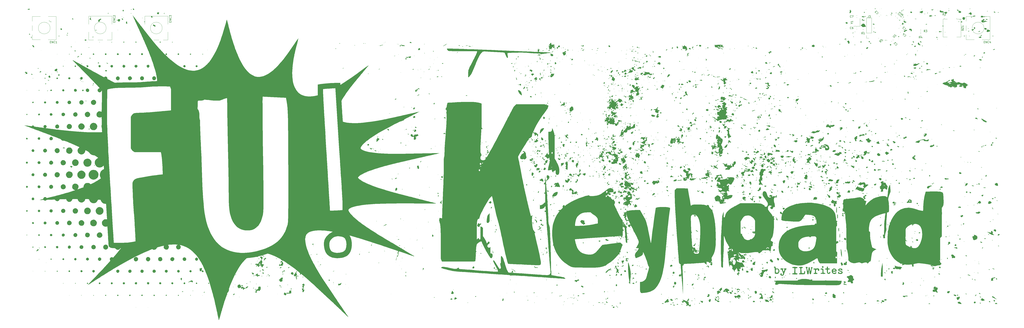
<source format=gbr>
G04 #@! TF.GenerationSoftware,KiCad,Pcbnew,(6.0.0-0)*
G04 #@! TF.CreationDate,2021-12-27T00:14:13+03:00*
G04 #@! TF.ProjectId,fu_keyboard,66755f6b-6579-4626-9f61-72642e6b6963,rev?*
G04 #@! TF.SameCoordinates,Original*
G04 #@! TF.FileFunction,Legend,Top*
G04 #@! TF.FilePolarity,Positive*
%FSLAX46Y46*%
G04 Gerber Fmt 4.6, Leading zero omitted, Abs format (unit mm)*
G04 Created by KiCad (PCBNEW (6.0.0-0)) date 2021-12-27 00:14:13*
%MOMM*%
%LPD*%
G01*
G04 APERTURE LIST*
%ADD10C,0.150000*%
%ADD11C,0.120000*%
G04 APERTURE END LIST*
D10*
X41085714Y-45228571D02*
X41419047Y-45228571D01*
X41561904Y-45752380D02*
X41085714Y-45752380D01*
X41085714Y-44752380D01*
X41561904Y-44752380D01*
X41990476Y-45752380D02*
X41990476Y-44752380D01*
X42561904Y-45752380D01*
X42561904Y-44752380D01*
X43609523Y-45657142D02*
X43561904Y-45704761D01*
X43419047Y-45752380D01*
X43323809Y-45752380D01*
X43180952Y-45704761D01*
X43085714Y-45609523D01*
X43038095Y-45514285D01*
X42990476Y-45323809D01*
X42990476Y-45180952D01*
X43038095Y-44990476D01*
X43085714Y-44895238D01*
X43180952Y-44800000D01*
X43323809Y-44752380D01*
X43419047Y-44752380D01*
X43561904Y-44800000D01*
X43609523Y-44847619D01*
X44561904Y-45752380D02*
X43990476Y-45752380D01*
X44276190Y-45752380D02*
X44276190Y-44752380D01*
X44180952Y-44895238D01*
X44085714Y-44990476D01*
X43990476Y-45038095D01*
X73803571Y-35114285D02*
X73803571Y-34780952D01*
X74327380Y-34638095D02*
X74327380Y-35114285D01*
X73327380Y-35114285D01*
X73327380Y-34638095D01*
X74327380Y-34209523D02*
X73327380Y-34209523D01*
X74327380Y-33638095D01*
X73327380Y-33638095D01*
X74232142Y-32590476D02*
X74279761Y-32638095D01*
X74327380Y-32780952D01*
X74327380Y-32876190D01*
X74279761Y-33019047D01*
X74184523Y-33114285D01*
X74089285Y-33161904D01*
X73898809Y-33209523D01*
X73755952Y-33209523D01*
X73565476Y-33161904D01*
X73470238Y-33114285D01*
X73375000Y-33019047D01*
X73327380Y-32876190D01*
X73327380Y-32780952D01*
X73375000Y-32638095D01*
X73422619Y-32590476D01*
X73422619Y-32209523D02*
X73375000Y-32161904D01*
X73327380Y-32066666D01*
X73327380Y-31828571D01*
X73375000Y-31733333D01*
X73422619Y-31685714D01*
X73517857Y-31638095D01*
X73613095Y-31638095D01*
X73755952Y-31685714D01*
X74327380Y-32257142D01*
X74327380Y-31638095D01*
X102378571Y-35114285D02*
X102378571Y-34780952D01*
X102902380Y-34638095D02*
X102902380Y-35114285D01*
X101902380Y-35114285D01*
X101902380Y-34638095D01*
X102902380Y-34209523D02*
X101902380Y-34209523D01*
X102902380Y-33638095D01*
X101902380Y-33638095D01*
X102807142Y-32590476D02*
X102854761Y-32638095D01*
X102902380Y-32780952D01*
X102902380Y-32876190D01*
X102854761Y-33019047D01*
X102759523Y-33114285D01*
X102664285Y-33161904D01*
X102473809Y-33209523D01*
X102330952Y-33209523D01*
X102140476Y-33161904D01*
X102045238Y-33114285D01*
X101950000Y-33019047D01*
X101902380Y-32876190D01*
X101902380Y-32780952D01*
X101950000Y-32638095D01*
X101997619Y-32590476D01*
X101902380Y-32257142D02*
X101902380Y-31638095D01*
X102283333Y-31971428D01*
X102283333Y-31828571D01*
X102330952Y-31733333D01*
X102378571Y-31685714D01*
X102473809Y-31638095D01*
X102711904Y-31638095D01*
X102807142Y-31685714D01*
X102854761Y-31733333D01*
X102902380Y-31828571D01*
X102902380Y-32114285D01*
X102854761Y-32209523D01*
X102807142Y-32257142D01*
X517335714Y-45228571D02*
X517669047Y-45228571D01*
X517811904Y-45752380D02*
X517335714Y-45752380D01*
X517335714Y-44752380D01*
X517811904Y-44752380D01*
X518240476Y-45752380D02*
X518240476Y-44752380D01*
X518811904Y-45752380D01*
X518811904Y-44752380D01*
X519859523Y-45657142D02*
X519811904Y-45704761D01*
X519669047Y-45752380D01*
X519573809Y-45752380D01*
X519430952Y-45704761D01*
X519335714Y-45609523D01*
X519288095Y-45514285D01*
X519240476Y-45323809D01*
X519240476Y-45180952D01*
X519288095Y-44990476D01*
X519335714Y-44895238D01*
X519430952Y-44800000D01*
X519573809Y-44752380D01*
X519669047Y-44752380D01*
X519811904Y-44800000D01*
X519859523Y-44847619D01*
X520716666Y-45085714D02*
X520716666Y-45752380D01*
X520478571Y-44704761D02*
X520240476Y-45419047D01*
X520859523Y-45419047D01*
X470852745Y-42289241D02*
X471425165Y-42861661D01*
X471526180Y-42895333D01*
X471593524Y-42895333D01*
X471694539Y-42861661D01*
X471829226Y-42726974D01*
X471862898Y-42625959D01*
X471862898Y-42558615D01*
X471829226Y-42457600D01*
X471256806Y-41885180D01*
X472671020Y-41885180D02*
X472266959Y-42289241D01*
X472468989Y-42087211D02*
X471761883Y-41380104D01*
X471795554Y-41548463D01*
X471795554Y-41683150D01*
X471761883Y-41784165D01*
X449730833Y-38457142D02*
X449683214Y-38504761D01*
X449540357Y-38552380D01*
X449445119Y-38552380D01*
X449302261Y-38504761D01*
X449207023Y-38409523D01*
X449159404Y-38314285D01*
X449111785Y-38123809D01*
X449111785Y-37980952D01*
X449159404Y-37790476D01*
X449207023Y-37695238D01*
X449302261Y-37600000D01*
X449445119Y-37552380D01*
X449540357Y-37552380D01*
X449683214Y-37600000D01*
X449730833Y-37647619D01*
X450587976Y-37552380D02*
X450397500Y-37552380D01*
X450302261Y-37600000D01*
X450254642Y-37647619D01*
X450159404Y-37790476D01*
X450111785Y-37980952D01*
X450111785Y-38361904D01*
X450159404Y-38457142D01*
X450207023Y-38504761D01*
X450302261Y-38552380D01*
X450492738Y-38552380D01*
X450587976Y-38504761D01*
X450635595Y-38457142D01*
X450683214Y-38361904D01*
X450683214Y-38123809D01*
X450635595Y-38028571D01*
X450587976Y-37980952D01*
X450492738Y-37933333D01*
X450302261Y-37933333D01*
X450207023Y-37980952D01*
X450159404Y-38028571D01*
X450111785Y-38123809D01*
X449730833Y-32615142D02*
X449683214Y-32662761D01*
X449540357Y-32710380D01*
X449445119Y-32710380D01*
X449302261Y-32662761D01*
X449207023Y-32567523D01*
X449159404Y-32472285D01*
X449111785Y-32281809D01*
X449111785Y-32138952D01*
X449159404Y-31948476D01*
X449207023Y-31853238D01*
X449302261Y-31758000D01*
X449445119Y-31710380D01*
X449540357Y-31710380D01*
X449683214Y-31758000D01*
X449730833Y-31805619D01*
X450064166Y-31710380D02*
X450730833Y-31710380D01*
X450302261Y-32710380D01*
X475474736Y-32065140D02*
X475474736Y-32132483D01*
X475407392Y-32267170D01*
X475340049Y-32334514D01*
X475205361Y-32401857D01*
X475070674Y-32401857D01*
X474969659Y-32368186D01*
X474801300Y-32267170D01*
X474700285Y-32166155D01*
X474599270Y-31997796D01*
X474565598Y-31896781D01*
X474565598Y-31762094D01*
X474632942Y-31627407D01*
X474700285Y-31560063D01*
X474834972Y-31492720D01*
X474902316Y-31492720D01*
X475542079Y-31324361D02*
X475441064Y-31358033D01*
X475373720Y-31358033D01*
X475272705Y-31324361D01*
X475239033Y-31290689D01*
X475205361Y-31189674D01*
X475205361Y-31122331D01*
X475239033Y-31021315D01*
X475373720Y-30886628D01*
X475474736Y-30852957D01*
X475542079Y-30852957D01*
X475643094Y-30886628D01*
X475676766Y-30920300D01*
X475710438Y-31021315D01*
X475710438Y-31088659D01*
X475676766Y-31189674D01*
X475542079Y-31324361D01*
X475508407Y-31425376D01*
X475508407Y-31492720D01*
X475542079Y-31593735D01*
X475676766Y-31728422D01*
X475777781Y-31762094D01*
X475845125Y-31762094D01*
X475946140Y-31728422D01*
X476080827Y-31593735D01*
X476114499Y-31492720D01*
X476114499Y-31425376D01*
X476080827Y-31324361D01*
X475946140Y-31189674D01*
X475845125Y-31156002D01*
X475777781Y-31156002D01*
X475676766Y-31189674D01*
X455572833Y-41252380D02*
X455239500Y-40776190D01*
X455001404Y-41252380D02*
X455001404Y-40252380D01*
X455382357Y-40252380D01*
X455477595Y-40300000D01*
X455525214Y-40347619D01*
X455572833Y-40442857D01*
X455572833Y-40585714D01*
X455525214Y-40680952D01*
X455477595Y-40728571D01*
X455382357Y-40776190D01*
X455001404Y-40776190D01*
X456525214Y-41252380D02*
X455953785Y-41252380D01*
X456239500Y-41252380D02*
X456239500Y-40252380D01*
X456144261Y-40395238D01*
X456049023Y-40490476D01*
X455953785Y-40538095D01*
X487335533Y-40127180D02*
X487002200Y-39650990D01*
X486764104Y-40127180D02*
X486764104Y-39127180D01*
X487145057Y-39127180D01*
X487240295Y-39174800D01*
X487287914Y-39222419D01*
X487335533Y-39317657D01*
X487335533Y-39460514D01*
X487287914Y-39555752D01*
X487240295Y-39603371D01*
X487145057Y-39650990D01*
X486764104Y-39650990D01*
X487668866Y-39127180D02*
X488287914Y-39127180D01*
X487954580Y-39508133D01*
X488097438Y-39508133D01*
X488192676Y-39555752D01*
X488240295Y-39603371D01*
X488287914Y-39698609D01*
X488287914Y-39936704D01*
X488240295Y-40031942D01*
X488192676Y-40079561D01*
X488097438Y-40127180D01*
X487811723Y-40127180D01*
X487716485Y-40079561D01*
X487668866Y-40031942D01*
X484846333Y-43284380D02*
X484513000Y-42808190D01*
X484274904Y-43284380D02*
X484274904Y-42284380D01*
X484655857Y-42284380D01*
X484751095Y-42332000D01*
X484798714Y-42379619D01*
X484846333Y-42474857D01*
X484846333Y-42617714D01*
X484798714Y-42712952D01*
X484751095Y-42760571D01*
X484655857Y-42808190D01*
X484274904Y-42808190D01*
X485703476Y-42617714D02*
X485703476Y-43284380D01*
X485465380Y-42236761D02*
X485227285Y-42951047D01*
X485846333Y-42951047D01*
X465144193Y-45073395D02*
X464571773Y-44972380D01*
X464740132Y-45477456D02*
X464033025Y-44770350D01*
X464302399Y-44500975D01*
X464403414Y-44467304D01*
X464470758Y-44467304D01*
X464571773Y-44500975D01*
X464672788Y-44601991D01*
X464706460Y-44703006D01*
X464706460Y-44770350D01*
X464672788Y-44871365D01*
X464403414Y-45140739D01*
X465076850Y-43726525D02*
X464740132Y-44063243D01*
X465043178Y-44433632D01*
X465043178Y-44366288D01*
X465076850Y-44265273D01*
X465245208Y-44096914D01*
X465346224Y-44063243D01*
X465413567Y-44063243D01*
X465514582Y-44096914D01*
X465682941Y-44265273D01*
X465716613Y-44366288D01*
X465716613Y-44433632D01*
X465682941Y-44534647D01*
X465514582Y-44703006D01*
X465413567Y-44736678D01*
X465346224Y-44736678D01*
X458428166Y-31773880D02*
X458428166Y-32488166D01*
X458380547Y-32631023D01*
X458285309Y-32726261D01*
X458142452Y-32773880D01*
X458047214Y-32773880D01*
X458809119Y-31773880D02*
X459428166Y-31773880D01*
X459094833Y-32154833D01*
X459237690Y-32154833D01*
X459332928Y-32202452D01*
X459380547Y-32250071D01*
X459428166Y-32345309D01*
X459428166Y-32583404D01*
X459380547Y-32678642D01*
X459332928Y-32726261D01*
X459237690Y-32773880D01*
X458951976Y-32773880D01*
X458856738Y-32726261D01*
X458809119Y-32678642D01*
X449963690Y-35655190D02*
X450439880Y-35655190D01*
X449439880Y-35988523D02*
X449963690Y-35655190D01*
X449439880Y-35321857D01*
X450439880Y-34464714D02*
X450439880Y-35036142D01*
X450439880Y-34750428D02*
X449439880Y-34750428D01*
X449582738Y-34845666D01*
X449677976Y-34940904D01*
X449725595Y-35036142D01*
X476997889Y-38080313D02*
X477065232Y-38080313D01*
X477199919Y-38147657D01*
X477267263Y-38215000D01*
X477334606Y-38349688D01*
X477334606Y-38484375D01*
X477300935Y-38585390D01*
X477199919Y-38753749D01*
X477098904Y-38854764D01*
X476930545Y-38955779D01*
X476829530Y-38989451D01*
X476694843Y-38989451D01*
X476560156Y-38922107D01*
X476492812Y-38854764D01*
X476425469Y-38720077D01*
X476425469Y-38652733D01*
X476391797Y-37339535D02*
X476795858Y-37743596D01*
X476593828Y-37541565D02*
X475886721Y-38248672D01*
X476055080Y-38215000D01*
X476189767Y-38215000D01*
X476290782Y-38248672D01*
X472696089Y-46004412D02*
X472763432Y-46004412D01*
X472898119Y-46071756D01*
X472965463Y-46139099D01*
X473032806Y-46273787D01*
X473032806Y-46408474D01*
X472999135Y-46509489D01*
X472898119Y-46677848D01*
X472797104Y-46778863D01*
X472628745Y-46879878D01*
X472527730Y-46913550D01*
X472393043Y-46913550D01*
X472258356Y-46846206D01*
X472191012Y-46778863D01*
X472123669Y-46644176D01*
X472123669Y-46576832D01*
X471854295Y-46307458D02*
X471786951Y-46307458D01*
X471685936Y-46273787D01*
X471517577Y-46105428D01*
X471483906Y-46004412D01*
X471483906Y-45937069D01*
X471517577Y-45836054D01*
X471584921Y-45768710D01*
X471719608Y-45701367D01*
X472527730Y-45701367D01*
X472089997Y-45263634D01*
X463031389Y-29977012D02*
X463098732Y-29977012D01*
X463233419Y-30044356D01*
X463300763Y-30111699D01*
X463368106Y-30246387D01*
X463368106Y-30381074D01*
X463334435Y-30482089D01*
X463233419Y-30650448D01*
X463132404Y-30751463D01*
X462964045Y-30852478D01*
X462863030Y-30886150D01*
X462728343Y-30886150D01*
X462593656Y-30818806D01*
X462526312Y-30751463D01*
X462458969Y-30616776D01*
X462458969Y-30549432D01*
X462155923Y-30381074D02*
X461718190Y-29943341D01*
X462223267Y-29909669D01*
X462122251Y-29808654D01*
X462088580Y-29707638D01*
X462088580Y-29640295D01*
X462122251Y-29539280D01*
X462290610Y-29370921D01*
X462391625Y-29337249D01*
X462458969Y-29337249D01*
X462559984Y-29370921D01*
X462762015Y-29572951D01*
X462795687Y-29673967D01*
X462795687Y-29741310D01*
X477179189Y-41457812D02*
X477246532Y-41457812D01*
X477381219Y-41525156D01*
X477448563Y-41592499D01*
X477515906Y-41727187D01*
X477515906Y-41861874D01*
X477482235Y-41962889D01*
X477381219Y-42131248D01*
X477280204Y-42232263D01*
X477111845Y-42333278D01*
X477010830Y-42366950D01*
X476876143Y-42366950D01*
X476741456Y-42299606D01*
X476674112Y-42232263D01*
X476606769Y-42097576D01*
X476606769Y-42030232D01*
X476169036Y-41255782D02*
X476640441Y-40784377D01*
X476068021Y-41693515D02*
X476741456Y-41356797D01*
X476303723Y-40919064D01*
X474466987Y-31104389D02*
X474466987Y-31171732D01*
X474399643Y-31306419D01*
X474332300Y-31373763D01*
X474197612Y-31441106D01*
X474062925Y-31441106D01*
X473961910Y-31407435D01*
X473793551Y-31306419D01*
X473692536Y-31205404D01*
X473591521Y-31037045D01*
X473557849Y-30936030D01*
X473557849Y-30801343D01*
X473625193Y-30666656D01*
X473692536Y-30599312D01*
X473827223Y-30531969D01*
X473894567Y-30531969D01*
X474466987Y-29824862D02*
X474130269Y-30161580D01*
X474433315Y-30531969D01*
X474433315Y-30464625D01*
X474466987Y-30363610D01*
X474635345Y-30195251D01*
X474736361Y-30161580D01*
X474803704Y-30161580D01*
X474904719Y-30195251D01*
X475073078Y-30363610D01*
X475106750Y-30464625D01*
X475106750Y-30531969D01*
X475073078Y-30632984D01*
X474904719Y-30801343D01*
X474803704Y-30835015D01*
X474736361Y-30835015D01*
X506443571Y-38980952D02*
X506491190Y-38838095D01*
X506538809Y-38790476D01*
X506634047Y-38742857D01*
X506776904Y-38742857D01*
X506872142Y-38790476D01*
X506919761Y-38838095D01*
X506967380Y-38933333D01*
X506967380Y-39314285D01*
X505967380Y-39314285D01*
X505967380Y-38980952D01*
X506015000Y-38885714D01*
X506062619Y-38838095D01*
X506157857Y-38790476D01*
X506253095Y-38790476D01*
X506348333Y-38838095D01*
X506395952Y-38885714D01*
X506443571Y-38980952D01*
X506443571Y-39314285D01*
X505967380Y-38409523D02*
X505967380Y-37742857D01*
X506967380Y-38409523D01*
X506967380Y-37742857D01*
X506967380Y-36838095D02*
X506967380Y-37409523D01*
X506967380Y-37123809D02*
X505967380Y-37123809D01*
X506110238Y-37219047D01*
X506205476Y-37314285D01*
X506253095Y-37409523D01*
X496911333Y-31568080D02*
X496578000Y-31091890D01*
X496339904Y-31568080D02*
X496339904Y-30568080D01*
X496720857Y-30568080D01*
X496816095Y-30615700D01*
X496863714Y-30663319D01*
X496911333Y-30758557D01*
X496911333Y-30901414D01*
X496863714Y-30996652D01*
X496816095Y-31044271D01*
X496720857Y-31091890D01*
X496339904Y-31091890D01*
X497292285Y-30663319D02*
X497339904Y-30615700D01*
X497435142Y-30568080D01*
X497673238Y-30568080D01*
X497768476Y-30615700D01*
X497816095Y-30663319D01*
X497863714Y-30758557D01*
X497863714Y-30853795D01*
X497816095Y-30996652D01*
X497244666Y-31568080D01*
X497863714Y-31568080D01*
D11*
X36100000Y-44000000D02*
X32000000Y-44000000D01*
X45900000Y-42200000D02*
X45300000Y-42200000D01*
X32000000Y-44000000D02*
X32000000Y-41600000D01*
X44200000Y-44000000D02*
X44200000Y-32200000D01*
X32000000Y-34600000D02*
X32000000Y-32200000D01*
X40100000Y-44000000D02*
X44200000Y-44000000D01*
X45600000Y-41900000D02*
X45900000Y-42200000D01*
X45300000Y-42200000D02*
X45600000Y-41900000D01*
X40100000Y-32200000D02*
X44200000Y-32200000D01*
X32000000Y-32200000D02*
X36100000Y-32200000D01*
X32000000Y-39400000D02*
X32000000Y-36800000D01*
X41100000Y-38100000D02*
G75*
G03*
X41100000Y-38100000I-3000000J0D01*
G01*
X60775000Y-44200000D02*
X60775000Y-40100000D01*
X70775000Y-30900000D02*
X70475000Y-30600000D01*
X72575000Y-44200000D02*
X70175000Y-44200000D01*
X72575000Y-36100000D02*
X72575000Y-32000000D01*
X67975000Y-44200000D02*
X65375000Y-44200000D01*
X60775000Y-36100000D02*
X60775000Y-32000000D01*
X63175000Y-44200000D02*
X60775000Y-44200000D01*
X72575000Y-32000000D02*
X60775000Y-32000000D01*
X72575000Y-40100000D02*
X72575000Y-44200000D01*
X70475000Y-30600000D02*
X70775000Y-30300000D01*
X70775000Y-30300000D02*
X70775000Y-30900000D01*
X69675000Y-38100000D02*
G75*
G03*
X69675000Y-38100000I-3000000J0D01*
G01*
X101150000Y-36100000D02*
X101150000Y-32000000D01*
X99350000Y-30300000D02*
X99350000Y-30900000D01*
X101150000Y-40100000D02*
X101150000Y-44200000D01*
X101150000Y-44200000D02*
X98750000Y-44200000D01*
X99050000Y-30600000D02*
X99350000Y-30300000D01*
X101150000Y-32000000D02*
X89350000Y-32000000D01*
X91750000Y-44200000D02*
X89350000Y-44200000D01*
X89350000Y-36100000D02*
X89350000Y-32000000D01*
X89350000Y-44200000D02*
X89350000Y-40100000D01*
X99350000Y-30900000D02*
X99050000Y-30600000D01*
X96550000Y-44200000D02*
X93950000Y-44200000D01*
X98250000Y-38100000D02*
G75*
G03*
X98250000Y-38100000I-3000000J0D01*
G01*
X508250000Y-44000000D02*
X508250000Y-41600000D01*
X521550000Y-42200000D02*
X521850000Y-41900000D01*
X521850000Y-41900000D02*
X522150000Y-42200000D01*
X522150000Y-42200000D02*
X521550000Y-42200000D01*
X516350000Y-44000000D02*
X520450000Y-44000000D01*
X508250000Y-34600000D02*
X508250000Y-32200000D01*
X508250000Y-39400000D02*
X508250000Y-36800000D01*
X508250000Y-32200000D02*
X512350000Y-32200000D01*
X516350000Y-32200000D02*
X520450000Y-32200000D01*
X512350000Y-44000000D02*
X508250000Y-44000000D01*
X520450000Y-44000000D02*
X520450000Y-32200000D01*
X517350000Y-38100000D02*
G75*
G03*
X517350000Y-38100000I-3000000J0D01*
G01*
X467341624Y-31852851D02*
X467677500Y-31516975D01*
X473861149Y-38372376D02*
X474197025Y-38036500D01*
X468013376Y-44220149D02*
X467677500Y-44556025D01*
X467677500Y-31516975D02*
X468013376Y-31852851D01*
X467677500Y-44556025D02*
X467341624Y-44220149D01*
X461493851Y-37700624D02*
X461157975Y-38036500D01*
X461157975Y-38036500D02*
X461493851Y-38372376D01*
X452578080Y-37590000D02*
X452296920Y-37590000D01*
X452578080Y-38610000D02*
X452296920Y-38610000D01*
X452578080Y-32768000D02*
X452296920Y-32768000D01*
X452578080Y-31748000D02*
X452296920Y-31748000D01*
X473372581Y-32940970D02*
X473173770Y-33139781D01*
X474093830Y-33662219D02*
X473895019Y-33861030D01*
X455976758Y-39892500D02*
X455502242Y-39892500D01*
X455976758Y-38847500D02*
X455502242Y-38847500D01*
X484775742Y-39101500D02*
X485250258Y-39101500D01*
X484775742Y-40146500D02*
X485250258Y-40146500D01*
X485250258Y-41924500D02*
X484775742Y-41924500D01*
X485250258Y-40879500D02*
X484775742Y-40879500D01*
X463729303Y-43087270D02*
X463393770Y-43422803D01*
X464468230Y-43826197D02*
X464132697Y-44161730D01*
X460054000Y-32960000D02*
X457394000Y-32960000D01*
X457394000Y-43240000D02*
X457394000Y-41910000D01*
X460054000Y-40640000D02*
X457394000Y-40640000D01*
X460054000Y-40640000D02*
X460054000Y-32960000D01*
X457394000Y-40640000D02*
X457394000Y-32960000D01*
X458724000Y-43240000D02*
X457394000Y-43240000D01*
X454087500Y-37179000D02*
X454087500Y-33179000D01*
X450787500Y-37179000D02*
X454087500Y-37179000D01*
X474579970Y-36761719D02*
X474778781Y-36960530D01*
X475301219Y-36040470D02*
X475500030Y-36239281D01*
X470151170Y-44749319D02*
X470349981Y-44948130D01*
X470872419Y-44028070D02*
X471071230Y-44226881D01*
X464772030Y-31501481D02*
X464573219Y-31302670D01*
X464050781Y-32222730D02*
X463851970Y-32023919D01*
X475419019Y-39417970D02*
X475617830Y-39616781D01*
X474697770Y-40139219D02*
X474896581Y-40338030D01*
X472157770Y-32123781D02*
X472356581Y-31924970D01*
X472879019Y-32845030D02*
X473077830Y-32646219D01*
X505615000Y-33500000D02*
X505615000Y-42700000D01*
X503415000Y-33500000D02*
X503415000Y-33100000D01*
X496415000Y-42700000D02*
X496415000Y-33500000D01*
X505615000Y-42700000D02*
X503415000Y-42700000D01*
X505615000Y-33500000D02*
X503415000Y-33500000D01*
X498615000Y-42700000D02*
X496415000Y-42700000D01*
X498615000Y-33500000D02*
X496415000Y-33500000D01*
G36*
X470651287Y-74469518D02*
G01*
X470773613Y-74546307D01*
X470866013Y-74639150D01*
X470848561Y-74673307D01*
X470716038Y-74628481D01*
X470593711Y-74551692D01*
X470501312Y-74458849D01*
X470518764Y-74424692D01*
X470651287Y-74469518D01*
G37*
G36*
X425976361Y-119760666D02*
G01*
X426170254Y-119851216D01*
X426286981Y-119958604D01*
X426297375Y-119994884D01*
X426225898Y-120050562D01*
X426055365Y-120123307D01*
X425851624Y-120189423D01*
X425680523Y-120225214D01*
X425653299Y-120226666D01*
X425542454Y-120156347D01*
X425490592Y-120058090D01*
X425474890Y-119851029D01*
X425595688Y-119742256D01*
X425771452Y-119721359D01*
X425976361Y-119760666D01*
G37*
G36*
X347973629Y-131529666D02*
G01*
X347931154Y-131572000D01*
X347888679Y-131529666D01*
X347931154Y-131487333D01*
X347973629Y-131529666D01*
G37*
G36*
X179260434Y-158803793D02*
G01*
X179260591Y-158855833D01*
X179188718Y-158990068D01*
X179028286Y-159120854D01*
X178853088Y-159196613D01*
X178774799Y-159195369D01*
X178674580Y-159116061D01*
X178737530Y-159006216D01*
X178936513Y-158883201D01*
X179140583Y-158785076D01*
X179234668Y-158759779D01*
X179260434Y-158803793D01*
G37*
G36*
X401037850Y-102096651D02*
G01*
X401126187Y-102159922D01*
X401075200Y-102185328D01*
X400944097Y-102190092D01*
X400780803Y-102175340D01*
X400768835Y-102120039D01*
X400787248Y-102099226D01*
X400921097Y-102050237D01*
X401037850Y-102096651D01*
G37*
G36*
X286583746Y-103102336D02*
G01*
X286661087Y-103166333D01*
X286601831Y-103229905D01*
X286428765Y-103274652D01*
X286397138Y-103278207D01*
X286200602Y-103277929D01*
X286143819Y-103219707D01*
X286149368Y-103193540D01*
X286246671Y-103115519D01*
X286418274Y-103083692D01*
X286583746Y-103102336D01*
G37*
G36*
X291479521Y-116989095D02*
G01*
X291481990Y-117009333D01*
X291417345Y-117091539D01*
X291397040Y-117094000D01*
X291314559Y-117029570D01*
X291312090Y-117009333D01*
X291376735Y-116927126D01*
X291397040Y-116924666D01*
X291479521Y-116989095D01*
G37*
G36*
X424513428Y-161247666D02*
G01*
X424470953Y-161290000D01*
X424428478Y-161247666D01*
X424470953Y-161205333D01*
X424513428Y-161247666D01*
G37*
G36*
X324789248Y-177758700D02*
G01*
X324963473Y-177901045D01*
X325165067Y-178085208D01*
X325564030Y-178466208D01*
X325243976Y-178463548D01*
X324976008Y-178422472D01*
X324796572Y-178284949D01*
X324775261Y-178257121D01*
X324674880Y-178066277D01*
X324628741Y-177873822D01*
X324644974Y-177736732D01*
X324696351Y-177704208D01*
X324789248Y-177758700D01*
G37*
G36*
X301413285Y-75386257D02*
G01*
X301454831Y-75485880D01*
X301345586Y-75544710D01*
X301337961Y-75546732D01*
X301195033Y-75541388D01*
X301166271Y-75477403D01*
X301219663Y-75335270D01*
X301339852Y-75326000D01*
X301413285Y-75386257D01*
G37*
G36*
X515219959Y-173528265D02*
G01*
X515391578Y-173649157D01*
X515504373Y-173789872D01*
X515513120Y-173916503D01*
X515494431Y-173941313D01*
X515360419Y-173984089D01*
X515124897Y-173926374D01*
X515066573Y-173903925D01*
X514887923Y-173783298D01*
X514809921Y-173632376D01*
X514854650Y-173501465D01*
X514881154Y-173481562D01*
X515034743Y-173461098D01*
X515219959Y-173528265D01*
G37*
G36*
X450351186Y-104106727D02*
G01*
X450406137Y-104156933D01*
X450499112Y-104312318D01*
X450477377Y-104437703D01*
X450375312Y-104478666D01*
X450274617Y-104542855D01*
X450269125Y-104669166D01*
X450246348Y-104826358D01*
X450104565Y-104886721D01*
X449956692Y-104874312D01*
X449913428Y-104823221D01*
X449844717Y-104742918D01*
X449786003Y-104732666D01*
X449672601Y-104683932D01*
X449682285Y-104557071D01*
X449806573Y-104381097D01*
X449919946Y-104274526D01*
X450121530Y-104117313D01*
X450249030Y-104065310D01*
X450351186Y-104106727D01*
G37*
G36*
X449448593Y-79095158D02*
G01*
X449430785Y-79174870D01*
X449318181Y-79288681D01*
X449167008Y-79393117D01*
X449033494Y-79444703D01*
X449000217Y-79441834D01*
X448901744Y-79363817D01*
X448894030Y-79335882D01*
X448963529Y-79262397D01*
X449124181Y-79175730D01*
X449304220Y-79107035D01*
X449431878Y-79087464D01*
X449448593Y-79095158D01*
G37*
G36*
X382872922Y-62854923D02*
G01*
X382822816Y-62925306D01*
X382680530Y-63009671D01*
X382435585Y-63082132D01*
X382270642Y-63110152D01*
X381926213Y-63153833D01*
X381580490Y-63199394D01*
X381465100Y-63215144D01*
X381209380Y-63230680D01*
X381106707Y-63184164D01*
X381104064Y-63168289D01*
X381143694Y-63077339D01*
X381279562Y-63015120D01*
X381537130Y-62974566D01*
X381886890Y-62951085D01*
X382217749Y-62926952D01*
X382517815Y-62890635D01*
X382675636Y-62860697D01*
X382841988Y-62826196D01*
X382872922Y-62854923D01*
G37*
G36*
X370424718Y-163858047D02*
G01*
X370470005Y-163979031D01*
X370453239Y-164128216D01*
X370326357Y-164168666D01*
X370163731Y-164134630D01*
X370107798Y-164091640D01*
X370090506Y-163940868D01*
X370172406Y-163805753D01*
X370304886Y-163763208D01*
X370424718Y-163858047D01*
G37*
G36*
X388516980Y-89411064D02*
G01*
X388579649Y-89501725D01*
X388515223Y-89567064D01*
X388384022Y-89568019D01*
X388298792Y-89523190D01*
X388280618Y-89412994D01*
X388287354Y-89399888D01*
X388387454Y-89365310D01*
X388516980Y-89411064D01*
G37*
G36*
X448686625Y-162910309D02*
G01*
X448701882Y-162924873D01*
X448797270Y-163031844D01*
X448768314Y-163065639D01*
X448704873Y-163068000D01*
X448550332Y-163019551D01*
X448508263Y-162977700D01*
X448480111Y-162862396D01*
X448555718Y-162835525D01*
X448686625Y-162910309D01*
G37*
G36*
X407398671Y-111671085D02*
G01*
X407515896Y-111603882D01*
X407615527Y-111590666D01*
X407778452Y-111513302D01*
X407866246Y-111371175D01*
X407926297Y-111244953D01*
X408013456Y-111188111D01*
X408178201Y-111185390D01*
X408395079Y-111211292D01*
X408731242Y-111266655D01*
X408943365Y-111339493D01*
X409077084Y-111456016D01*
X409178033Y-111642434D01*
X409188532Y-111666993D01*
X409255138Y-111851724D01*
X409231789Y-111945806D01*
X409101225Y-112011641D01*
X409092260Y-112015050D01*
X408932466Y-112125386D01*
X408882992Y-112324220D01*
X408882659Y-112350571D01*
X408908716Y-112529790D01*
X408971574Y-112606618D01*
X408973333Y-112606666D01*
X409025038Y-112674095D01*
X409006260Y-112797166D01*
X408918820Y-113006802D01*
X408818386Y-113056978D01*
X408681737Y-112957259D01*
X408664030Y-112938138D01*
X408544328Y-112721004D01*
X408500385Y-112491637D01*
X408482973Y-112322892D01*
X408401959Y-112217048D01*
X408214171Y-112129392D01*
X408118110Y-112095714D01*
X407723445Y-111944872D01*
X407478355Y-111812778D01*
X407463466Y-111794350D01*
X408568060Y-111794350D01*
X408627809Y-111844666D01*
X408763358Y-111920816D01*
X408781417Y-111892136D01*
X408755234Y-111844666D01*
X408631172Y-111764168D01*
X408601558Y-111761296D01*
X408568060Y-111794350D01*
X407463466Y-111794350D01*
X407390367Y-111703874D01*
X407398671Y-111671085D01*
G37*
G36*
X51083933Y-63278686D02*
G01*
X51284530Y-63420400D01*
X51400986Y-63649004D01*
X51413763Y-63768711D01*
X51339629Y-64007489D01*
X51153124Y-64182904D01*
X50908092Y-64266665D01*
X50658377Y-64230483D01*
X50598219Y-64197203D01*
X50411490Y-63982870D01*
X50370323Y-63709648D01*
X50436443Y-63500764D01*
X50613974Y-63306280D01*
X50845109Y-63236450D01*
X51083933Y-63278686D01*
G37*
G36*
X307341906Y-53819546D02*
G01*
X307431321Y-53827745D01*
X307691327Y-53889106D01*
X307793946Y-54009743D01*
X307745087Y-54202170D01*
X307667091Y-54327235D01*
X307523796Y-54444294D01*
X307315161Y-54532581D01*
X307111214Y-54570363D01*
X306984851Y-54538962D01*
X306952534Y-54426669D01*
X306943195Y-54227116D01*
X306954623Y-54013108D01*
X306984608Y-53857446D01*
X307006572Y-53823849D01*
X307124035Y-53810931D01*
X307341906Y-53819546D01*
G37*
G36*
X409330348Y-88544958D02*
G01*
X409376321Y-88689988D01*
X409334710Y-88821986D01*
X409334262Y-88822435D01*
X409226049Y-88861476D01*
X409195557Y-88844966D01*
X409142595Y-88719339D01*
X409149065Y-88568993D01*
X409208084Y-88479667D01*
X409225124Y-88476666D01*
X409330348Y-88544958D01*
G37*
G36*
X287222388Y-67972756D02*
G01*
X287258095Y-68068120D01*
X287227446Y-68247370D01*
X287098103Y-68366405D01*
X286953639Y-68449961D01*
X286901450Y-68421532D01*
X286894699Y-68302551D01*
X286942528Y-68098924D01*
X287056103Y-67944704D01*
X287156631Y-67902666D01*
X287222388Y-67972756D01*
G37*
G36*
X93936234Y-36377135D02*
G01*
X93965892Y-36401029D01*
X94160319Y-36502009D01*
X94329847Y-36530502D01*
X94566376Y-36606301D01*
X94683014Y-36719304D01*
X94781282Y-36928827D01*
X94813941Y-37145404D01*
X94780823Y-37314094D01*
X94685000Y-37380000D01*
X94540219Y-37343350D01*
X94308041Y-37249254D01*
X94137707Y-37167740D01*
X93785075Y-36944191D01*
X93591676Y-36708953D01*
X93544815Y-36502701D01*
X93610285Y-36366647D01*
X93762737Y-36319485D01*
X93936234Y-36377135D01*
G37*
G36*
X406623256Y-164931027D02*
G01*
X406639454Y-165071416D01*
X406612673Y-165139523D01*
X406539130Y-165234704D01*
X406459292Y-165188955D01*
X406420581Y-165144094D01*
X406352956Y-165005992D01*
X406405724Y-164910145D01*
X406530505Y-164860821D01*
X406623256Y-164931027D01*
G37*
G36*
X386529138Y-97585514D02*
G01*
X386583087Y-97704575D01*
X386597047Y-97912406D01*
X386498433Y-98030510D01*
X386424314Y-98044000D01*
X386351204Y-98124653D01*
X386323221Y-98367329D01*
X386323140Y-98446166D01*
X386317499Y-98691851D01*
X386276941Y-98816345D01*
X386178844Y-98867349D01*
X386118394Y-98877863D01*
X385910716Y-98952389D01*
X385685749Y-99094501D01*
X385665890Y-99110696D01*
X385427921Y-99273351D01*
X385242826Y-99298675D01*
X385070836Y-99191282D01*
X385060299Y-99180952D01*
X384954142Y-99057972D01*
X384926806Y-99004468D01*
X384982959Y-98887574D01*
X385130135Y-98689439D01*
X385336414Y-98445693D01*
X385569871Y-98191966D01*
X385798586Y-97963888D01*
X385990636Y-97797089D01*
X386040170Y-97761797D01*
X386292053Y-97606826D01*
X386443211Y-97549312D01*
X386529138Y-97585514D01*
G37*
G36*
X470843596Y-105315064D02*
G01*
X470878969Y-105416325D01*
X470773613Y-105542699D01*
X470569556Y-105649701D01*
X470378227Y-105623044D01*
X470280151Y-105572551D01*
X470146745Y-105456181D01*
X470181545Y-105360508D01*
X470384003Y-105286577D01*
X470435158Y-105276227D01*
X470687418Y-105261877D01*
X470843596Y-105315064D01*
G37*
G36*
X341906234Y-114320460D02*
G01*
X341877278Y-114402448D01*
X341863517Y-114419462D01*
X341812167Y-114545419D01*
X341853116Y-114593792D01*
X341933482Y-114694406D01*
X341921368Y-114788543D01*
X341870407Y-114808000D01*
X341764949Y-114751457D01*
X341649711Y-114644001D01*
X341552353Y-114466331D01*
X341608014Y-114342617D01*
X341787706Y-114300000D01*
X341906234Y-114320460D01*
G37*
G36*
X395740550Y-90231785D02*
G01*
X395757910Y-90254666D01*
X395754026Y-90332810D01*
X395725462Y-90339333D01*
X395605370Y-90277547D01*
X395588010Y-90254666D01*
X395591893Y-90176523D01*
X395620458Y-90170000D01*
X395740550Y-90231785D01*
G37*
G36*
X356516765Y-123599320D02*
G01*
X356626492Y-123702125D01*
X356638512Y-123746038D01*
X356575571Y-123842206D01*
X356436854Y-123862403D01*
X356297513Y-123808408D01*
X356243077Y-123736681D01*
X356223156Y-123598336D01*
X356239341Y-123559617D01*
X356359918Y-123538836D01*
X356516765Y-123599320D01*
G37*
G36*
X212104363Y-45253045D02*
G01*
X212096371Y-45296666D01*
X211987767Y-45378103D01*
X211963933Y-45381333D01*
X211886285Y-45316754D01*
X211883997Y-45296666D01*
X211953143Y-45222362D01*
X212016435Y-45212000D01*
X212104363Y-45253045D01*
G37*
G36*
X283581656Y-65913000D02*
G01*
X283663365Y-66021242D01*
X283666605Y-66044996D01*
X283601811Y-66122386D01*
X283581656Y-66124666D01*
X283507102Y-66055751D01*
X283496706Y-65992669D01*
X283537889Y-65905035D01*
X283581656Y-65913000D01*
G37*
G36*
X78496547Y-28873775D02*
G01*
X78606003Y-29051533D01*
X78655254Y-29268292D01*
X78622404Y-29459002D01*
X78587037Y-29507983D01*
X78430820Y-29563438D01*
X78241512Y-29522855D01*
X78147662Y-29451918D01*
X78111436Y-29307342D01*
X78142136Y-29105461D01*
X78218412Y-28915479D01*
X78318913Y-28806597D01*
X78348777Y-28800067D01*
X78496547Y-28873775D01*
G37*
G36*
X316038050Y-96916479D02*
G01*
X316054208Y-96931110D01*
X316101522Y-97057182D01*
X316070719Y-97106675D01*
X315919893Y-97192832D01*
X315718797Y-97247071D01*
X315548132Y-97251976D01*
X315498997Y-97230061D01*
X315443044Y-97122489D01*
X315526547Y-97024822D01*
X315697419Y-96941382D01*
X315909164Y-96879448D01*
X316038050Y-96916479D01*
G37*
G36*
X57428577Y-63177652D02*
G01*
X57628704Y-63378901D01*
X57692237Y-63514055D01*
X57740009Y-63788147D01*
X57659502Y-64035462D01*
X57502684Y-64240833D01*
X57257035Y-64400084D01*
X56966791Y-64410287D01*
X56669198Y-64270788D01*
X56649634Y-64255854D01*
X56486443Y-64075996D01*
X56428184Y-63839787D01*
X56425803Y-63754000D01*
X56492702Y-63453094D01*
X56666611Y-63237394D01*
X56907348Y-63114511D01*
X57174731Y-63092059D01*
X57428577Y-63177652D01*
G37*
G36*
X45089086Y-111758132D02*
G01*
X45379394Y-111855619D01*
X45623573Y-112051869D01*
X45782383Y-112241379D01*
X45928168Y-112466571D01*
X45999374Y-112695709D01*
X46019362Y-113007330D01*
X46019448Y-113038367D01*
X45970954Y-113473326D01*
X45808436Y-113814502D01*
X45506341Y-114112677D01*
X45462025Y-114146115D01*
X45188138Y-114271453D01*
X44825978Y-114338872D01*
X44449912Y-114339423D01*
X44219583Y-114295646D01*
X43923762Y-114130038D01*
X43655975Y-113848606D01*
X43458114Y-113504295D01*
X43380608Y-113235320D01*
X43395658Y-112816025D01*
X43543624Y-112399765D01*
X43798086Y-112048346D01*
X43939229Y-111928587D01*
X44182937Y-111797576D01*
X44473337Y-111739596D01*
X44693615Y-111731777D01*
X45089086Y-111758132D01*
G37*
G36*
X403703105Y-171276934D02*
G01*
X403757888Y-171383393D01*
X403720224Y-171405981D01*
X403595715Y-171343670D01*
X403573891Y-171315681D01*
X403542091Y-171205461D01*
X403608015Y-171196418D01*
X403703105Y-171276934D01*
G37*
G36*
X291897983Y-142392881D02*
G01*
X291906739Y-142446669D01*
X291854966Y-142590818D01*
X291821789Y-142621000D01*
X291754926Y-142595076D01*
X291736840Y-142498996D01*
X291771499Y-142358725D01*
X291821789Y-142324666D01*
X291897983Y-142392881D01*
G37*
G36*
X395007520Y-78175555D02*
G01*
X394995859Y-78225889D01*
X394950886Y-78232000D01*
X394880963Y-78201021D01*
X394894253Y-78175555D01*
X394995069Y-78165422D01*
X395007520Y-78175555D01*
G37*
G36*
X340370939Y-60922731D02*
G01*
X340589440Y-60983751D01*
X340667536Y-61039485D01*
X340632269Y-61113311D01*
X340613703Y-61132592D01*
X340487500Y-61148492D01*
X340322362Y-61039669D01*
X340116409Y-60861642D01*
X340370939Y-60922731D01*
G37*
G36*
X379220791Y-72605050D02*
G01*
X379235167Y-72644000D01*
X379166362Y-72719114D01*
X379107743Y-72728666D01*
X378994694Y-72682949D01*
X378980318Y-72644000D01*
X379049123Y-72568885D01*
X379107743Y-72559333D01*
X379220791Y-72605050D01*
G37*
G36*
X405380569Y-104518133D02*
G01*
X405369873Y-104628465D01*
X405297776Y-104715733D01*
X405254098Y-104793083D01*
X405357589Y-104817050D01*
X405383974Y-104817333D01*
X405580020Y-104898920D01*
X405740446Y-105092500D01*
X405866836Y-105313622D01*
X405885320Y-105421074D01*
X405781821Y-105442358D01*
X405577190Y-105411380D01*
X405364451Y-105383787D01*
X405283470Y-105410210D01*
X405288954Y-105465082D01*
X405279757Y-105544272D01*
X405154463Y-105565717D01*
X404892286Y-105531865D01*
X404826304Y-105519581D01*
X404676933Y-105445141D01*
X404635167Y-105361778D01*
X404563562Y-105265266D01*
X404452101Y-105240666D01*
X404328029Y-105231986D01*
X404331779Y-105177372D01*
X404425504Y-105068347D01*
X404576996Y-104956194D01*
X404693520Y-104941347D01*
X404924562Y-105033816D01*
X405028280Y-105061093D01*
X405035550Y-105019724D01*
X404978954Y-104909425D01*
X404937143Y-104695138D01*
X405037734Y-104536703D01*
X405240218Y-104478666D01*
X405380569Y-104518133D01*
G37*
G36*
X479591910Y-110770016D02*
G01*
X479796867Y-110875800D01*
X479953859Y-111038620D01*
X479968048Y-111188111D01*
X479851296Y-111285274D01*
X479697346Y-111328682D01*
X479571846Y-111297207D01*
X479408114Y-111183137D01*
X479266347Y-111010972D01*
X479268540Y-110888687D01*
X479390962Y-110763250D01*
X479591910Y-110770016D01*
G37*
G36*
X311635731Y-103734866D02*
G01*
X311643624Y-103753296D01*
X311625819Y-103901877D01*
X311567576Y-103974843D01*
X311473027Y-104024395D01*
X311445565Y-103929884D01*
X311445201Y-103901363D01*
X311479854Y-103736227D01*
X311556846Y-103670666D01*
X311635731Y-103734866D01*
G37*
G36*
X299742328Y-53366334D02*
G01*
X299764599Y-53424666D01*
X299641331Y-53503426D01*
X299594699Y-53509333D01*
X299452206Y-53455655D01*
X299424799Y-53424666D01*
X299455268Y-53362248D01*
X299594699Y-53340000D01*
X299742328Y-53366334D01*
G37*
G36*
X421964933Y-118152333D02*
G01*
X421922458Y-118194666D01*
X421879983Y-118152333D01*
X421922458Y-118110000D01*
X421964933Y-118152333D01*
G37*
G36*
X459000592Y-85493095D02*
G01*
X459003060Y-85513333D01*
X458938416Y-85595539D01*
X458918110Y-85598000D01*
X458835629Y-85533570D01*
X458833161Y-85513333D01*
X458897805Y-85431126D01*
X458918110Y-85428666D01*
X459000592Y-85493095D01*
G37*
G36*
X387737355Y-71003553D02*
G01*
X387738520Y-71004070D01*
X387859241Y-71077158D01*
X387832330Y-71152962D01*
X387793079Y-71187748D01*
X387668045Y-71244258D01*
X387559417Y-71161331D01*
X387492123Y-71022011D01*
X387559725Y-70962140D01*
X387737355Y-71003553D01*
G37*
G36*
X387823335Y-72366400D02*
G01*
X387900050Y-72432333D01*
X388059858Y-72527715D01*
X388241163Y-72559333D01*
X388431839Y-72600859D01*
X388525419Y-72686333D01*
X388640867Y-72781156D01*
X388821431Y-72813333D01*
X389039151Y-72851202D01*
X389179287Y-72943386D01*
X389207611Y-73057753D01*
X389154108Y-73125632D01*
X388983493Y-73178878D01*
X388897171Y-73172791D01*
X388788480Y-73119204D01*
X388782996Y-73081891D01*
X388721347Y-73053740D01*
X388526301Y-73027618D01*
X388234349Y-73007747D01*
X388096606Y-73002434D01*
X387744212Y-72982317D01*
X387442993Y-72948345D01*
X387244535Y-72906855D01*
X387212621Y-72893823D01*
X387087406Y-72777131D01*
X387054799Y-72647523D01*
X387122959Y-72565588D01*
X387167575Y-72559333D01*
X387316452Y-72499602D01*
X387390351Y-72432333D01*
X387552325Y-72323913D01*
X387645201Y-72305333D01*
X387823335Y-72366400D01*
G37*
G36*
X458295254Y-111602468D02*
G01*
X458394954Y-111746573D01*
X458408411Y-111812700D01*
X458340233Y-111897981D01*
X458186099Y-111927816D01*
X458021617Y-111899163D01*
X457933223Y-111831822D01*
X457934297Y-111710898D01*
X458040734Y-111609298D01*
X458189279Y-111567094D01*
X458295254Y-111602468D01*
G37*
G36*
X395461714Y-110350221D02*
G01*
X395665311Y-110424834D01*
X395769657Y-110503918D01*
X395773236Y-110528958D01*
X395667074Y-110624224D01*
X395480364Y-110606947D01*
X395311923Y-110518709D01*
X395151753Y-110382899D01*
X395146265Y-110312826D01*
X395291961Y-110312423D01*
X395461714Y-110350221D01*
G37*
G36*
X372325967Y-102128355D02*
G01*
X372354231Y-102207166D01*
X372406778Y-102342207D01*
X372494822Y-102461166D01*
X372586398Y-102586604D01*
X372560837Y-102690942D01*
X372481656Y-102785333D01*
X372307761Y-102928714D01*
X372166606Y-102917677D01*
X372033387Y-102746387D01*
X371995059Y-102670861D01*
X371912730Y-102477216D01*
X371914610Y-102364136D01*
X372005214Y-102262638D01*
X372022771Y-102247528D01*
X372208180Y-102127384D01*
X372325967Y-102128355D01*
G37*
G36*
X455623938Y-122460239D02*
G01*
X455870941Y-122516131D01*
X456086441Y-122591923D01*
X456170510Y-122638866D01*
X456275192Y-122731548D01*
X456258230Y-122781132D01*
X456103294Y-122794882D01*
X455845447Y-122783469D01*
X455584235Y-122738404D01*
X455380642Y-122653595D01*
X455272481Y-122551068D01*
X455289913Y-122459881D01*
X455409054Y-122437178D01*
X455623938Y-122460239D01*
G37*
G36*
X323734610Y-110772222D02*
G01*
X323744777Y-110872701D01*
X323734610Y-110885111D01*
X323684107Y-110873488D01*
X323677977Y-110828666D01*
X323709058Y-110758976D01*
X323734610Y-110772222D01*
G37*
G36*
X395205736Y-117129277D02*
G01*
X395137338Y-117245909D01*
X395071232Y-117263333D01*
X394972156Y-117214104D01*
X394970354Y-117162791D01*
X395054908Y-117050983D01*
X395156701Y-117036767D01*
X395205736Y-117129277D01*
G37*
G36*
X344255778Y-60174158D02*
G01*
X344373278Y-60300908D01*
X344405736Y-60384266D01*
X344360076Y-60453431D01*
X344258114Y-60413503D01*
X344152379Y-60285425D01*
X344150886Y-60282666D01*
X344106688Y-60152533D01*
X344130908Y-60113333D01*
X344255778Y-60174158D01*
G37*
G36*
X494279820Y-120918322D02*
G01*
X494336238Y-120953679D01*
X494236003Y-121010224D01*
X494075178Y-121013861D01*
X493959916Y-120982900D01*
X493873584Y-120937428D01*
X493932526Y-120915966D01*
X494066104Y-120909950D01*
X494279820Y-120918322D01*
G37*
G36*
X35658951Y-130965573D02*
G01*
X35857504Y-131139616D01*
X36000114Y-131358777D01*
X36037843Y-131516438D01*
X35963482Y-131794176D01*
X35771880Y-132002652D01*
X35510260Y-132109597D01*
X35225843Y-132082744D01*
X35215135Y-132078619D01*
X34989254Y-131903628D01*
X34864727Y-131620816D01*
X34848545Y-131456711D01*
X34921215Y-131246665D01*
X35100263Y-131049382D01*
X35327244Y-130918712D01*
X35458512Y-130894666D01*
X35658951Y-130965573D01*
G37*
G36*
X389723106Y-156226536D02*
G01*
X389746290Y-156267985D01*
X389700209Y-156341508D01*
X389526877Y-156361148D01*
X389348588Y-156330838D01*
X389316072Y-156246879D01*
X389320079Y-156235186D01*
X389426044Y-156153449D01*
X389589603Y-156152814D01*
X389723106Y-156226536D01*
G37*
G36*
X395905528Y-153354038D02*
G01*
X396054524Y-153413770D01*
X396130387Y-153510392D01*
X396078302Y-153585639D01*
X395939927Y-153608179D01*
X395830315Y-153582420D01*
X395661078Y-153489583D01*
X395591689Y-153421933D01*
X395610780Y-153356639D01*
X395735207Y-153333657D01*
X395905528Y-153354038D01*
G37*
G36*
X333741657Y-129629197D02*
G01*
X333746680Y-129642048D01*
X333780748Y-129854888D01*
X333745507Y-130061938D01*
X333655438Y-130189075D01*
X333638345Y-130196590D01*
X333556808Y-130153837D01*
X333533458Y-129991555D01*
X333561469Y-129768718D01*
X333613838Y-129627039D01*
X333686349Y-129548920D01*
X333741657Y-129629197D01*
G37*
G36*
X430071147Y-95235610D02*
G01*
X430157720Y-95295120D01*
X430269745Y-95422545D01*
X430261128Y-95588924D01*
X430242670Y-95645342D01*
X430134425Y-95848231D01*
X429992710Y-95895649D01*
X429844030Y-95835730D01*
X429724780Y-95671801D01*
X429695368Y-95457459D01*
X429739199Y-95236806D01*
X429866537Y-95162127D01*
X430071147Y-95235610D01*
G37*
G36*
X298173897Y-58229478D02*
G01*
X298178018Y-58307150D01*
X298107078Y-58448281D01*
X298008923Y-58479814D01*
X297942867Y-58393036D01*
X297938177Y-58342388D01*
X297992142Y-58196841D01*
X298071831Y-58166000D01*
X298173897Y-58229478D01*
G37*
G36*
X286611927Y-106570535D02*
G01*
X286639850Y-106680000D01*
X286578673Y-106820117D01*
X286443753Y-106845676D01*
X286356683Y-106792888D01*
X286298214Y-106649253D01*
X286372414Y-106534946D01*
X286469950Y-106510666D01*
X286611927Y-106570535D01*
G37*
G36*
X400789418Y-63618180D02*
G01*
X400764082Y-63656662D01*
X400677921Y-63662649D01*
X400587277Y-63641971D01*
X400626597Y-63611496D01*
X400759363Y-63601402D01*
X400789418Y-63618180D01*
G37*
G36*
X457389013Y-63542333D02*
G01*
X457346539Y-63584666D01*
X457304064Y-63542333D01*
X457346539Y-63500000D01*
X457389013Y-63542333D01*
G37*
G36*
X220294030Y-162517666D02*
G01*
X220251555Y-162560000D01*
X220209080Y-162517666D01*
X220251555Y-162475333D01*
X220294030Y-162517666D01*
G37*
G36*
X399049201Y-121186143D02*
G01*
X399113428Y-121242666D01*
X399079232Y-121313030D01*
X398954065Y-121296488D01*
X398816104Y-121242666D01*
X398715404Y-121190682D01*
X398762333Y-121169316D01*
X398879816Y-121163950D01*
X399049201Y-121186143D01*
G37*
G36*
X268367011Y-142007385D02*
G01*
X268359462Y-142140139D01*
X268299311Y-142315540D01*
X268139174Y-142388005D01*
X268092816Y-142394437D01*
X267923548Y-142395187D01*
X267873519Y-142318519D01*
X267880441Y-142230804D01*
X267986158Y-142050857D01*
X268147088Y-141976505D01*
X268314023Y-141946493D01*
X268367011Y-142007385D01*
G37*
G36*
X318992328Y-105619344D02*
G01*
X318961356Y-105745894D01*
X318887482Y-105854500D01*
X318758162Y-105983289D01*
X318678662Y-105982546D01*
X318665937Y-105924924D01*
X318712940Y-105725990D01*
X318824947Y-105596717D01*
X318887400Y-105579333D01*
X318992328Y-105619344D01*
G37*
G36*
X349421962Y-57474524D02*
G01*
X349537483Y-57637744D01*
X349587675Y-57821132D01*
X349587676Y-57821767D01*
X349536516Y-57906037D01*
X349390665Y-57860255D01*
X349243771Y-57756378D01*
X349122067Y-57599742D01*
X349133145Y-57467278D01*
X349270705Y-57404663D01*
X349292376Y-57404000D01*
X349421962Y-57474524D01*
G37*
G36*
X325487010Y-105302210D02*
G01*
X325504398Y-105325333D01*
X325485140Y-105397816D01*
X325424462Y-105410000D01*
X325308232Y-105365795D01*
X325292023Y-105325333D01*
X325352994Y-105243090D01*
X325371960Y-105240666D01*
X325487010Y-105302210D01*
G37*
G36*
X291195937Y-141317989D02*
G01*
X291296310Y-141438039D01*
X291312090Y-141488366D01*
X291244315Y-141547236D01*
X291099289Y-141560110D01*
X290964462Y-141522563D01*
X290944711Y-141506956D01*
X290942507Y-141405233D01*
X290984299Y-141336579D01*
X291099439Y-141267641D01*
X291195937Y-141317989D01*
G37*
G36*
X394673030Y-73693513D02*
G01*
X394647694Y-73731995D01*
X394561533Y-73737982D01*
X394470889Y-73717305D01*
X394510209Y-73686829D01*
X394642975Y-73676736D01*
X394673030Y-73693513D01*
G37*
G36*
X381228663Y-83667409D02*
G01*
X381305144Y-83676964D01*
X381438107Y-83681272D01*
X381500998Y-83613011D01*
X381445546Y-83524703D01*
X381445249Y-83524520D01*
X381357209Y-83425056D01*
X381420700Y-83348286D01*
X381617408Y-83312656D01*
X381656238Y-83312000D01*
X381852788Y-83292719D01*
X381951004Y-83245310D01*
X381953562Y-83235259D01*
X382020428Y-83189592D01*
X382108158Y-83198812D01*
X382287218Y-83174373D01*
X382367480Y-83113339D01*
X382416025Y-83015666D01*
X386286003Y-83015666D01*
X386328478Y-83058000D01*
X386370953Y-83015666D01*
X386328478Y-82973333D01*
X386286003Y-83015666D01*
X382416025Y-83015666D01*
X382419791Y-83008088D01*
X382327688Y-82942593D01*
X382290621Y-82930133D01*
X382134648Y-82813231D01*
X382020518Y-82619614D01*
X381930160Y-82443149D01*
X381809575Y-82402024D01*
X381759147Y-82411588D01*
X381537289Y-82432858D01*
X381390503Y-82347428D01*
X381307061Y-82137316D01*
X381275232Y-81784538D01*
X381273963Y-81667758D01*
X381279737Y-81338436D01*
X381304540Y-81134423D01*
X381359596Y-81011873D01*
X381456128Y-80926939D01*
X381465100Y-80921026D01*
X381681169Y-80842087D01*
X381840780Y-80878961D01*
X382073360Y-80911482D01*
X382292518Y-80845505D01*
X382474962Y-80741623D01*
X382533218Y-80611568D01*
X382525027Y-80488869D01*
X382528595Y-80320369D01*
X382618091Y-80204915D01*
X382823966Y-80118475D01*
X383069777Y-80058923D01*
X383284983Y-79955886D01*
X383349986Y-79781434D01*
X383258206Y-79554612D01*
X383248617Y-79541185D01*
X383078892Y-79395593D01*
X382880059Y-79335338D01*
X382715636Y-79374150D01*
X382675636Y-79417333D01*
X382561036Y-79477854D01*
X382368284Y-79502000D01*
X382205783Y-79480063D01*
X382160262Y-79426907D01*
X382162221Y-79423325D01*
X382158694Y-79303885D01*
X382089400Y-79104577D01*
X382061047Y-79044408D01*
X381925252Y-78834731D01*
X381768712Y-78750241D01*
X381677475Y-78742083D01*
X381498333Y-78705972D01*
X381443929Y-78586293D01*
X381443863Y-78579725D01*
X381385149Y-78422140D01*
X381317302Y-78371045D01*
X381254293Y-78315559D01*
X381306195Y-78214323D01*
X381402252Y-78111836D01*
X381545320Y-77937965D01*
X381612948Y-77794216D01*
X381613763Y-77783040D01*
X381684667Y-77678242D01*
X381862419Y-77556897D01*
X381943050Y-77517057D01*
X382141654Y-77434553D01*
X382282099Y-77418005D01*
X382432992Y-77476039D01*
X382643886Y-77605175D01*
X382983486Y-77844299D01*
X383173253Y-78042489D01*
X383222786Y-78217321D01*
X383141689Y-78386372D01*
X383097098Y-78434847D01*
X382889893Y-78527371D01*
X382732887Y-78518578D01*
X382470176Y-78536770D01*
X382290187Y-78647194D01*
X382080987Y-78822353D01*
X382293361Y-78990960D01*
X382556356Y-79138918D01*
X382769436Y-79128076D01*
X382853739Y-79047332D01*
X383667572Y-79047332D01*
X383677884Y-79180956D01*
X383738433Y-79272740D01*
X383847644Y-79409652D01*
X383993531Y-79599973D01*
X383999448Y-79607833D01*
X384151619Y-79751323D01*
X384319856Y-79833185D01*
X384453420Y-79837905D01*
X384502057Y-79761511D01*
X384474114Y-79629469D01*
X384417938Y-79461844D01*
X384314894Y-79298833D01*
X384142848Y-79262303D01*
X384099376Y-79265832D01*
X383930792Y-79260509D01*
X383885848Y-79179072D01*
X383889895Y-79142166D01*
X383853548Y-79016210D01*
X383783707Y-78994000D01*
X383667572Y-79047332D01*
X382853739Y-79047332D01*
X382905179Y-78998063D01*
X383012008Y-78890827D01*
X383183059Y-78860431D01*
X383351885Y-78873287D01*
X383623572Y-78876509D01*
X383834380Y-78789122D01*
X383942253Y-78707062D01*
X384189472Y-78500345D01*
X384070140Y-78359000D01*
X385266605Y-78359000D01*
X385309080Y-78401333D01*
X385351555Y-78359000D01*
X385309080Y-78316666D01*
X385266605Y-78359000D01*
X384070140Y-78359000D01*
X383963490Y-78232676D01*
X383781882Y-77961701D01*
X383751834Y-77760383D01*
X383873376Y-77631562D01*
X383957123Y-77602754D01*
X384179489Y-77511193D01*
X384360895Y-77376413D01*
X384462633Y-77235710D01*
X384448774Y-77129028D01*
X384315907Y-77062038D01*
X384087567Y-76998221D01*
X384000038Y-76981328D01*
X383736373Y-76912059D01*
X383632415Y-76824874D01*
X383692125Y-76726039D01*
X383801221Y-76666756D01*
X383947949Y-76568740D01*
X383992358Y-76489378D01*
X384066723Y-76332387D01*
X384249876Y-76195567D01*
X384481903Y-76119159D01*
X384551221Y-76114036D01*
X384706825Y-76100960D01*
X384708106Y-76058002D01*
X384674337Y-76033924D01*
X384599893Y-75962800D01*
X384679334Y-75905676D01*
X384705044Y-75895541D01*
X384897100Y-75899593D01*
X385144918Y-76004695D01*
X385394708Y-76182464D01*
X385544908Y-76338673D01*
X385719986Y-76501530D01*
X385872021Y-76584406D01*
X385988287Y-76651170D01*
X385954755Y-76733343D01*
X385887733Y-76879653D01*
X385861254Y-77087678D01*
X385819041Y-77304133D01*
X385663595Y-77462786D01*
X385600523Y-77502327D01*
X385441865Y-77614181D01*
X385383196Y-77694242D01*
X385387412Y-77703292D01*
X385381394Y-77797527D01*
X385332787Y-77873538D01*
X385281598Y-77990298D01*
X385373003Y-78099937D01*
X385388046Y-78111108D01*
X385550795Y-78215464D01*
X385633492Y-78255110D01*
X385696087Y-78319650D01*
X385635639Y-78400678D01*
X385491894Y-78466212D01*
X385346542Y-78486000D01*
X385147911Y-78524499D01*
X385096706Y-78613000D01*
X385172178Y-78714129D01*
X385341154Y-78740000D01*
X385556738Y-78698240D01*
X385691355Y-78613000D01*
X385877380Y-78507620D01*
X386136196Y-78496971D01*
X386376538Y-78573645D01*
X386519160Y-78702921D01*
X386523510Y-78829650D01*
X386395926Y-78904421D01*
X386333492Y-78909333D01*
X386133373Y-78947418D01*
X386070219Y-79069161D01*
X386140728Y-79285787D01*
X386194312Y-79382626D01*
X386335447Y-79670059D01*
X386359610Y-79853458D01*
X386265972Y-79924691D01*
X386249596Y-79925333D01*
X386058729Y-80001001D01*
X385915824Y-80192345D01*
X385861254Y-80439380D01*
X385886412Y-80615091D01*
X385946204Y-80687333D01*
X386018851Y-80756990D01*
X386031154Y-80831469D01*
X386087151Y-80976460D01*
X386228233Y-81172720D01*
X386302668Y-81254802D01*
X386574182Y-81534000D01*
X386207099Y-81534000D01*
X385979688Y-81540180D01*
X385881644Y-81580382D01*
X385872442Y-81687093D01*
X385890886Y-81787500D01*
X385899510Y-81994258D01*
X385796661Y-82132787D01*
X385740576Y-82172379D01*
X385589059Y-82336419D01*
X385581272Y-82463355D01*
X385690221Y-82631576D01*
X385860425Y-82684794D01*
X385994438Y-82629902D01*
X386114009Y-82594791D01*
X386286967Y-82673789D01*
X386365945Y-82729030D01*
X386532979Y-82859165D01*
X386621526Y-82941900D01*
X386625803Y-82950462D01*
X386574495Y-83026681D01*
X386454622Y-83163542D01*
X386332675Y-83318213D01*
X386318204Y-83433201D01*
X386427975Y-83530874D01*
X386678750Y-83633602D01*
X386848862Y-83689602D01*
X386878571Y-83761832D01*
X386918299Y-83883500D01*
X386934320Y-84032316D01*
X386843902Y-84074000D01*
X386727227Y-84030002D01*
X386710753Y-83989333D01*
X386639355Y-83931010D01*
X386473042Y-83907774D01*
X386283633Y-83922182D01*
X386152758Y-83969463D01*
X386092266Y-84087808D01*
X386057252Y-84302078D01*
X386054729Y-84357969D01*
X386018217Y-84653425D01*
X385919482Y-84796564D01*
X385749732Y-84795812D01*
X385645918Y-84749753D01*
X385461047Y-84678895D01*
X385280524Y-84700006D01*
X385155740Y-84747368D01*
X384961032Y-84815028D01*
X384758292Y-84844398D01*
X384496687Y-84837408D01*
X384125384Y-84795987D01*
X384069615Y-84788604D01*
X383793508Y-84770428D01*
X383619025Y-84815586D01*
X383534549Y-84881044D01*
X383381992Y-84975140D01*
X383161658Y-84986171D01*
X383047529Y-84971166D01*
X382822523Y-84951171D01*
X382752698Y-84986835D01*
X382759445Y-85003494D01*
X382731543Y-85088316D01*
X382585697Y-85173742D01*
X382372358Y-85237882D01*
X382169845Y-85259333D01*
X382013078Y-85304251D01*
X381984238Y-85407500D01*
X381953679Y-85507055D01*
X381816933Y-85560992D01*
X381635000Y-85581701D01*
X381402460Y-85585921D01*
X381293136Y-85544062D01*
X381263903Y-85454701D01*
X381260237Y-85290321D01*
X381263903Y-85238166D01*
X381203304Y-85184055D01*
X381129345Y-85174666D01*
X380980105Y-85119247D01*
X380784870Y-84981021D01*
X380725834Y-84927999D01*
X380401731Y-84712794D01*
X380084666Y-84607821D01*
X379829042Y-84529800D01*
X379703076Y-84435072D01*
X379713620Y-84349093D01*
X379867523Y-84297315D01*
X379999716Y-84292192D01*
X380289788Y-84322669D01*
X380647676Y-84392328D01*
X380998378Y-84483725D01*
X381266893Y-84579418D01*
X381297118Y-84593912D01*
X381398571Y-84633491D01*
X381382770Y-84569163D01*
X381344704Y-84506119D01*
X381302907Y-84313390D01*
X381400641Y-84152473D01*
X381607975Y-84067377D01*
X381645402Y-84063942D01*
X381677769Y-84042039D01*
X381568053Y-83996466D01*
X381425564Y-83958108D01*
X381184302Y-83887415D01*
X381086347Y-83817876D01*
X381089317Y-83799757D01*
X381990406Y-83799757D01*
X382073908Y-83813315D01*
X382184089Y-83797749D01*
X382185404Y-83768847D01*
X382071708Y-83748635D01*
X382022584Y-83762163D01*
X381990406Y-83799757D01*
X381089317Y-83799757D01*
X381098429Y-83744162D01*
X381228663Y-83667409D01*
G37*
G36*
X388907477Y-108217258D02*
G01*
X388959457Y-108128682D01*
X389031990Y-108114072D01*
X389144274Y-108062204D01*
X389132642Y-107919902D01*
X389002015Y-107707123D01*
X388902951Y-107590667D01*
X388756117Y-107394925D01*
X388741216Y-107289473D01*
X388848398Y-107289594D01*
X389033744Y-107387765D01*
X389258628Y-107461987D01*
X389444715Y-107403110D01*
X389561055Y-107247189D01*
X389576700Y-107030276D01*
X389500460Y-106844072D01*
X389476405Y-106735955D01*
X389599849Y-106672726D01*
X389607948Y-106670696D01*
X389756365Y-106580439D01*
X389797524Y-106483446D01*
X389856018Y-106290461D01*
X390034688Y-106203708D01*
X390327271Y-106215475D01*
X390550019Y-106265493D01*
X390669110Y-106358274D01*
X390742742Y-106548469D01*
X390762524Y-106624189D01*
X390808596Y-106915192D01*
X390799709Y-107161985D01*
X390741085Y-107319279D01*
X390678604Y-107352072D01*
X390610821Y-107420228D01*
X390603562Y-107471188D01*
X390542368Y-107583713D01*
X390382645Y-107760011D01*
X390179672Y-107944022D01*
X389951005Y-108144937D01*
X389837192Y-108280917D01*
X389815775Y-108386749D01*
X389844579Y-108463104D01*
X389894168Y-108674101D01*
X389879153Y-108798739D01*
X389822506Y-108902939D01*
X389709363Y-108938144D01*
X389487894Y-108918562D01*
X389458088Y-108914181D01*
X389079026Y-108890630D01*
X388840981Y-108955905D01*
X388739328Y-109111634D01*
X388734666Y-109168688D01*
X388696898Y-109315283D01*
X388553487Y-109395093D01*
X388452100Y-109418060D01*
X388122070Y-109518006D01*
X387935000Y-109680000D01*
X387868620Y-109926658D01*
X387868501Y-110010724D01*
X387836612Y-110249892D01*
X387737699Y-110382765D01*
X387599013Y-110383950D01*
X387525958Y-110329927D01*
X387404684Y-110290159D01*
X387209857Y-110368832D01*
X387191869Y-110379273D01*
X387026817Y-110494549D01*
X386951223Y-110583065D01*
X386950719Y-110587660D01*
X386899666Y-110653728D01*
X386776656Y-110611866D01*
X386633684Y-110484739D01*
X386429572Y-110337211D01*
X386224982Y-110345193D01*
X386101221Y-110442406D01*
X385917381Y-110555267D01*
X385668667Y-110520553D01*
X385506572Y-110442406D01*
X385364566Y-110356390D01*
X385365396Y-110324496D01*
X385483232Y-110318406D01*
X385612796Y-110295955D01*
X385624494Y-110201064D01*
X385591522Y-110103739D01*
X385551553Y-109946473D01*
X385607561Y-109893708D01*
X385636099Y-109892072D01*
X385750107Y-109847286D01*
X385722844Y-109729506D01*
X385660897Y-109656417D01*
X385592536Y-109542524D01*
X385649854Y-109492800D01*
X385797445Y-109517589D01*
X385925804Y-109579023D01*
X386126290Y-109689005D01*
X386237170Y-109706900D01*
X386313114Y-109630052D01*
X386353472Y-109558244D01*
X386394789Y-109344039D01*
X386342825Y-109177244D01*
X386265116Y-109049668D01*
X386148627Y-108984957D01*
X385940829Y-108962529D01*
X385790261Y-108960739D01*
X385411088Y-108913457D01*
X385144130Y-108779806D01*
X385009326Y-108572078D01*
X384996873Y-108471578D01*
X384949730Y-108289837D01*
X384863730Y-108131629D01*
X384760990Y-107902176D01*
X384723387Y-107689775D01*
X384701948Y-107523517D01*
X384641660Y-107503104D01*
X384609910Y-107525284D01*
X384492071Y-107549917D01*
X384323830Y-107445294D01*
X384272223Y-107399441D01*
X384131397Y-107252576D01*
X384114468Y-107171887D01*
X384171383Y-107135753D01*
X384327643Y-107146246D01*
X384566398Y-107235154D01*
X384836630Y-107376170D01*
X385087320Y-107542986D01*
X385255029Y-107694539D01*
X385371665Y-107811724D01*
X385417202Y-107798602D01*
X385421622Y-107746027D01*
X385463755Y-107625278D01*
X385506572Y-107606072D01*
X385585482Y-107539225D01*
X385591469Y-107500239D01*
X385654342Y-107435364D01*
X385854979Y-107416594D01*
X386016218Y-107423744D01*
X386299097Y-107464169D01*
X386432306Y-107533635D01*
X386441020Y-107561543D01*
X386500604Y-107702528D01*
X386568445Y-107775406D01*
X386690560Y-107906757D01*
X386678557Y-107963705D01*
X386557581Y-107930819D01*
X386436129Y-107856601D01*
X386227101Y-107735107D01*
X386130445Y-107732538D01*
X386155125Y-107833461D01*
X386310104Y-108022444D01*
X386328830Y-108041333D01*
X386502027Y-108200836D01*
X386633130Y-108256016D01*
X386796016Y-108226302D01*
X386897830Y-108190964D01*
X387125605Y-108127272D01*
X387261169Y-108146099D01*
X387307453Y-108181750D01*
X387453077Y-108259477D01*
X387629646Y-108280078D01*
X387766280Y-108243196D01*
X387800217Y-108184239D01*
X387852757Y-108048903D01*
X387939366Y-107931827D01*
X388029393Y-107791753D01*
X387987641Y-107670281D01*
X387971440Y-107649994D01*
X387910916Y-107548991D01*
X387987340Y-107521603D01*
X388004856Y-107521406D01*
X388152712Y-107588518D01*
X388210085Y-107750471D01*
X388157327Y-107948190D01*
X388150546Y-107959398D01*
X388088244Y-108116599D01*
X388095135Y-108194857D01*
X388199926Y-108277737D01*
X388402229Y-108391546D01*
X388640927Y-108506572D01*
X388854901Y-108593098D01*
X388973861Y-108622072D01*
X389059001Y-108560384D01*
X389064544Y-108432373D01*
X389049088Y-108410406D01*
X389584164Y-108410406D01*
X389626639Y-108452739D01*
X389669114Y-108410406D01*
X389626639Y-108368072D01*
X389584164Y-108410406D01*
X389049088Y-108410406D01*
X388989515Y-108325739D01*
X388907477Y-108217258D01*
G37*
G36*
X369259434Y-168744384D02*
G01*
X369358167Y-168884101D01*
X369313190Y-168972813D01*
X369214561Y-169018293D01*
X369082657Y-169107729D01*
X369041317Y-169308076D01*
X369041187Y-169325406D01*
X369005882Y-169528813D01*
X368920710Y-169587333D01*
X368726597Y-169616347D01*
X368687098Y-169628777D01*
X368519438Y-169624962D01*
X368461474Y-169598732D01*
X368386179Y-169463050D01*
X368376524Y-169251516D01*
X368459761Y-169019477D01*
X368631386Y-168837131D01*
X368849683Y-168720091D01*
X369072938Y-168683971D01*
X369259434Y-168744384D01*
G37*
G36*
X339141781Y-53049111D02*
G01*
X339193491Y-53129411D01*
X339185732Y-53306394D01*
X339048460Y-53445665D01*
X338822063Y-53508704D01*
X338795156Y-53509333D01*
X338638028Y-53500780D01*
X338602286Y-53443423D01*
X338667188Y-53289708D01*
X338684355Y-53255333D01*
X338828387Y-53074218D01*
X338996866Y-53001520D01*
X339141781Y-53049111D01*
G37*
G36*
X308226358Y-174399784D02*
G01*
X308254280Y-174509249D01*
X308228257Y-174644620D01*
X308122547Y-174657870D01*
X308020668Y-174622509D01*
X307920652Y-174520725D01*
X307944765Y-174401168D01*
X308075818Y-174340069D01*
X308084380Y-174339916D01*
X308226358Y-174399784D01*
G37*
G36*
X348587719Y-50353523D02*
G01*
X348743139Y-50448312D01*
X348869841Y-50560419D01*
X348867894Y-50614084D01*
X348773225Y-50645745D01*
X348584049Y-50664530D01*
X348504565Y-50652164D01*
X348410487Y-50550082D01*
X348417466Y-50405468D01*
X348474479Y-50339783D01*
X348587719Y-50353523D01*
G37*
G36*
X507704402Y-124182877D02*
G01*
X507721789Y-124206000D01*
X507702531Y-124278483D01*
X507641853Y-124290666D01*
X507525623Y-124246462D01*
X507509415Y-124206000D01*
X507570386Y-124123756D01*
X507589351Y-124121333D01*
X507704402Y-124182877D01*
G37*
G36*
X386735840Y-151953544D02*
G01*
X386753227Y-151976666D01*
X386733969Y-152049149D01*
X386673291Y-152061333D01*
X386557062Y-152017128D01*
X386540853Y-151976666D01*
X386601824Y-151894423D01*
X386620789Y-151892000D01*
X386735840Y-151953544D01*
G37*
G36*
X339409721Y-151336027D02*
G01*
X339442492Y-151340024D01*
X339704712Y-151364089D01*
X339997723Y-151377930D01*
X340009582Y-151378166D01*
X340239752Y-151407625D01*
X340326268Y-151490306D01*
X340328144Y-151511000D01*
X340262734Y-151602997D01*
X340061457Y-151626692D01*
X339716742Y-151582181D01*
X339436171Y-151522368D01*
X339194417Y-151444553D01*
X339109882Y-151374339D01*
X339181879Y-151331555D01*
X339409721Y-151336027D01*
G37*
G36*
X233669454Y-109022312D02*
G01*
X233716104Y-109050666D01*
X233782818Y-109112426D01*
X233698446Y-109133095D01*
X233652391Y-109134036D01*
X233503243Y-109103178D01*
X233461254Y-109050666D01*
X233514732Y-108971883D01*
X233669454Y-109022312D01*
G37*
G36*
X444402574Y-150960403D02*
G01*
X444436193Y-151028828D01*
X444590626Y-151472779D01*
X444716105Y-152069446D01*
X444810306Y-152804302D01*
X444870901Y-153662821D01*
X444875903Y-153775833D01*
X444890410Y-154213596D01*
X444895670Y-154584324D01*
X444891821Y-154858562D01*
X444879002Y-155006853D01*
X444870017Y-155024666D01*
X444802058Y-154954743D01*
X444723083Y-154791833D01*
X444592539Y-154409481D01*
X444495282Y-154016037D01*
X444425938Y-153574649D01*
X444379134Y-153048459D01*
X444349494Y-152400615D01*
X444343435Y-152188333D01*
X444330980Y-151668379D01*
X444325479Y-151299189D01*
X444328409Y-151062279D01*
X444341249Y-150939166D01*
X444365478Y-150911368D01*
X444402574Y-150960403D01*
G37*
G36*
X310473594Y-174625666D02*
G01*
X310681879Y-174662876D01*
X310812696Y-174678580D01*
X310813394Y-174678582D01*
X310873815Y-174749587D01*
X310887725Y-174847916D01*
X310826927Y-174990249D01*
X310724773Y-175017249D01*
X310522800Y-175040203D01*
X310444249Y-175062215D01*
X310303597Y-175068853D01*
X310267401Y-175048104D01*
X310221476Y-174925411D01*
X310208126Y-174780888D01*
X310226440Y-174640858D01*
X310315434Y-174602647D01*
X310473594Y-174625666D01*
G37*
G36*
X507149531Y-32544762D02*
G01*
X507418537Y-32628270D01*
X507637786Y-32740351D01*
X507756088Y-32858836D01*
X507764264Y-32894136D01*
X507718034Y-33006076D01*
X507679314Y-33020000D01*
X507625253Y-33094915D01*
X507596041Y-33281218D01*
X507594365Y-33345544D01*
X507541370Y-33635732D01*
X507402244Y-33849022D01*
X507206778Y-33944015D01*
X507162926Y-33945144D01*
X507012493Y-33897649D01*
X506809153Y-33790439D01*
X506791628Y-33779449D01*
X506508614Y-33543106D01*
X506387080Y-33284811D01*
X506418621Y-32980629D01*
X506466492Y-32853754D01*
X506578968Y-32635372D01*
X506697551Y-32536022D01*
X506875356Y-32512013D01*
X506881956Y-32512000D01*
X507149531Y-32544762D01*
G37*
G36*
X432475741Y-110975418D02*
G01*
X432491633Y-110990944D01*
X432610096Y-111115720D01*
X432609249Y-111161122D01*
X432496046Y-111167333D01*
X432332018Y-111110524D01*
X432273177Y-111036681D01*
X432250306Y-110890746D01*
X432325406Y-110868738D01*
X432475741Y-110975418D01*
G37*
G36*
X399899214Y-88700095D02*
G01*
X400177535Y-88748563D01*
X400486815Y-88776384D01*
X400515100Y-88777388D01*
X400875623Y-88791169D01*
X401096185Y-88810121D01*
X401206722Y-88838545D01*
X401237172Y-88880742D01*
X401237174Y-88881132D01*
X401159958Y-88910100D01*
X400959151Y-88933680D01*
X400681015Y-88950487D01*
X400371810Y-88959135D01*
X400077798Y-88958238D01*
X399845241Y-88946411D01*
X399729314Y-88926306D01*
X399633345Y-88817164D01*
X399623127Y-88759217D01*
X399657929Y-88679345D01*
X399789543Y-88676574D01*
X399899214Y-88700095D01*
G37*
G36*
X416711134Y-106382514D02*
G01*
X416713042Y-106487980D01*
X416599695Y-106605406D01*
X416469969Y-106732700D01*
X416468932Y-106870000D01*
X416507874Y-106965805D01*
X416561370Y-107137654D01*
X416499283Y-107252345D01*
X416421248Y-107312324D01*
X416215189Y-107423039D01*
X416038685Y-107412616D01*
X415912258Y-107350551D01*
X415789083Y-107230594D01*
X415763595Y-107154581D01*
X415834762Y-106997445D01*
X416006932Y-106846045D01*
X416218108Y-106753881D01*
X416230819Y-106751375D01*
X416381721Y-106648725D01*
X416427865Y-106530968D01*
X416489902Y-106382472D01*
X416562369Y-106341333D01*
X416711134Y-106382514D01*
G37*
G36*
X298603479Y-152186208D02*
G01*
X298617776Y-152220299D01*
X298559656Y-152330641D01*
X298490351Y-152400000D01*
X298392712Y-152454534D01*
X298363625Y-152366776D01*
X298362926Y-152325700D01*
X298413653Y-152179715D01*
X298490351Y-152146000D01*
X298603479Y-152186208D01*
G37*
G36*
X304224465Y-51604333D02*
G01*
X304306174Y-51712576D01*
X304309415Y-51736330D01*
X304244620Y-51813719D01*
X304224465Y-51816000D01*
X304149912Y-51747084D01*
X304139515Y-51684003D01*
X304180698Y-51596368D01*
X304224465Y-51604333D01*
G37*
G36*
X326726711Y-110212720D02*
G01*
X326709127Y-110340199D01*
X326681586Y-110388227D01*
X326511387Y-110538789D01*
X326301044Y-110526331D01*
X326188713Y-110461573D01*
X326098006Y-110381867D01*
X326120315Y-110325615D01*
X326277703Y-110261339D01*
X326344710Y-110239021D01*
X326604521Y-110178676D01*
X326726711Y-110212720D01*
G37*
G36*
X278209095Y-56265979D02*
G01*
X278196430Y-56352591D01*
X278151452Y-56487559D01*
X278144866Y-56521924D01*
X278073361Y-56550701D01*
X277974247Y-56557333D01*
X277858165Y-56538608D01*
X277872093Y-56451628D01*
X277909731Y-56388000D01*
X278028746Y-56262235D01*
X278145273Y-56219494D01*
X278209095Y-56265979D01*
G37*
G36*
X447100228Y-76488699D02*
G01*
X447168479Y-76645088D01*
X447145948Y-76831106D01*
X447033621Y-76995932D01*
X446847028Y-77056786D01*
X446648927Y-77009812D01*
X446511541Y-76870081D01*
X446448905Y-76729516D01*
X446444840Y-76679581D01*
X446531823Y-76632447D01*
X446662944Y-76559833D01*
X446927512Y-76457920D01*
X447100228Y-76488699D01*
G37*
G36*
X348808751Y-103000384D02*
G01*
X348823127Y-103039333D01*
X348754321Y-103114447D01*
X348695702Y-103124000D01*
X348582654Y-103078282D01*
X348568278Y-103039333D01*
X348637083Y-102964218D01*
X348695702Y-102954666D01*
X348808751Y-103000384D01*
G37*
G36*
X400782740Y-48065624D02*
G01*
X400757405Y-48104106D01*
X400671243Y-48110093D01*
X400580599Y-48089415D01*
X400619919Y-48058940D01*
X400752686Y-48048846D01*
X400782740Y-48065624D01*
G37*
G36*
X344216707Y-60854145D02*
G01*
X344220828Y-60931817D01*
X344149888Y-61072947D01*
X344051732Y-61104481D01*
X343985676Y-61017702D01*
X343980987Y-60967055D01*
X344034952Y-60821507D01*
X344114640Y-60790666D01*
X344216707Y-60854145D01*
G37*
G36*
X348650431Y-49923755D02*
G01*
X348824066Y-50050823D01*
X348907384Y-50200354D01*
X348908077Y-50213380D01*
X348866850Y-50286111D01*
X348735813Y-50237898D01*
X348525803Y-50082957D01*
X348370552Y-49949288D01*
X348339876Y-49889127D01*
X348423873Y-49872494D01*
X348456023Y-49871711D01*
X348650431Y-49923755D01*
G37*
G36*
X345859045Y-108593512D02*
G01*
X346109861Y-108645492D01*
X346243955Y-108746742D01*
X346236732Y-108873956D01*
X346168037Y-108945516D01*
X346065310Y-108937028D01*
X345880653Y-108840992D01*
X345828797Y-108810092D01*
X345643590Y-108681877D01*
X345616812Y-108610410D01*
X345749413Y-108588881D01*
X345859045Y-108593512D01*
G37*
G36*
X407948211Y-110617000D02*
G01*
X407905736Y-110659333D01*
X407863261Y-110617000D01*
X407905736Y-110574666D01*
X407948211Y-110617000D01*
G37*
G36*
X515726938Y-42383727D02*
G01*
X515845021Y-42469824D01*
X515983479Y-42668315D01*
X515997432Y-42865740D01*
X515891425Y-43012229D01*
X515792023Y-43051386D01*
X515541417Y-43102749D01*
X515388512Y-43133685D01*
X515182809Y-43123592D01*
X514940253Y-43047327D01*
X514921288Y-43038443D01*
X514711510Y-42898015D01*
X514657078Y-42766738D01*
X514759915Y-42663276D01*
X514878813Y-42626107D01*
X515122741Y-42556321D01*
X515390169Y-42455385D01*
X515399034Y-42451529D01*
X515600575Y-42376276D01*
X515726938Y-42383727D01*
G37*
G36*
X447072379Y-44210598D02*
G01*
X447089946Y-44320790D01*
X447058795Y-44365650D01*
X446923580Y-44392305D01*
X446808193Y-44329364D01*
X446695402Y-44234497D01*
X446719580Y-44181721D01*
X446797232Y-44148471D01*
X446957725Y-44138974D01*
X447072379Y-44210598D01*
G37*
G36*
X467241881Y-60710138D02*
G01*
X467302028Y-60739691D01*
X467540518Y-60868553D01*
X467087453Y-60871943D01*
X466809818Y-60861210D01*
X466680857Y-60820489D01*
X466669357Y-60769500D01*
X466783405Y-60663391D01*
X466992076Y-60642764D01*
X467241881Y-60710138D01*
G37*
G36*
X488905325Y-96395106D02*
G01*
X488947876Y-96435333D01*
X488954731Y-96510125D01*
X488853436Y-96497694D01*
X488735502Y-96435333D01*
X488655894Y-96369579D01*
X488732408Y-96352249D01*
X488751726Y-96351963D01*
X488905325Y-96395106D01*
G37*
G36*
X285838067Y-95998620D02*
G01*
X285897702Y-96162707D01*
X285940712Y-96344935D01*
X285946183Y-96470645D01*
X285938896Y-96484839D01*
X285856964Y-96467928D01*
X285747169Y-96416496D01*
X285602185Y-96335750D01*
X285549857Y-96303098D01*
X285558115Y-96219337D01*
X285632271Y-96080891D01*
X285726926Y-95961018D01*
X285782721Y-95927333D01*
X285838067Y-95998620D01*
G37*
G36*
X362106500Y-54933304D02*
G01*
X362243026Y-55049880D01*
X362305791Y-55199071D01*
X362300728Y-55239708D01*
X362213579Y-55341251D01*
X362080314Y-55302052D01*
X361962896Y-55171297D01*
X361876069Y-55020545D01*
X361890375Y-54948136D01*
X361961863Y-54912699D01*
X362106500Y-54933304D01*
G37*
G36*
X381008687Y-102782745D02*
G01*
X381244629Y-102850599D01*
X381432351Y-102929313D01*
X381485628Y-102966060D01*
X381506485Y-103068307D01*
X381443153Y-103126229D01*
X381336975Y-103180377D01*
X381217375Y-103190674D01*
X381015486Y-103160317D01*
X380955215Y-103148890D01*
X380796440Y-103072762D01*
X380675101Y-102943202D01*
X380630158Y-102813730D01*
X380665819Y-102751312D01*
X380792944Y-102743676D01*
X381008687Y-102782745D01*
G37*
G36*
X302991399Y-48064787D02*
G01*
X303078502Y-48146696D01*
X303033803Y-48236128D01*
X302886041Y-48285190D01*
X302858590Y-48286110D01*
X302697857Y-48245771D01*
X302645844Y-48200846D01*
X302658760Y-48109830D01*
X302778971Y-48051625D01*
X302944075Y-48050801D01*
X302991399Y-48064787D01*
G37*
G36*
X301652963Y-94267513D02*
G01*
X301627627Y-94305995D01*
X301541466Y-94311982D01*
X301450822Y-94291305D01*
X301490142Y-94260829D01*
X301622909Y-94250736D01*
X301652963Y-94267513D01*
G37*
G36*
X329335132Y-117473712D02*
G01*
X329327141Y-117517333D01*
X329218536Y-117598770D01*
X329194702Y-117602000D01*
X329117054Y-117537421D01*
X329114766Y-117517333D01*
X329183912Y-117443028D01*
X329247204Y-117432666D01*
X329335132Y-117473712D01*
G37*
G36*
X361565602Y-69299666D02*
G01*
X361523127Y-69342000D01*
X361480652Y-69299666D01*
X361523127Y-69257333D01*
X361565602Y-69299666D01*
G37*
G36*
X329814249Y-83993297D02*
G01*
X329879314Y-84083058D01*
X329812716Y-84144613D01*
X329669549Y-84154334D01*
X329534753Y-84112941D01*
X329500668Y-84079850D01*
X329509388Y-83970451D01*
X329530463Y-83952575D01*
X329667511Y-83937134D01*
X329814249Y-83993297D01*
G37*
G36*
X356221131Y-100931507D02*
G01*
X356247348Y-100975202D01*
X356177356Y-101055714D01*
X356070130Y-101194510D01*
X356043863Y-101267380D01*
X355987144Y-101341492D01*
X355871349Y-101311444D01*
X355845647Y-101289555D01*
X355796995Y-101165051D01*
X355789013Y-101077888D01*
X355835230Y-100963513D01*
X355999079Y-100923670D01*
X356049931Y-100922666D01*
X356221131Y-100931507D01*
G37*
G36*
X284320577Y-65380548D02*
G01*
X284346204Y-65452330D01*
X284292754Y-65526869D01*
X284185279Y-65500372D01*
X284130336Y-65441700D01*
X284107395Y-65327679D01*
X284119671Y-65306222D01*
X284219030Y-65299838D01*
X284320577Y-65380548D01*
G37*
G36*
X328406851Y-91976222D02*
G01*
X328417017Y-92076701D01*
X328406851Y-92089111D01*
X328356348Y-92077488D01*
X328350217Y-92032666D01*
X328381299Y-91962976D01*
X328406851Y-91976222D01*
G37*
G36*
X324054305Y-114699652D02*
G01*
X324193562Y-114833695D01*
X324270911Y-114967422D01*
X324272625Y-114983380D01*
X324204881Y-115045350D01*
X324059640Y-115059664D01*
X323923887Y-115021082D01*
X323904510Y-115005555D01*
X323853832Y-114883447D01*
X323857345Y-114733442D01*
X323909792Y-114642236D01*
X323926758Y-114638666D01*
X324054305Y-114699652D01*
G37*
G36*
X364961307Y-67797912D02*
G01*
X364963595Y-67818000D01*
X364894449Y-67892304D01*
X364831157Y-67902666D01*
X364743229Y-67861620D01*
X364751221Y-67818000D01*
X364859826Y-67736562D01*
X364883659Y-67733333D01*
X364961307Y-67797912D01*
G37*
G36*
X408674378Y-92103513D02*
G01*
X408755299Y-92265637D01*
X408764645Y-92443414D01*
X408696448Y-92552505D01*
X408561469Y-92615473D01*
X408451154Y-92576359D01*
X408331927Y-92457588D01*
X408232925Y-92312190D01*
X408261021Y-92194665D01*
X408286688Y-92161254D01*
X408449164Y-92051919D01*
X408544052Y-92032666D01*
X408674378Y-92103513D01*
G37*
G36*
X268722721Y-140773878D02*
G01*
X268769835Y-140921157D01*
X268754015Y-141032421D01*
X268703438Y-141200179D01*
X268699398Y-141266333D01*
X268660051Y-141389551D01*
X268561746Y-141544172D01*
X268479104Y-141644149D01*
X268437633Y-141650518D01*
X268427355Y-141539003D01*
X268438292Y-141285333D01*
X268440305Y-141248738D01*
X268466016Y-140972016D01*
X268504341Y-140766125D01*
X268535491Y-140692143D01*
X268632321Y-140678409D01*
X268722721Y-140773878D01*
G37*
G36*
X139184774Y-169404399D02*
G01*
X139284885Y-169572697D01*
X139327275Y-169770878D01*
X139290372Y-169931594D01*
X139251890Y-169968333D01*
X139173142Y-169972566D01*
X139166940Y-169949926D01*
X139092168Y-169912892D01*
X138905203Y-169905965D01*
X138827141Y-169911488D01*
X138614965Y-169919739D01*
X138496372Y-169901219D01*
X138487341Y-169889706D01*
X138543305Y-169802245D01*
X138677906Y-169653602D01*
X138841208Y-169493287D01*
X138983273Y-169370809D01*
X139048512Y-169333333D01*
X139184774Y-169404399D01*
G37*
G36*
X341045432Y-115156292D02*
G01*
X341063462Y-115191767D01*
X341110308Y-115343556D01*
X341082034Y-115400666D01*
X340985369Y-115333318D01*
X340954588Y-115276459D01*
X340921318Y-115113992D01*
X340962410Y-115065527D01*
X341045432Y-115156292D01*
G37*
G36*
X109881833Y-168145397D02*
G01*
X110001852Y-168369024D01*
X110014048Y-168437890D01*
X109983084Y-168705182D01*
X109823106Y-168866736D01*
X109604398Y-168910000D01*
X109393728Y-168868282D01*
X109268862Y-168788119D01*
X109187154Y-168573223D01*
X109225082Y-168330765D01*
X109365457Y-168133573D01*
X109433704Y-168089663D01*
X109679531Y-168044524D01*
X109881833Y-168145397D01*
G37*
G36*
X334353339Y-94431555D02*
G01*
X334363506Y-94532035D01*
X334353339Y-94544444D01*
X334302836Y-94532822D01*
X334296706Y-94488000D01*
X334327788Y-94418309D01*
X334353339Y-94431555D01*
G37*
G36*
X392141875Y-162917225D02*
G01*
X392204212Y-162926894D01*
X392468138Y-162988317D01*
X392607573Y-163087647D01*
X392667928Y-163263084D01*
X392676037Y-163323800D01*
X392665603Y-163476475D01*
X392555881Y-163544101D01*
X392444866Y-163561348D01*
X392190296Y-163617629D01*
X392096803Y-163718811D01*
X392159597Y-163873117D01*
X392221323Y-163945150D01*
X392343955Y-164092221D01*
X392352708Y-164188924D01*
X392273595Y-164284938D01*
X392160353Y-164391025D01*
X392120237Y-164419666D01*
X392044047Y-164381530D01*
X391913198Y-164310463D01*
X391717713Y-164161739D01*
X391567869Y-163978108D01*
X391500016Y-163810997D01*
X391511977Y-163742819D01*
X391492489Y-163634135D01*
X391370374Y-163493568D01*
X391368236Y-163491784D01*
X391245677Y-163367223D01*
X391264343Y-163326578D01*
X391413117Y-163378798D01*
X391471576Y-163408604D01*
X391586230Y-163442860D01*
X391672386Y-163373823D01*
X391763605Y-163185906D01*
X391859632Y-162988088D01*
X391963934Y-162911336D01*
X392141875Y-162917225D01*
G37*
G36*
X343325516Y-105569513D02*
G01*
X343378197Y-105673889D01*
X343300678Y-105750895D01*
X343124777Y-105823087D01*
X342993948Y-105814037D01*
X342961589Y-105759033D01*
X343019779Y-105649224D01*
X343092614Y-105576355D01*
X343226165Y-105511883D01*
X343325516Y-105569513D01*
G37*
G36*
X409651306Y-172647903D02*
G01*
X409845214Y-172738462D01*
X409908142Y-172782421D01*
X410081972Y-172952706D01*
X410239353Y-173153039D01*
X410346166Y-173333958D01*
X410368295Y-173446000D01*
X410367200Y-173447932D01*
X410265663Y-173517827D01*
X410122383Y-173442240D01*
X410033571Y-173353314D01*
X409862672Y-173224792D01*
X409725262Y-173183981D01*
X409605126Y-173121948D01*
X409472909Y-172974577D01*
X409367606Y-172799964D01*
X409328211Y-172656200D01*
X409343753Y-172615611D01*
X409460128Y-172599852D01*
X409651306Y-172647903D01*
G37*
G36*
X469031286Y-160842160D02*
G01*
X469148496Y-160982498D01*
X469187802Y-161121810D01*
X469085139Y-161244729D01*
X469074616Y-161252625D01*
X468854273Y-161364302D01*
X468680746Y-161324454D01*
X468608476Y-161254973D01*
X468563815Y-161142401D01*
X468643455Y-161013197D01*
X468700418Y-160957363D01*
X468888458Y-160824668D01*
X469031286Y-160842160D01*
G37*
G36*
X309157425Y-116208615D02*
G01*
X309232750Y-116290349D01*
X309146957Y-116330343D01*
X309104067Y-116332000D01*
X309016572Y-116290343D01*
X309024987Y-116245952D01*
X309126795Y-116197110D01*
X309157425Y-116208615D01*
G37*
G36*
X416301912Y-164433477D02*
G01*
X416342260Y-164529472D01*
X416310959Y-164649985D01*
X416194573Y-164676666D01*
X416049339Y-164620884D01*
X416018445Y-164501125D01*
X416071838Y-164375677D01*
X416188223Y-164355045D01*
X416301912Y-164433477D01*
G37*
G36*
X373203729Y-121539000D02*
G01*
X373161254Y-121581333D01*
X373118779Y-121539000D01*
X373161254Y-121496666D01*
X373203729Y-121539000D01*
G37*
G36*
X186885600Y-48499510D02*
G01*
X186908746Y-48593669D01*
X186868785Y-48757739D01*
X186777296Y-48824707D01*
X186708220Y-48793920D01*
X186652827Y-48657792D01*
X186679059Y-48508461D01*
X186770053Y-48430040D01*
X186781321Y-48429333D01*
X186885600Y-48499510D01*
G37*
G36*
X336586894Y-90485460D02*
G01*
X336590351Y-90508666D01*
X336561368Y-90591132D01*
X336552890Y-90593333D01*
X336480362Y-90534004D01*
X336462926Y-90508666D01*
X336469662Y-90430647D01*
X336500388Y-90424000D01*
X336586894Y-90485460D01*
G37*
G36*
X408508803Y-55651643D02*
G01*
X408525728Y-55719557D01*
X408432189Y-55803584D01*
X408236136Y-55900477D01*
X408157612Y-55929949D01*
X407884020Y-56018075D01*
X407744463Y-56042196D01*
X407716449Y-56004161D01*
X407735836Y-55964666D01*
X407859470Y-55884986D01*
X407900348Y-55880000D01*
X408044684Y-55820480D01*
X408118110Y-55753000D01*
X408246173Y-55663626D01*
X408397450Y-55628114D01*
X408508803Y-55651643D01*
G37*
G36*
X414742417Y-129244008D02*
G01*
X414802997Y-129331975D01*
X414766821Y-129395724D01*
X414635655Y-129405248D01*
X414595535Y-129394519D01*
X414496635Y-129309637D01*
X414526859Y-129223111D01*
X414611759Y-129201333D01*
X414742417Y-129244008D01*
G37*
G36*
X434291039Y-104327194D02*
G01*
X434495033Y-104394000D01*
X434597217Y-104446354D01*
X434550792Y-104467512D01*
X434436335Y-104472715D01*
X434248407Y-104448794D01*
X434155234Y-104394000D01*
X434163643Y-104326331D01*
X434291039Y-104327194D01*
G37*
G36*
X361596690Y-87858009D02*
G01*
X361652535Y-87898849D01*
X361826581Y-88052262D01*
X361929409Y-88229903D01*
X361993593Y-88495342D01*
X362009197Y-88594883D01*
X361986481Y-88749871D01*
X361883793Y-88782278D01*
X361743991Y-88686511D01*
X361703217Y-88634807D01*
X361532967Y-88480488D01*
X361376730Y-88417732D01*
X361094936Y-88336776D01*
X360969108Y-88205534D01*
X361003883Y-88037504D01*
X361185045Y-87859596D01*
X361330498Y-87767162D01*
X361443076Y-87764564D01*
X361596690Y-87858009D01*
G37*
G36*
X338934463Y-50333045D02*
G01*
X338926472Y-50376666D01*
X338817867Y-50458103D01*
X338794033Y-50461333D01*
X338716385Y-50396754D01*
X338714097Y-50376666D01*
X338783243Y-50302362D01*
X338846535Y-50292000D01*
X338934463Y-50333045D01*
G37*
G36*
X341375517Y-124839162D02*
G01*
X341528874Y-124878868D01*
X341708579Y-124920208D01*
X341895811Y-124993358D01*
X341929243Y-125074631D01*
X341809592Y-125129966D01*
X341704006Y-125137333D01*
X341503160Y-125193451D01*
X341284743Y-125334563D01*
X341091825Y-125519808D01*
X340967473Y-125708322D01*
X340951364Y-125851419D01*
X340965260Y-125966674D01*
X340899192Y-125964661D01*
X340793330Y-125847851D01*
X340789225Y-125841442D01*
X340642283Y-125733750D01*
X340400898Y-125662619D01*
X340129520Y-125635110D01*
X339892600Y-125658286D01*
X339761678Y-125728857D01*
X339653098Y-125806755D01*
X339599378Y-125793885D01*
X339597874Y-125690264D01*
X339664470Y-125582352D01*
X339792199Y-125397142D01*
X339844370Y-125288022D01*
X339971829Y-125150206D01*
X340187715Y-125076636D01*
X340416898Y-125085726D01*
X340509712Y-125124947D01*
X340683886Y-125207730D01*
X340830513Y-125187749D01*
X341012157Y-125052396D01*
X341052579Y-125015567D01*
X341226449Y-124885987D01*
X341361871Y-124837044D01*
X341375517Y-124839162D01*
G37*
G36*
X311346089Y-104038549D02*
G01*
X311360251Y-104097666D01*
X311328595Y-104202398D01*
X311208228Y-104198235D01*
X311126110Y-104168417D01*
X311058980Y-104089297D01*
X311114930Y-104003891D01*
X311237840Y-103970666D01*
X311346089Y-104038549D01*
G37*
G36*
X376374563Y-79447398D02*
G01*
X376490873Y-79534795D01*
X376594359Y-79653181D01*
X376778012Y-79829567D01*
X376953379Y-79936951D01*
X376983997Y-79945874D01*
X377063208Y-79978986D01*
X377009890Y-80034224D01*
X376834140Y-80117871D01*
X376619153Y-80236041D01*
X376480359Y-80358483D01*
X376464015Y-80387177D01*
X376345203Y-80500856D01*
X376149313Y-80499078D01*
X375916408Y-80389034D01*
X375762522Y-80261237D01*
X375583906Y-80020860D01*
X375569895Y-79816943D01*
X375721561Y-79646226D01*
X376007823Y-79515862D01*
X376236821Y-79446536D01*
X376374563Y-79447398D01*
G37*
G36*
X507524375Y-42038581D02*
G01*
X507584011Y-42071163D01*
X507661312Y-42175635D01*
X507598257Y-42271156D01*
X507423106Y-42328030D01*
X507334502Y-42333333D01*
X507150214Y-42305523D01*
X507086692Y-42202774D01*
X507084666Y-42164000D01*
X507152190Y-42036183D01*
X507317427Y-41990907D01*
X507524375Y-42038581D01*
G37*
G36*
X444984096Y-98791258D02*
G01*
X445081512Y-98875753D01*
X445255292Y-98995868D01*
X445262425Y-99000407D01*
X445454873Y-99195945D01*
X445496037Y-99358285D01*
X445466170Y-99511046D01*
X445342425Y-99564488D01*
X445254089Y-99568000D01*
X445085472Y-99539985D01*
X444964001Y-99427960D01*
X444856004Y-99222902D01*
X444765948Y-99000318D01*
X444754109Y-98877495D01*
X444816290Y-98806117D01*
X444819622Y-98804038D01*
X444945559Y-98770709D01*
X444984096Y-98791258D01*
G37*
G36*
X394060513Y-116140061D02*
G01*
X394047158Y-116205000D01*
X393986862Y-116316401D01*
X393964875Y-116332000D01*
X393935178Y-116262862D01*
X393931488Y-116205000D01*
X393975945Y-116092307D01*
X394013772Y-116078000D01*
X394060513Y-116140061D01*
G37*
G36*
X391977642Y-115019666D02*
G01*
X391935167Y-115062000D01*
X391892692Y-115019666D01*
X391935167Y-114977333D01*
X391977642Y-115019666D01*
G37*
G36*
X344636392Y-115874745D02*
G01*
X344646819Y-115880690D01*
X344845692Y-116054428D01*
X344877362Y-116231073D01*
X344743918Y-116427841D01*
X344716388Y-116454104D01*
X344489253Y-116604932D01*
X344257647Y-116668314D01*
X344074946Y-116634502D01*
X344020478Y-116581187D01*
X344000619Y-116439913D01*
X344029399Y-116263687D01*
X344072468Y-116075551D01*
X344080369Y-115973655D01*
X344136983Y-115904053D01*
X344294366Y-115856843D01*
X344483757Y-115843312D01*
X344636392Y-115874745D01*
G37*
G36*
X358567321Y-71505233D02*
G01*
X358675523Y-71624675D01*
X358737604Y-71827305D01*
X358666323Y-71935202D01*
X358474017Y-71940738D01*
X358267489Y-71877036D01*
X358117041Y-71758885D01*
X358108874Y-71618313D01*
X358232087Y-71506145D01*
X358353759Y-71474759D01*
X358567321Y-71505233D01*
G37*
G36*
X388324799Y-88942333D02*
G01*
X388282324Y-88984666D01*
X388239850Y-88942333D01*
X388282324Y-88900000D01*
X388324799Y-88942333D01*
G37*
G36*
X379969840Y-101135456D02*
G01*
X379984387Y-101275868D01*
X379910162Y-101453171D01*
X379782657Y-101483799D01*
X379665353Y-101394861D01*
X379603294Y-101234497D01*
X379689239Y-101122244D01*
X379840738Y-101092000D01*
X379969840Y-101135456D01*
G37*
G36*
X362927021Y-108817734D02*
G01*
X363102982Y-108912660D01*
X363183935Y-108969041D01*
X363342134Y-109132070D01*
X363373882Y-109280440D01*
X363279519Y-109374744D01*
X363180330Y-109389333D01*
X363028023Y-109455022D01*
X362890136Y-109601000D01*
X362710152Y-109775657D01*
X362521866Y-109792278D01*
X362353670Y-109649027D01*
X362345404Y-109636214D01*
X362271208Y-109376480D01*
X362336097Y-109117965D01*
X362521450Y-108923784D01*
X362561902Y-108902500D01*
X362773810Y-108817251D01*
X362927021Y-108817734D01*
G37*
G36*
X336929935Y-77447608D02*
G01*
X336930151Y-77453886D01*
X336862084Y-77551718D01*
X336795627Y-77587999D01*
X336696041Y-77590295D01*
X336694749Y-77538849D01*
X336772566Y-77437307D01*
X336874974Y-77398226D01*
X336929935Y-77447608D01*
G37*
G36*
X35608389Y-143478609D02*
G01*
X35727352Y-143580166D01*
X35855243Y-143804000D01*
X35814489Y-144013310D01*
X35712592Y-144131877D01*
X35488010Y-144259341D01*
X35277999Y-144218723D01*
X35159036Y-144117166D01*
X35031145Y-143893332D01*
X35071899Y-143684022D01*
X35173796Y-143565455D01*
X35398378Y-143437991D01*
X35608389Y-143478609D01*
G37*
G36*
X517302010Y-98226409D02*
G01*
X517321403Y-98280663D01*
X517278646Y-98340333D01*
X517151544Y-98411582D01*
X516950190Y-98455643D01*
X516736053Y-98468318D01*
X516570604Y-98445409D01*
X516514097Y-98392541D01*
X516591170Y-98311999D01*
X516790974Y-98248768D01*
X517066385Y-98216246D01*
X517140385Y-98214489D01*
X517302010Y-98226409D01*
G37*
G36*
X324649659Y-50539362D02*
G01*
X324527996Y-50672530D01*
X324404904Y-50768947D01*
X324361094Y-50746045D01*
X324357575Y-50695180D01*
X324426803Y-50555626D01*
X324497159Y-50510732D01*
X324641954Y-50478988D01*
X324649659Y-50539362D01*
G37*
G36*
X438785000Y-104605666D02*
G01*
X438742525Y-104648000D01*
X438700050Y-104605666D01*
X438742525Y-104563333D01*
X438785000Y-104605666D01*
G37*
G36*
X321392747Y-97956603D02*
G01*
X321422559Y-97979088D01*
X321573289Y-98036943D01*
X321647082Y-98044000D01*
X321783528Y-98101120D01*
X321858261Y-98223696D01*
X321831544Y-98332055D01*
X321686323Y-98371521D01*
X321429557Y-98340349D01*
X321363406Y-98324363D01*
X321263017Y-98258841D01*
X321296705Y-98133650D01*
X321355624Y-97995202D01*
X321360105Y-97947887D01*
X321392747Y-97956603D01*
G37*
G36*
X333532157Y-93683666D02*
G01*
X333489682Y-93726000D01*
X333447207Y-93683666D01*
X333489682Y-93641333D01*
X333532157Y-93683666D01*
G37*
G36*
X419819950Y-92252277D02*
G01*
X420037725Y-92348654D01*
X420170111Y-92465556D01*
X420324828Y-92593076D01*
X420441184Y-92625333D01*
X420601341Y-92669457D01*
X420651519Y-92715335D01*
X420645062Y-92842500D01*
X420534724Y-92988410D01*
X420371118Y-93101356D01*
X420242369Y-93133333D01*
X420128831Y-93153646D01*
X420164456Y-93239981D01*
X420180987Y-93260333D01*
X420234092Y-93354709D01*
X420150263Y-93384938D01*
X420085201Y-93386036D01*
X419872499Y-93353302D01*
X419761067Y-93307433D01*
X419684255Y-93216980D01*
X419713381Y-93068974D01*
X419736679Y-93015304D01*
X419791061Y-92831503D01*
X419733586Y-92700885D01*
X419710612Y-92676621D01*
X419605805Y-92489985D01*
X419586338Y-92375767D01*
X419612243Y-92254029D01*
X419722902Y-92233776D01*
X419819950Y-92252277D01*
G37*
G36*
X88322910Y-161580229D02*
G01*
X88608629Y-161778686D01*
X88770636Y-162059421D01*
X88802187Y-162381895D01*
X88696536Y-162705570D01*
X88543374Y-162905179D01*
X88236632Y-163111621D01*
X87908015Y-163153392D01*
X87575861Y-163030346D01*
X87422248Y-162914208D01*
X87238867Y-162714143D01*
X87164291Y-162500464D01*
X87154474Y-162318121D01*
X87225710Y-161955786D01*
X87419347Y-161687095D01*
X87705277Y-161531062D01*
X88053390Y-161506701D01*
X88322910Y-161580229D01*
G37*
G36*
X304649214Y-95800333D02*
G01*
X304606739Y-95842666D01*
X304564264Y-95800333D01*
X304606739Y-95758000D01*
X304649214Y-95800333D01*
G37*
G36*
X357953621Y-176440393D02*
G01*
X358126164Y-176553583D01*
X358199480Y-176761529D01*
X358199669Y-176774186D01*
X358241019Y-176902256D01*
X358289632Y-176926586D01*
X358342782Y-176875877D01*
X358331990Y-176849815D01*
X358358104Y-176805501D01*
X358446547Y-176815310D01*
X358597932Y-176927913D01*
X358668281Y-177116280D01*
X358629964Y-177299090D01*
X358616881Y-177316637D01*
X358485004Y-177378357D01*
X358255227Y-177411530D01*
X358156259Y-177413512D01*
X357861905Y-177378138D01*
X357648263Y-177261699D01*
X357565592Y-177183756D01*
X357390182Y-176947376D01*
X357369696Y-176748827D01*
X357501648Y-176562223D01*
X357505521Y-176558708D01*
X357730518Y-176437066D01*
X357953621Y-176440393D01*
G37*
G36*
X323817086Y-99494754D02*
G01*
X323904158Y-99541179D01*
X323899265Y-99631500D01*
X323861830Y-99847922D01*
X323843672Y-100142518D01*
X323845394Y-100446186D01*
X323867598Y-100689819D01*
X323889297Y-100774500D01*
X323920167Y-100868107D01*
X323884398Y-100903490D01*
X323746011Y-100888489D01*
X323550552Y-100848317D01*
X323363217Y-100765546D01*
X323299743Y-100651824D01*
X323368590Y-100551472D01*
X323486840Y-100514611D01*
X323630165Y-100451828D01*
X323677057Y-100287720D01*
X323677977Y-100243651D01*
X323644188Y-100044083D01*
X323571789Y-99932040D01*
X323449557Y-99808606D01*
X323358695Y-99673833D01*
X323302029Y-99553073D01*
X323336463Y-99498486D01*
X323494926Y-99483863D01*
X323598032Y-99483333D01*
X323817086Y-99494754D01*
G37*
G36*
X410816703Y-78017218D02*
G01*
X410806859Y-78119920D01*
X410656012Y-78263677D01*
X410647704Y-78269532D01*
X410458790Y-78381207D01*
X410344911Y-78380665D01*
X410276366Y-78303822D01*
X410287499Y-78188314D01*
X410409221Y-78069503D01*
X410588548Y-77989860D01*
X410682842Y-77978000D01*
X410816703Y-78017218D01*
G37*
G36*
X295635257Y-62538856D02*
G01*
X295680795Y-62625397D01*
X295669847Y-62772979D01*
X295541311Y-62872083D01*
X295344209Y-62907380D01*
X295127567Y-62863542D01*
X295049883Y-62822666D01*
X294992946Y-62764155D01*
X295082620Y-62741240D01*
X295158736Y-62739296D01*
X295349005Y-62697111D01*
X295443912Y-62611000D01*
X295535094Y-62493312D01*
X295635257Y-62538856D01*
G37*
G36*
X285704739Y-95199797D02*
G01*
X285705401Y-95239633D01*
X285663015Y-95388612D01*
X285568288Y-95412174D01*
X285498976Y-95344259D01*
X285515894Y-95236479D01*
X285578912Y-95164559D01*
X285675853Y-95111001D01*
X285704739Y-95199797D01*
G37*
G36*
X305625118Y-85964954D02*
G01*
X305715388Y-86083678D01*
X305667867Y-86299084D01*
X305656013Y-86324257D01*
X305520025Y-86533237D01*
X305378832Y-86588301D01*
X305258298Y-86539936D01*
X305183016Y-86407959D01*
X305173348Y-86223813D01*
X305236467Y-86030247D01*
X305390004Y-85952545D01*
X305402323Y-85950665D01*
X305625118Y-85964954D01*
G37*
G36*
X424701872Y-160119619D02*
G01*
X424863979Y-160185172D01*
X424925029Y-160298313D01*
X424907597Y-160468437D01*
X424905439Y-160477145D01*
X424840764Y-160627495D01*
X424715125Y-160660574D01*
X424608573Y-160644332D01*
X424427354Y-160633038D01*
X424330279Y-160724898D01*
X424286850Y-160837154D01*
X424235354Y-161091496D01*
X424231246Y-161290000D01*
X424245586Y-161464730D01*
X424264694Y-161759432D01*
X424285506Y-162124925D01*
X424296590Y-162338723D01*
X424318254Y-162697533D01*
X424342854Y-162988356D01*
X424366746Y-163172775D01*
X424379883Y-163217122D01*
X424482866Y-163248903D01*
X424697394Y-163283007D01*
X424968644Y-163314099D01*
X425241794Y-163336844D01*
X425462022Y-163345905D01*
X425574506Y-163335949D01*
X425577721Y-163333699D01*
X425602741Y-163231575D01*
X425616717Y-163024689D01*
X425617776Y-162943768D01*
X425648043Y-162625402D01*
X425726339Y-162374980D01*
X425833907Y-162212554D01*
X425951990Y-162158178D01*
X426061832Y-162231904D01*
X426130815Y-162395280D01*
X426150971Y-162599035D01*
X426139875Y-162888786D01*
X426104678Y-163208964D01*
X426052531Y-163504003D01*
X425990582Y-163718336D01*
X425952019Y-163784748D01*
X425834423Y-163822044D01*
X425587375Y-163852757D01*
X425251301Y-163872934D01*
X424992464Y-163878618D01*
X424619477Y-163886030D01*
X424308575Y-163901010D01*
X424099957Y-163921122D01*
X424036959Y-163936531D01*
X423900034Y-163943174D01*
X423833829Y-163914666D01*
X423692338Y-163872635D01*
X423644676Y-163884193D01*
X423519421Y-163897997D01*
X423317170Y-163870809D01*
X423136779Y-163807096D01*
X423080554Y-163691760D01*
X423085631Y-163589369D01*
X423146290Y-163414741D01*
X423302677Y-163355244D01*
X423324130Y-163353865D01*
X423532310Y-163341544D01*
X423644437Y-163332698D01*
X423689903Y-163285483D01*
X423720603Y-163141112D01*
X423738231Y-162879619D01*
X423744483Y-162481033D01*
X423743462Y-162165737D01*
X423734484Y-161605672D01*
X423713680Y-161194258D01*
X423675422Y-160910924D01*
X423614086Y-160735101D01*
X423524045Y-160646219D01*
X423399674Y-160623708D01*
X423323658Y-160630795D01*
X423126873Y-160630158D01*
X423030910Y-160535928D01*
X423019083Y-160503747D01*
X423004728Y-160340924D01*
X423093896Y-160225695D01*
X423304263Y-160150551D01*
X423653500Y-160107982D01*
X423984189Y-160093690D01*
X424416133Y-160092257D01*
X424701872Y-160119619D01*
G37*
G36*
X446245233Y-132534086D02*
G01*
X446310200Y-132659650D01*
X446320286Y-132749977D01*
X446289980Y-132964254D01*
X446153272Y-133047674D01*
X445993544Y-133033568D01*
X445885196Y-132941339D01*
X445808396Y-132770952D01*
X445792812Y-132605323D01*
X445819681Y-132547656D01*
X445929547Y-132514199D01*
X446083607Y-132503501D01*
X446245233Y-132534086D01*
G37*
G36*
X484259552Y-45643252D02*
G01*
X484255467Y-45822972D01*
X484254138Y-45836475D01*
X484261760Y-46049958D01*
X484363558Y-46177209D01*
X484439058Y-46220495D01*
X484594647Y-46332134D01*
X484651433Y-46430877D01*
X484725030Y-46518278D01*
X484906352Y-46600891D01*
X484948757Y-46613226D01*
X485131461Y-46669455D01*
X485166020Y-46712364D01*
X485076182Y-46760824D01*
X484888555Y-46803997D01*
X484618212Y-46831359D01*
X484508789Y-46835281D01*
X484276520Y-46829694D01*
X484124023Y-46781302D01*
X483993012Y-46655757D01*
X483840631Y-46441520D01*
X483683473Y-46186288D01*
X483621295Y-46006642D01*
X483637491Y-45850477D01*
X483645010Y-45827687D01*
X483754359Y-45661817D01*
X483961446Y-45591011D01*
X484000822Y-45586572D01*
X484190554Y-45580122D01*
X484259552Y-45643252D01*
G37*
G36*
X29430222Y-60432098D02*
G01*
X29545270Y-60494237D01*
X29524986Y-60521525D01*
X29352776Y-60530497D01*
X29331054Y-60530936D01*
X29145221Y-60521909D01*
X29106467Y-60477709D01*
X29137145Y-60437829D01*
X29268510Y-60381860D01*
X29430222Y-60432098D01*
G37*
G36*
X48019648Y-69415484D02*
G01*
X48214807Y-69597479D01*
X48337650Y-69830301D01*
X48355569Y-69948167D01*
X48282993Y-70187252D01*
X48098897Y-70357418D01*
X47853726Y-70440887D01*
X47597926Y-70419878D01*
X47391812Y-70287833D01*
X47273878Y-70049801D01*
X47284864Y-69786744D01*
X47402975Y-69548601D01*
X47606415Y-69385311D01*
X47804605Y-69342000D01*
X48019648Y-69415484D01*
G37*
G36*
X336678514Y-152212205D02*
G01*
X336706021Y-152273000D01*
X336707787Y-152382021D01*
X336672635Y-152400000D01*
X336599621Y-152331383D01*
X336590351Y-152273000D01*
X336608526Y-152160037D01*
X336623737Y-152146000D01*
X336678514Y-152212205D01*
G37*
G36*
X406069730Y-151791243D02*
G01*
X406079314Y-151849666D01*
X406033444Y-151962338D01*
X405994365Y-151976666D01*
X405918999Y-151908090D01*
X405909415Y-151849666D01*
X405955285Y-151736994D01*
X405994365Y-151722666D01*
X406069730Y-151791243D01*
G37*
G36*
X436745230Y-47817505D02*
G01*
X436746204Y-47836666D01*
X436680899Y-47918079D01*
X436656241Y-47921333D01*
X436605506Y-47869463D01*
X436618779Y-47836666D01*
X436695116Y-47755896D01*
X436708743Y-47752000D01*
X436745230Y-47817505D01*
G37*
G36*
X343697821Y-55400222D02*
G01*
X343686160Y-55450556D01*
X343641187Y-55456666D01*
X343571264Y-55425688D01*
X343584554Y-55400222D01*
X343685370Y-55390089D01*
X343697821Y-55400222D01*
G37*
G36*
X149695539Y-154247038D02*
G01*
X149700719Y-154305000D01*
X149688842Y-154417993D01*
X149678921Y-154432000D01*
X149591354Y-154452820D01*
X149406516Y-154503658D01*
X149381596Y-154510756D01*
X149188191Y-154546151D01*
X149106513Y-154517670D01*
X149106070Y-154512930D01*
X149172509Y-154434064D01*
X149328123Y-154325326D01*
X149507355Y-154226789D01*
X149644650Y-154178520D01*
X149654026Y-154178000D01*
X149695539Y-154247038D01*
G37*
G36*
X284774273Y-176893189D02*
G01*
X284856630Y-177006317D01*
X284892910Y-177104754D01*
X284878862Y-177249768D01*
X284788837Y-177325185D01*
X284683975Y-177298312D01*
X284645398Y-177237114D01*
X284627505Y-177078535D01*
X284670009Y-176938928D01*
X284748319Y-176883915D01*
X284774273Y-176893189D01*
G37*
G36*
X298043385Y-136702628D02*
G01*
X298657253Y-135170626D01*
X299424238Y-133711646D01*
X300344213Y-132326113D01*
X300556580Y-132044850D01*
X300746358Y-131790526D01*
X300835382Y-131644506D01*
X300833038Y-131586165D01*
X300763172Y-131590889D01*
X300555569Y-131564759D01*
X300392804Y-131435538D01*
X300202207Y-131233333D01*
X300420301Y-131233333D01*
X300606579Y-131185029D01*
X300690855Y-131097078D01*
X300769172Y-131009100D01*
X300935767Y-130999994D01*
X301043321Y-131016917D01*
X301189670Y-131035439D01*
X301315802Y-131014919D01*
X301456237Y-130935442D01*
X301645495Y-130777093D01*
X301918095Y-130519957D01*
X301938113Y-130500705D01*
X302532901Y-129928400D01*
X302507947Y-129460266D01*
X302501567Y-129182525D01*
X302537297Y-129004434D01*
X302641383Y-128857053D01*
X302791804Y-128714661D01*
X303052509Y-128528742D01*
X303248213Y-128498845D01*
X303380340Y-128625133D01*
X303432329Y-128788691D01*
X303479800Y-128961704D01*
X303523857Y-129032000D01*
X303607255Y-128985170D01*
X303791667Y-128860578D01*
X304042190Y-128682062D01*
X304129125Y-128618542D01*
X305495366Y-127688222D01*
X306977732Y-126814804D01*
X308524623Y-126028183D01*
X308892364Y-125858957D01*
X310046787Y-125357019D01*
X311179702Y-124900297D01*
X311339492Y-124841083D01*
X326762013Y-124841083D01*
X326818080Y-124954084D01*
X326909264Y-125082399D01*
X326971609Y-125100235D01*
X326957987Y-125011442D01*
X326869853Y-124902484D01*
X326764661Y-124808393D01*
X326762013Y-124841083D01*
X311339492Y-124841083D01*
X312265501Y-124497928D01*
X313278577Y-124159045D01*
X314193319Y-123892783D01*
X314838831Y-123737834D01*
X315811390Y-123532288D01*
X316192088Y-123754648D01*
X316572785Y-123977007D01*
X317951373Y-123920691D01*
X318686232Y-123878523D01*
X319340905Y-123809393D01*
X319938720Y-123703439D01*
X320503007Y-123550799D01*
X321057095Y-123341610D01*
X321624312Y-123066011D01*
X322227988Y-122714139D01*
X322333225Y-122644663D01*
X325376973Y-122644663D01*
X325418156Y-122732298D01*
X325461923Y-122724333D01*
X325543633Y-122616090D01*
X325546873Y-122592336D01*
X325482078Y-122514947D01*
X325461923Y-122512666D01*
X325387370Y-122581582D01*
X325376973Y-122644663D01*
X322333225Y-122644663D01*
X322891450Y-122276132D01*
X323320439Y-121969290D01*
X324627369Y-121969290D01*
X324700363Y-122179566D01*
X324806746Y-122299458D01*
X324922181Y-122342828D01*
X324992061Y-122302568D01*
X324982944Y-122216333D01*
X324992635Y-122119892D01*
X325140927Y-122089430D01*
X325155510Y-122089333D01*
X325300637Y-122070927D01*
X325363244Y-121983133D01*
X325376965Y-121777088D01*
X325376973Y-121767600D01*
X325332379Y-121460338D01*
X325211348Y-121285627D01*
X325033007Y-121254904D01*
X324816485Y-121379609D01*
X324782324Y-121412000D01*
X324639467Y-121664574D01*
X324627369Y-121969290D01*
X323320439Y-121969290D01*
X323638029Y-121742128D01*
X324331475Y-121223520D01*
X324690902Y-120946355D01*
X324997791Y-120700768D01*
X325228375Y-120506490D01*
X325358887Y-120383250D01*
X325379334Y-120353666D01*
X325469637Y-120175691D01*
X325636197Y-120093187D01*
X325723935Y-120101932D01*
X325889809Y-120094964D01*
X326124942Y-120019996D01*
X326218256Y-119976843D01*
X326506323Y-119854439D01*
X326770343Y-119812175D01*
X327073759Y-119847468D01*
X327385734Y-119929287D01*
X327847990Y-120149380D01*
X328103090Y-120373787D01*
X328258994Y-120558576D01*
X328349407Y-120726122D01*
X328394793Y-120936345D01*
X328415621Y-121249166D01*
X328417345Y-121293844D01*
X328439795Y-121895355D01*
X327657422Y-121954220D01*
X327118404Y-122004759D01*
X326667900Y-122066883D01*
X326326995Y-122136419D01*
X326116771Y-122209196D01*
X326056572Y-122271004D01*
X326124964Y-122330706D01*
X326205234Y-122332138D01*
X326386858Y-122359657D01*
X326630761Y-122458211D01*
X326874289Y-122594677D01*
X327054788Y-122735934D01*
X327106535Y-122808598D01*
X327090899Y-122948007D01*
X327032063Y-122990596D01*
X326920151Y-123092413D01*
X326906070Y-123147666D01*
X326841996Y-123265859D01*
X326640820Y-123334918D01*
X326289113Y-123359195D01*
X326252789Y-123359333D01*
X326018895Y-123352940D01*
X325915670Y-123317075D01*
X325903944Y-123226706D01*
X325921556Y-123147666D01*
X325939967Y-122999330D01*
X325861992Y-122943454D01*
X325718391Y-122936000D01*
X325536291Y-122957575D01*
X325468558Y-123054425D01*
X325460622Y-123168833D01*
X325443855Y-123314833D01*
X325394215Y-123298814D01*
X325387458Y-123288676D01*
X325321370Y-123241325D01*
X325260867Y-123347164D01*
X325252147Y-123373342D01*
X325207453Y-123554670D01*
X325201236Y-123644516D01*
X325140743Y-123679115D01*
X324964764Y-123656046D01*
X324715090Y-123581692D01*
X324662792Y-123562302D01*
X324589821Y-123557521D01*
X324548581Y-123634295D01*
X324530665Y-123824158D01*
X324527475Y-124069941D01*
X324531295Y-124352821D01*
X324541304Y-124553978D01*
X324555117Y-124629333D01*
X324617339Y-124568315D01*
X324759371Y-124405602D01*
X324954860Y-124171702D01*
X325035528Y-124073146D01*
X325488297Y-123516959D01*
X326050737Y-124073229D01*
X326316157Y-124331881D01*
X326492986Y-124486845D01*
X326611446Y-124555477D01*
X326701759Y-124555131D01*
X326794146Y-124503164D01*
X326796523Y-124501508D01*
X326935979Y-124430212D01*
X327036852Y-124459309D01*
X327115512Y-124609389D01*
X327188326Y-124901042D01*
X327212531Y-125024801D01*
X327321592Y-125270225D01*
X327498018Y-125390218D01*
X327710950Y-125532281D01*
X327843517Y-125693250D01*
X327973275Y-125834889D01*
X328136384Y-125901617D01*
X328278749Y-125887194D01*
X328346278Y-125785383D01*
X328345775Y-125751166D01*
X328340180Y-125555564D01*
X328388175Y-125505528D01*
X328477642Y-125560666D01*
X328578183Y-125723974D01*
X328605067Y-125872933D01*
X328686677Y-126220051D01*
X328918155Y-126531474D01*
X329000832Y-126602369D01*
X329140975Y-126779137D01*
X329198462Y-126987648D01*
X329161738Y-127162966D01*
X329109792Y-127214730D01*
X329060156Y-127328940D01*
X329070536Y-127500035D01*
X329064651Y-127730158D01*
X328948085Y-127886097D01*
X328816525Y-128073039D01*
X328774967Y-128236330D01*
X328809695Y-128377461D01*
X328903809Y-128622415D01*
X329042206Y-128940533D01*
X329209783Y-129301154D01*
X329391434Y-129673619D01*
X329572056Y-130027267D01*
X329736545Y-130331438D01*
X329869798Y-130555473D01*
X329956710Y-130668710D01*
X329976534Y-130675442D01*
X330014063Y-130697303D01*
X329999703Y-130755411D01*
X330022562Y-130866938D01*
X330114943Y-131103901D01*
X330265146Y-131443006D01*
X330461468Y-131860959D01*
X330692208Y-132334466D01*
X330945665Y-132840236D01*
X331210136Y-133354973D01*
X331473921Y-133855384D01*
X331725317Y-134318176D01*
X331952623Y-134720055D01*
X332144138Y-135037728D01*
X332175511Y-135086640D01*
X332398891Y-135417695D01*
X332619690Y-135723569D01*
X332801830Y-135955008D01*
X332857007Y-136017000D01*
X332989652Y-136177409D01*
X333067020Y-136347441D01*
X333107045Y-136583876D01*
X333124432Y-136863666D01*
X333142206Y-137175222D01*
X333171513Y-137356065D01*
X333226547Y-137444793D01*
X333321501Y-137480008D01*
X333352879Y-137484937D01*
X333498316Y-137483304D01*
X333520944Y-137389547D01*
X333506588Y-137325693D01*
X333512657Y-137126707D01*
X333569566Y-137025954D01*
X333690231Y-136950690D01*
X333744473Y-137030439D01*
X333731630Y-137264079D01*
X333727112Y-137292921D01*
X333745299Y-137633005D01*
X333825089Y-137800200D01*
X333913704Y-137993425D01*
X333922181Y-138144068D01*
X333952414Y-138253343D01*
X334133404Y-138374429D01*
X334255526Y-138430553D01*
X334496247Y-138560982D01*
X334624288Y-138684357D01*
X334631985Y-138776265D01*
X334511672Y-138812294D01*
X334370278Y-138796032D01*
X334188497Y-138775337D01*
X334135213Y-138821490D01*
X334143208Y-138861648D01*
X334246804Y-138950584D01*
X334445375Y-139005789D01*
X334462051Y-139007618D01*
X334801100Y-139119176D01*
X335059499Y-139379648D01*
X335201979Y-139677714D01*
X335265553Y-139896977D01*
X335256233Y-140018915D01*
X335199528Y-140081324D01*
X335110706Y-140173620D01*
X335052613Y-140309966D01*
X335024111Y-140514352D01*
X335024064Y-140810766D01*
X335051333Y-141223194D01*
X335104783Y-141775627D01*
X335114751Y-141869821D01*
X335165333Y-142357592D01*
X335209861Y-142812187D01*
X335244754Y-143195116D01*
X335266433Y-143467893D01*
X335271253Y-143552333D01*
X335289157Y-143992970D01*
X335304846Y-144290146D01*
X335322183Y-144469625D01*
X335345032Y-144557170D01*
X335377253Y-144578545D01*
X335422291Y-144559755D01*
X335486184Y-144538212D01*
X335472530Y-144561132D01*
X335455166Y-144677732D01*
X335489268Y-144875682D01*
X335493071Y-144889228D01*
X335529038Y-145091961D01*
X335476188Y-145202538D01*
X335435686Y-145229715D01*
X335340217Y-145369698D01*
X335349337Y-145493111D01*
X335373351Y-145670645D01*
X335391228Y-145962250D01*
X335402837Y-146328565D01*
X335408050Y-146730228D01*
X335406737Y-147127878D01*
X335398770Y-147482155D01*
X335384020Y-147753696D01*
X335362357Y-147903142D01*
X335357279Y-147914762D01*
X335284729Y-147964471D01*
X335215177Y-147881205D01*
X335072262Y-147764335D01*
X334973702Y-147743333D01*
X334821348Y-147668971D01*
X334769509Y-147552833D01*
X334735612Y-147348476D01*
X334693972Y-147035214D01*
X334649402Y-146658014D01*
X334606712Y-146261843D01*
X334570712Y-145891671D01*
X334546215Y-145592463D01*
X334538030Y-145409190D01*
X334538537Y-145393952D01*
X334478819Y-145196558D01*
X334380694Y-145098419D01*
X334263672Y-144974835D01*
X334212110Y-144826814D01*
X334239048Y-144716933D01*
X334296706Y-144695333D01*
X334344612Y-144612545D01*
X334370787Y-144368889D01*
X334375335Y-143971424D01*
X334358361Y-143427211D01*
X334319969Y-142743310D01*
X334260263Y-141926783D01*
X334254816Y-141859000D01*
X334214987Y-141359953D01*
X334180248Y-140912608D01*
X334152864Y-140547103D01*
X334135097Y-140293579D01*
X334129213Y-140186833D01*
X334059620Y-140061267D01*
X333982188Y-140038666D01*
X333836536Y-139982857D01*
X333639750Y-139842320D01*
X333558712Y-139769287D01*
X333382663Y-139620374D01*
X333255366Y-139551000D01*
X333224832Y-139554745D01*
X333191935Y-139661442D01*
X333158971Y-139887869D01*
X333133544Y-140178706D01*
X333118195Y-140484532D01*
X333132506Y-140677728D01*
X333194198Y-140814578D01*
X333320993Y-140951367D01*
X333399668Y-141023931D01*
X333616187Y-141246707D01*
X333691797Y-141398761D01*
X333631414Y-141496258D01*
X333553395Y-141529099D01*
X333307936Y-141629001D01*
X333186021Y-141768698D01*
X333145262Y-142005093D01*
X333142891Y-142080201D01*
X333138572Y-142324216D01*
X333132586Y-142681410D01*
X333125865Y-143095649D01*
X333121653Y-143361833D01*
X333112822Y-143765373D01*
X333097759Y-144028862D01*
X333070920Y-144181581D01*
X333026761Y-144252811D01*
X332959735Y-144271834D01*
X332949289Y-144272000D01*
X332836708Y-144309635D01*
X332825982Y-144450680D01*
X332831767Y-144483666D01*
X332895350Y-144643813D01*
X332968649Y-144697907D01*
X332988432Y-144732560D01*
X332919799Y-144784813D01*
X332821193Y-144907921D01*
X332822701Y-144993905D01*
X332827063Y-145100675D01*
X332712608Y-145093384D01*
X332477023Y-144971512D01*
X332341455Y-144886069D01*
X331985003Y-144653471D01*
X332341452Y-144498553D01*
X332545303Y-144400763D01*
X332657024Y-144328888D01*
X332664766Y-144310611D01*
X332573732Y-144306445D01*
X332340072Y-144314538D01*
X331990502Y-144333436D01*
X331551739Y-144361686D01*
X331050499Y-144397834D01*
X331021861Y-144400007D01*
X330496907Y-144438924D01*
X330013000Y-144472932D01*
X329602482Y-144499904D01*
X329297698Y-144517711D01*
X329133901Y-144524213D01*
X328918215Y-144557909D01*
X328799631Y-144681584D01*
X328773023Y-144742761D01*
X328684837Y-144882879D01*
X328599435Y-144903530D01*
X328543399Y-144787786D01*
X328554135Y-144729102D01*
X328563672Y-144694955D01*
X328555759Y-144666863D01*
X328518358Y-144645314D01*
X328439432Y-144630797D01*
X328306942Y-144623799D01*
X328108851Y-144624809D01*
X327833122Y-144634316D01*
X327467716Y-144652806D01*
X327000596Y-144680770D01*
X326419725Y-144718694D01*
X325713065Y-144767068D01*
X324868577Y-144826380D01*
X323874226Y-144897117D01*
X323168278Y-144947563D01*
X322089404Y-145024629D01*
X320883821Y-145110599D01*
X319594298Y-145202432D01*
X318263601Y-145297089D01*
X316934499Y-145391527D01*
X315649758Y-145482705D01*
X314452147Y-145567584D01*
X313616821Y-145626695D01*
X312727608Y-145690149D01*
X311890002Y-145751046D01*
X311119174Y-145808207D01*
X310430295Y-145860452D01*
X309838536Y-145906604D01*
X309359068Y-145945483D01*
X309007064Y-145975910D01*
X308797694Y-145996706D01*
X308743222Y-146005417D01*
X308743342Y-146099784D01*
X308774820Y-146322756D01*
X308830210Y-146638080D01*
X308902063Y-147009504D01*
X308982935Y-147400775D01*
X309065379Y-147775640D01*
X309141947Y-148097847D01*
X309205194Y-148331143D01*
X309241077Y-148429181D01*
X309340779Y-148558600D01*
X309401441Y-148590000D01*
X309443435Y-148657252D01*
X309432376Y-148754161D01*
X309436318Y-148958550D01*
X309512261Y-149276079D01*
X309649091Y-149672202D01*
X309835695Y-150112370D01*
X309937943Y-150325666D01*
X310446457Y-151192322D01*
X311046939Y-151929077D01*
X311745792Y-152539646D01*
X312549415Y-153027744D01*
X313464211Y-153397083D01*
X314496580Y-153651378D01*
X315652924Y-153794342D01*
X315947542Y-153812396D01*
X316675418Y-153820668D01*
X317287657Y-153759496D01*
X317827021Y-153620669D01*
X318336274Y-153395977D01*
X318453796Y-153331199D01*
X318708631Y-153175735D01*
X318955936Y-152999699D01*
X319211805Y-152787061D01*
X319492333Y-152521789D01*
X319813614Y-152187852D01*
X320191745Y-151769218D01*
X320642818Y-151249857D01*
X321182929Y-150613738D01*
X321187675Y-150608107D01*
X321582627Y-150143668D01*
X321945309Y-149724954D01*
X322260636Y-149368764D01*
X322513520Y-149091895D01*
X322688873Y-148911145D01*
X322771610Y-148843313D01*
X322772852Y-148843185D01*
X322944415Y-148831584D01*
X323252170Y-148800923D01*
X323663976Y-148755102D01*
X324147695Y-148698020D01*
X324671186Y-148633579D01*
X325202309Y-148565678D01*
X325708926Y-148498216D01*
X326158897Y-148435095D01*
X326268947Y-148418941D01*
X327304356Y-148265646D01*
X328186093Y-148136420D01*
X328928385Y-148029398D01*
X329545454Y-147942716D01*
X330051526Y-147874509D01*
X330460825Y-147822914D01*
X330787575Y-147786065D01*
X331046001Y-147762100D01*
X331250327Y-147749153D01*
X331408411Y-147745359D01*
X331960585Y-147744813D01*
X332540549Y-148273240D01*
X333120513Y-148801666D01*
X332819958Y-149521333D01*
X332512597Y-150273550D01*
X332266239Y-150911189D01*
X332083445Y-151426568D01*
X331966780Y-151812006D01*
X331918807Y-152059823D01*
X331939041Y-152160684D01*
X332069410Y-152222999D01*
X332101295Y-152229370D01*
X332128051Y-152298459D01*
X332112624Y-152400000D01*
X331998699Y-152542612D01*
X331871893Y-152569333D01*
X331678826Y-152635099D01*
X331500772Y-152790839D01*
X331388020Y-152947463D01*
X331376380Y-153058186D01*
X331464727Y-153206466D01*
X331494607Y-153248409D01*
X331616656Y-153465747D01*
X331661798Y-153646583D01*
X331621945Y-153746798D01*
X331587400Y-153754666D01*
X331494943Y-153687162D01*
X331461505Y-153624715D01*
X331408843Y-153541996D01*
X331315182Y-153561850D01*
X331212023Y-153625012D01*
X331053611Y-153705301D01*
X330967550Y-153710385D01*
X330898429Y-153749531D01*
X330759850Y-153895071D01*
X330581409Y-154115823D01*
X330575971Y-154122989D01*
X329828823Y-155037825D01*
X329012882Y-155893652D01*
X328103264Y-156712958D01*
X327075084Y-157518231D01*
X325959009Y-158295243D01*
X325537601Y-158578945D01*
X325166228Y-158837658D01*
X324868006Y-159054569D01*
X324666050Y-159212866D01*
X324583482Y-159295717D01*
X324483798Y-159372187D01*
X324248866Y-159479835D01*
X323908295Y-159608904D01*
X323491699Y-159749640D01*
X323028689Y-159892286D01*
X322548875Y-160027087D01*
X322081871Y-160144287D01*
X321853563Y-160195111D01*
X321502350Y-160262564D01*
X321122545Y-160321399D01*
X320703255Y-160371852D01*
X320233590Y-160414158D01*
X319702661Y-160448552D01*
X319099575Y-160475269D01*
X318413442Y-160494544D01*
X317633371Y-160506613D01*
X316748473Y-160511710D01*
X315747854Y-160510071D01*
X314620626Y-160501930D01*
X313355898Y-160487523D01*
X311942777Y-160467085D01*
X310425803Y-160441822D01*
X309705589Y-160428809D01*
X309132263Y-160416474D01*
X308682832Y-160402816D01*
X308334306Y-160385832D01*
X308063692Y-160363522D01*
X307848001Y-160333884D01*
X307664239Y-160294916D01*
X307489416Y-160244617D01*
X307300540Y-160180986D01*
X307257741Y-160166023D01*
X306731033Y-159967408D01*
X306242797Y-159749056D01*
X305747687Y-159487479D01*
X305200356Y-159159190D01*
X304734164Y-158858916D01*
X303381687Y-157878649D01*
X302169557Y-156807181D01*
X301094057Y-155639444D01*
X300151470Y-154370368D01*
X299338078Y-152994885D01*
X298650165Y-151507925D01*
X298084014Y-149904422D01*
X298026403Y-149711833D01*
X297921468Y-149376080D01*
X297839060Y-149183997D01*
X297762293Y-149114540D01*
X297674280Y-149146663D01*
X297615368Y-149199600D01*
X297532756Y-149250245D01*
X297513428Y-149162263D01*
X297559202Y-149010889D01*
X297598378Y-148971000D01*
X297665372Y-148835483D01*
X297676678Y-148557612D01*
X297632829Y-148154830D01*
X297561710Y-147770035D01*
X297465091Y-147232065D01*
X297371851Y-146564350D01*
X297286121Y-145806476D01*
X297212030Y-144998031D01*
X297153710Y-144178601D01*
X297121620Y-143552333D01*
X297121751Y-141732504D01*
X297275506Y-139983993D01*
X297420632Y-139192000D01*
X308811756Y-139192000D01*
X310039307Y-139192000D01*
X310526692Y-139189842D01*
X310871328Y-139181330D01*
X311100335Y-139163406D01*
X311240832Y-139133012D01*
X311319938Y-139087092D01*
X311353447Y-139043833D01*
X311422049Y-138967612D01*
X311442618Y-139001500D01*
X311525111Y-139065704D01*
X311756908Y-139100976D01*
X312120291Y-139109438D01*
X312597545Y-139093214D01*
X313170955Y-139054427D01*
X313695235Y-139006791D01*
X333126876Y-139006791D01*
X333163848Y-139093158D01*
X333227754Y-139107333D01*
X333344776Y-139039163D01*
X333362258Y-138973277D01*
X333312739Y-138880559D01*
X333210849Y-138895344D01*
X333126876Y-139006791D01*
X313695235Y-139006791D01*
X313822805Y-138995200D01*
X314535379Y-138917654D01*
X315290962Y-138823915D01*
X316071838Y-138716103D01*
X316529004Y-138646663D01*
X333532157Y-138646663D01*
X333579654Y-138756090D01*
X333617107Y-138768666D01*
X333685460Y-138697540D01*
X333702057Y-138594336D01*
X333669355Y-138477266D01*
X333617107Y-138472333D01*
X333538942Y-138594835D01*
X333532157Y-138646663D01*
X316529004Y-138646663D01*
X316860292Y-138596343D01*
X317638608Y-138466757D01*
X318389071Y-138329468D01*
X319093964Y-138186600D01*
X319382871Y-138120712D01*
X333140282Y-138120712D01*
X333157910Y-138208652D01*
X333269415Y-138319565D01*
X333424072Y-138323543D01*
X333547071Y-138233839D01*
X333574632Y-138134826D01*
X333506504Y-137990363D01*
X333354174Y-137925801D01*
X333195726Y-137970912D01*
X333180550Y-137984568D01*
X333140282Y-138120712D01*
X319382871Y-138120712D01*
X319735572Y-138040275D01*
X319982659Y-137978104D01*
X320407408Y-137867710D01*
X320405898Y-136773022D01*
X320403049Y-136315693D01*
X320391889Y-135987936D01*
X320366281Y-135750005D01*
X320320086Y-135562152D01*
X320247168Y-135384630D01*
X320167088Y-135226424D01*
X319766405Y-134640210D01*
X319203618Y-134097242D01*
X318708411Y-133740377D01*
X318194480Y-133405997D01*
X317802683Y-133143187D01*
X317510185Y-132935216D01*
X317294153Y-132765352D01*
X317131750Y-132616863D01*
X317036654Y-132515436D01*
X316784771Y-132229514D01*
X315155622Y-132273236D01*
X314457297Y-132297325D01*
X313893710Y-132332322D01*
X313429747Y-132384914D01*
X313030300Y-132461788D01*
X312660257Y-132569630D01*
X312284507Y-132715127D01*
X311887532Y-132895625D01*
X311327995Y-133225602D01*
X310769968Y-133667060D01*
X310266407Y-134172200D01*
X309870265Y-134693224D01*
X309837671Y-134745893D01*
X309538174Y-135339739D01*
X309274351Y-136052595D01*
X309058662Y-136835726D01*
X308903569Y-137640394D01*
X308821532Y-138417865D01*
X308811756Y-138758365D01*
X308811756Y-139192000D01*
X297420632Y-139192000D01*
X297582760Y-138307225D01*
X298043385Y-136702628D01*
G37*
G36*
X397128180Y-171102778D02*
G01*
X397247445Y-171248646D01*
X397287307Y-171445975D01*
X397279653Y-171611388D01*
X397214294Y-171646036D01*
X397058477Y-171559724D01*
X397012674Y-171528180D01*
X396858181Y-171364111D01*
X396837806Y-171206245D01*
X396956856Y-171095806D01*
X396957007Y-171095748D01*
X397128180Y-171102778D01*
G37*
G36*
X482761437Y-52041171D02*
G01*
X482789013Y-52112333D01*
X482746831Y-52225058D01*
X482711011Y-52239333D01*
X482565816Y-52267267D01*
X482515437Y-52284299D01*
X482375241Y-52291371D01*
X482339327Y-52270923D01*
X482329096Y-52168826D01*
X482426528Y-52058279D01*
X482580093Y-51989995D01*
X482629515Y-51985333D01*
X482761437Y-52041171D01*
G37*
G36*
X57147503Y-51181991D02*
G01*
X57259211Y-51255677D01*
X57351203Y-51401840D01*
X57307231Y-51542421D01*
X57143209Y-51692056D01*
X56961378Y-51692248D01*
X56854473Y-51609042D01*
X56783664Y-51429816D01*
X56838154Y-51273357D01*
X56974061Y-51177977D01*
X57147503Y-51181991D01*
G37*
G36*
X332071801Y-103930204D02*
G01*
X332088010Y-103970666D01*
X332027039Y-104052909D01*
X332008074Y-104055333D01*
X331893023Y-103993789D01*
X331875636Y-103970666D01*
X331894894Y-103898183D01*
X331955572Y-103886000D01*
X332071801Y-103930204D01*
G37*
G36*
X367604236Y-48331828D02*
G01*
X367705044Y-48515395D01*
X367724465Y-48727838D01*
X367694311Y-48980695D01*
X367605956Y-49076676D01*
X367462560Y-49013804D01*
X367386536Y-48939393D01*
X367197104Y-48808668D01*
X367031700Y-48768000D01*
X366878263Y-48755109D01*
X366832492Y-48732591D01*
X366806249Y-48632458D01*
X366786581Y-48577939D01*
X366820804Y-48473127D01*
X367013126Y-48370809D01*
X367091405Y-48343329D01*
X367404495Y-48277391D01*
X367604236Y-48331828D01*
G37*
G36*
X290651352Y-128325251D02*
G01*
X290670482Y-128347435D01*
X290662005Y-128458130D01*
X290639747Y-128477197D01*
X290528682Y-128468748D01*
X290509551Y-128446564D01*
X290518028Y-128335869D01*
X290540286Y-128316802D01*
X290651352Y-128325251D01*
G37*
G36*
X337354900Y-159554333D02*
G01*
X337312425Y-159596666D01*
X337269950Y-159554333D01*
X337312425Y-159512000D01*
X337354900Y-159554333D01*
G37*
G36*
X325971622Y-74972333D02*
G01*
X325929147Y-75014666D01*
X325886672Y-74972333D01*
X325929147Y-74930000D01*
X325971622Y-74972333D01*
G37*
G36*
X325461923Y-89704333D02*
G01*
X325419448Y-89746666D01*
X325376973Y-89704333D01*
X325419448Y-89662000D01*
X325461923Y-89704333D01*
G37*
G36*
X458365335Y-90932969D02*
G01*
X458274476Y-91003155D01*
X458177106Y-91014933D01*
X458153562Y-90983391D01*
X458220197Y-90929015D01*
X458285399Y-90899694D01*
X458373090Y-90893777D01*
X458365335Y-90932969D01*
G37*
G36*
X327691856Y-111026593D02*
G01*
X327702528Y-111057496D01*
X327585669Y-111069298D01*
X327465072Y-111055992D01*
X327479482Y-111026593D01*
X327653403Y-111015410D01*
X327691856Y-111026593D01*
G37*
G36*
X282307408Y-159300333D02*
G01*
X282264933Y-159342666D01*
X282222458Y-159300333D01*
X282264933Y-159258000D01*
X282307408Y-159300333D01*
G37*
G36*
X310501273Y-98682017D02*
G01*
X310606400Y-98784285D01*
X310674658Y-98933005D01*
X310680652Y-98985700D01*
X310635782Y-99119802D01*
X310537373Y-99133058D01*
X310439725Y-99035471D01*
X310405393Y-98934989D01*
X310390219Y-98760254D01*
X310408911Y-98681724D01*
X310501273Y-98682017D01*
G37*
G36*
X379150217Y-88519000D02*
G01*
X379107743Y-88561333D01*
X379065268Y-88519000D01*
X379107743Y-88476666D01*
X379150217Y-88519000D01*
G37*
G36*
X392375739Y-79302690D02*
G01*
X392359916Y-79332666D01*
X392279875Y-79413523D01*
X392264940Y-79417333D01*
X392259144Y-79362643D01*
X392274967Y-79332666D01*
X392355008Y-79251809D01*
X392369943Y-79248000D01*
X392375739Y-79302690D01*
G37*
G36*
X488882394Y-68359513D02*
G01*
X488857059Y-68397995D01*
X488770897Y-68403982D01*
X488680253Y-68383305D01*
X488719574Y-68352829D01*
X488852340Y-68342736D01*
X488882394Y-68359513D01*
G37*
G36*
X324143610Y-108620379D02*
G01*
X324330930Y-108720971D01*
X324458863Y-108864830D01*
X324475330Y-108907825D01*
X324527782Y-109220421D01*
X324488830Y-109413535D01*
X324373594Y-109474000D01*
X324213436Y-109527021D01*
X324030251Y-109651998D01*
X323888413Y-109797798D01*
X323847876Y-109891573D01*
X323922986Y-109983923D01*
X324109014Y-110049405D01*
X324284587Y-110066666D01*
X324398065Y-110101445D01*
X324397531Y-110155395D01*
X324276279Y-110203100D01*
X324027187Y-110195924D01*
X323958598Y-110186744D01*
X323574686Y-110129365D01*
X323633081Y-110394349D01*
X323665349Y-110573259D01*
X323665333Y-110652249D01*
X323663489Y-110652426D01*
X323575013Y-110617388D01*
X323393148Y-110539989D01*
X323353269Y-110522684D01*
X323167939Y-110425339D01*
X323106093Y-110314916D01*
X323129467Y-110127424D01*
X323217534Y-109851485D01*
X323328789Y-109701979D01*
X323441836Y-109697191D01*
X323489487Y-109670196D01*
X323472076Y-109503378D01*
X323472071Y-109503354D01*
X323472003Y-109258516D01*
X323590412Y-109072969D01*
X323714465Y-108920271D01*
X323764227Y-108821373D01*
X323806214Y-108695927D01*
X323833582Y-108647485D01*
X323957596Y-108587677D01*
X324143610Y-108620379D01*
G37*
G36*
X362955590Y-68105976D02*
G01*
X363009747Y-68286479D01*
X363009749Y-68287728D01*
X362974170Y-68483512D01*
X362865924Y-68526572D01*
X362732725Y-68457324D01*
X362598615Y-68306227D01*
X362629458Y-68154706D01*
X362680301Y-68095549D01*
X362828684Y-68032363D01*
X362955590Y-68105976D01*
G37*
G36*
X362250762Y-89299644D02*
G01*
X362322157Y-89262166D01*
X362393863Y-89284843D01*
X362579849Y-89340263D01*
X362826894Y-89386516D01*
X362839850Y-89388262D01*
X363164722Y-89471138D01*
X363348554Y-89630815D01*
X363410396Y-89892465D01*
X363395160Y-90122007D01*
X363299915Y-90491717D01*
X363127722Y-90736478D01*
X362981459Y-90864545D01*
X362902129Y-90920601D01*
X362899185Y-90920469D01*
X362813407Y-90897846D01*
X362681352Y-90870963D01*
X362508335Y-90780278D01*
X362437978Y-90671382D01*
X362383298Y-90569247D01*
X362260301Y-90540598D01*
X362065539Y-90562376D01*
X361825360Y-90567389D01*
X361728368Y-90503143D01*
X361779615Y-90398966D01*
X361984156Y-90284189D01*
X362015582Y-90272409D01*
X362260821Y-90166259D01*
X362460005Y-90051695D01*
X362461439Y-90050653D01*
X362563871Y-89964106D01*
X362573223Y-89880101D01*
X362485536Y-89739276D01*
X362436209Y-89672347D01*
X362429626Y-89662000D01*
X363179649Y-89662000D01*
X363210731Y-89731690D01*
X363236282Y-89718444D01*
X363246449Y-89617964D01*
X363236282Y-89605555D01*
X363185780Y-89617177D01*
X363179649Y-89662000D01*
X362429626Y-89662000D01*
X362289340Y-89441496D01*
X362250762Y-89299644D01*
G37*
G36*
X491453896Y-168021000D02*
G01*
X491411421Y-168063333D01*
X491368947Y-168021000D01*
X491411421Y-167978666D01*
X491453896Y-168021000D01*
G37*
G36*
X29326806Y-156167666D02*
G01*
X29284331Y-156210000D01*
X29241856Y-156167666D01*
X29284331Y-156125333D01*
X29326806Y-156167666D01*
G37*
G36*
X325781219Y-71333634D02*
G01*
X325927101Y-71407540D01*
X325971622Y-71469338D01*
X325910643Y-71526792D01*
X325854549Y-71516674D01*
X325698629Y-71525094D01*
X325653454Y-71555640D01*
X325561763Y-71572375D01*
X325513678Y-71494572D01*
X325485493Y-71353111D01*
X325498442Y-71309380D01*
X325611142Y-71291723D01*
X325781219Y-71333634D01*
G37*
G36*
X467724576Y-107470222D02*
G01*
X467712915Y-107520556D01*
X467667943Y-107526666D01*
X467598020Y-107495688D01*
X467611310Y-107470222D01*
X467712126Y-107460089D01*
X467724576Y-107470222D01*
G37*
G36*
X425674409Y-107470222D02*
G01*
X425662748Y-107520556D01*
X425617776Y-107526666D01*
X425547853Y-107495688D01*
X425561143Y-107470222D01*
X425661958Y-107460089D01*
X425674409Y-107470222D01*
G37*
G36*
X520626653Y-136843300D02*
G01*
X520809065Y-136945640D01*
X520907572Y-137030224D01*
X520877562Y-137064690D01*
X520698375Y-137072635D01*
X520697876Y-137072640D01*
X520487573Y-137043490D01*
X520421789Y-136948333D01*
X520478659Y-136838381D01*
X520626653Y-136843300D01*
G37*
G36*
X379867341Y-84699259D02*
G01*
X379872291Y-84751333D01*
X379749379Y-84829237D01*
X379697378Y-84836000D01*
X379587585Y-84788661D01*
X379574967Y-84751333D01*
X379646330Y-84683208D01*
X379749880Y-84666666D01*
X379867341Y-84699259D01*
G37*
G36*
X330293929Y-59474198D02*
G01*
X330429312Y-59553792D01*
X330574502Y-59652451D01*
X330626715Y-59733232D01*
X330589862Y-59851421D01*
X330467857Y-60062302D01*
X330465572Y-60066160D01*
X330287591Y-60282189D01*
X330101269Y-60369999D01*
X329939522Y-60314378D01*
X329935948Y-60310888D01*
X329877527Y-60152389D01*
X329888871Y-59921005D01*
X329958673Y-59692665D01*
X330047037Y-59564963D01*
X330178930Y-59466572D01*
X330293929Y-59474198D01*
G37*
G36*
X219529482Y-99187000D02*
G01*
X219487007Y-99229333D01*
X219444532Y-99187000D01*
X219487007Y-99144666D01*
X219529482Y-99187000D01*
G37*
G36*
X292923706Y-60258767D02*
G01*
X292926137Y-60277669D01*
X292864387Y-60392337D01*
X292841187Y-60409666D01*
X292768462Y-60390472D01*
X292756238Y-60329996D01*
X292800590Y-60214154D01*
X292841187Y-60198000D01*
X292923706Y-60258767D01*
G37*
G36*
X484878925Y-58456929D02*
G01*
X485049642Y-58530635D01*
X485055831Y-58618119D01*
X484901230Y-58709708D01*
X484764097Y-58754214D01*
X484472376Y-58825046D01*
X484309917Y-58830829D01*
X484246791Y-58765676D01*
X484248490Y-58652833D01*
X484346740Y-58490247D01*
X484565580Y-58422403D01*
X484878925Y-58456929D01*
G37*
G36*
X470952670Y-113735555D02*
G01*
X470962837Y-113836035D01*
X470952670Y-113848444D01*
X470902167Y-113836822D01*
X470896037Y-113792000D01*
X470927119Y-113722309D01*
X470952670Y-113735555D01*
G37*
G36*
X239208642Y-131623869D02*
G01*
X239195368Y-131656666D01*
X239119031Y-131737437D01*
X239105405Y-131741333D01*
X239068917Y-131675827D01*
X239067943Y-131656666D01*
X239133249Y-131575253D01*
X239157907Y-131572000D01*
X239208642Y-131623869D01*
G37*
G36*
X327507797Y-79615430D02*
G01*
X327531671Y-79734779D01*
X327521511Y-79798333D01*
X327440075Y-79966102D01*
X327278441Y-80010000D01*
X327123558Y-79982189D01*
X327075970Y-79932258D01*
X327138154Y-79709321D01*
X327302759Y-79594350D01*
X327370603Y-79586666D01*
X327507797Y-79615430D01*
G37*
G36*
X370190333Y-86930728D02*
G01*
X370188010Y-86933169D01*
X369986802Y-87084911D01*
X369707272Y-87232060D01*
X369423501Y-87340357D01*
X369229741Y-87376316D01*
X369002320Y-87420973D01*
X368747746Y-87530012D01*
X368714364Y-87549412D01*
X368529799Y-87682564D01*
X368468309Y-87807865D01*
X368485678Y-87943231D01*
X368490946Y-88144737D01*
X368370913Y-88260864D01*
X368109619Y-88304782D01*
X368046016Y-88306036D01*
X367800876Y-88257699D01*
X367700592Y-88159166D01*
X367646629Y-87981582D01*
X367644509Y-87905166D01*
X367667829Y-87753817D01*
X367671371Y-87730960D01*
X367752663Y-87650581D01*
X367934501Y-87553061D01*
X368153211Y-87464667D01*
X368345118Y-87411665D01*
X368439599Y-87414059D01*
X368549680Y-87404080D01*
X368573107Y-87377381D01*
X368688235Y-87316137D01*
X368884254Y-87291333D01*
X369093447Y-87252429D01*
X369186473Y-87122000D01*
X369263319Y-87001936D01*
X369439459Y-86954974D01*
X369539557Y-86951510D01*
X369814471Y-86935774D01*
X370053715Y-86899326D01*
X370060585Y-86897658D01*
X370200116Y-86878843D01*
X370190333Y-86930728D01*
G37*
G36*
X326893846Y-165330860D02*
G01*
X326906070Y-165391336D01*
X326861718Y-165507178D01*
X326821120Y-165523333D01*
X326738602Y-165462565D01*
X326736171Y-165443663D01*
X326797920Y-165328996D01*
X326821120Y-165311666D01*
X326893846Y-165330860D01*
G37*
G36*
X285827876Y-63363259D02*
G01*
X285832826Y-63415333D01*
X285709914Y-63493237D01*
X285657913Y-63500000D01*
X285548120Y-63452661D01*
X285535502Y-63415333D01*
X285606865Y-63347208D01*
X285710415Y-63330666D01*
X285827876Y-63363259D01*
G37*
G36*
X219035387Y-145982149D02*
G01*
X219172141Y-146024697D01*
X219189682Y-146050000D01*
X219118757Y-146119472D01*
X219024796Y-146134666D01*
X218862173Y-146173544D01*
X218807408Y-146219333D01*
X218676367Y-146298181D01*
X218515877Y-146273487D01*
X218481767Y-146247555D01*
X218409873Y-146110943D01*
X218493137Y-146014186D01*
X218719379Y-145967839D01*
X218807408Y-145965333D01*
X219035387Y-145982149D01*
G37*
G36*
X439039850Y-101727000D02*
G01*
X438997375Y-101769333D01*
X438954900Y-101727000D01*
X438997375Y-101684666D01*
X439039850Y-101727000D01*
G37*
G36*
X469974093Y-31109459D02*
G01*
X470170420Y-31254757D01*
X470321479Y-31427378D01*
X470327194Y-31536769D01*
X470197882Y-31560812D01*
X470046539Y-31520280D01*
X469823278Y-31393959D01*
X469752308Y-31242956D01*
X469763352Y-31193476D01*
X469844039Y-31087545D01*
X469974093Y-31109459D01*
G37*
G36*
X203557253Y-61248015D02*
G01*
X203530843Y-61326758D01*
X203483442Y-61471899D01*
X203473963Y-61517258D01*
X203400576Y-61540867D01*
X203240351Y-61545982D01*
X203111795Y-61528403D01*
X203129695Y-61494293D01*
X203134164Y-61492601D01*
X203298351Y-61402321D01*
X203424655Y-61308785D01*
X203540160Y-61219584D01*
X203557253Y-61248015D01*
G37*
G36*
X383624242Y-90790888D02*
G01*
X383634409Y-90891368D01*
X383624242Y-90903777D01*
X383573739Y-90892155D01*
X383567609Y-90847333D01*
X383598691Y-90777643D01*
X383624242Y-90790888D01*
G37*
G36*
X285600740Y-65857911D02*
G01*
X285664958Y-65961713D01*
X285696250Y-66132194D01*
X285631210Y-66167042D01*
X285466664Y-66075584D01*
X285311520Y-65930898D01*
X285300834Y-65827449D01*
X285436178Y-65786069D01*
X285444827Y-65786000D01*
X285600740Y-65857911D01*
G37*
G36*
X31899045Y-61595879D02*
G01*
X31969373Y-61643807D01*
X32111653Y-61779658D01*
X32167773Y-61901289D01*
X32125288Y-61965626D01*
X32061425Y-61962450D01*
X31943358Y-61943463D01*
X31738287Y-61916131D01*
X31728027Y-61914855D01*
X31537833Y-61870325D01*
X31470882Y-61774081D01*
X31470469Y-61674405D01*
X31528490Y-61509996D01*
X31668810Y-61483977D01*
X31899045Y-61595879D01*
G37*
G36*
X406050998Y-102390222D02*
G01*
X406039337Y-102440556D01*
X405994365Y-102446666D01*
X405924441Y-102415688D01*
X405937731Y-102390222D01*
X406038547Y-102380089D01*
X406050998Y-102390222D01*
G37*
G36*
X338855680Y-57093555D02*
G01*
X338844019Y-57143889D01*
X338799047Y-57150000D01*
X338729124Y-57119021D01*
X338742414Y-57093555D01*
X338843229Y-57083422D01*
X338855680Y-57093555D01*
G37*
G36*
X260786784Y-100188888D02*
G01*
X260796951Y-100289368D01*
X260786784Y-100301777D01*
X260736281Y-100290155D01*
X260730151Y-100245333D01*
X260761232Y-100175643D01*
X260786784Y-100188888D01*
G37*
G36*
X419613080Y-119278569D02*
G01*
X419644083Y-119441285D01*
X419589890Y-119627384D01*
X419443406Y-119780994D01*
X419273453Y-119772850D01*
X419166306Y-119681998D01*
X419118226Y-119566003D01*
X419195143Y-119433426D01*
X419240854Y-119385665D01*
X419395590Y-119258782D01*
X419504054Y-119210666D01*
X419613080Y-119278569D01*
G37*
G36*
X351955670Y-55613177D02*
G01*
X352163850Y-55795033D01*
X352307943Y-56036382D01*
X352353377Y-56286706D01*
X352319121Y-56419750D01*
X352236082Y-56622156D01*
X352204262Y-56735321D01*
X352161272Y-56819849D01*
X352047707Y-56820322D01*
X351908655Y-56777655D01*
X351705209Y-56695748D01*
X351579480Y-56624189D01*
X351575935Y-56620833D01*
X351456226Y-56578859D01*
X351243108Y-56557880D01*
X351201722Y-56557333D01*
X350958703Y-56546481D01*
X350846900Y-56489416D01*
X350827893Y-56349370D01*
X350844301Y-56215285D01*
X350952918Y-55979043D01*
X351173976Y-55759494D01*
X351452041Y-55599402D01*
X351717975Y-55541333D01*
X351955670Y-55613177D01*
G37*
G36*
X451212853Y-101591226D02*
G01*
X451235651Y-101657865D01*
X451110957Y-101681735D01*
X451056003Y-101682092D01*
X450894928Y-101672866D01*
X450885826Y-101638384D01*
X450962251Y-101588651D01*
X451128587Y-101542747D01*
X451212853Y-101591226D01*
G37*
G36*
X340469727Y-106369555D02*
G01*
X340479894Y-106470035D01*
X340469727Y-106482444D01*
X340419224Y-106470822D01*
X340413094Y-106426000D01*
X340444176Y-106356309D01*
X340469727Y-106369555D01*
G37*
G36*
X478085237Y-51587014D02*
G01*
X478057642Y-51655446D01*
X477954149Y-51727452D01*
X477811484Y-51777354D01*
X477776973Y-51731654D01*
X477842906Y-51631825D01*
X477977963Y-51569888D01*
X478085237Y-51587014D01*
G37*
G36*
X448440964Y-108401555D02*
G01*
X448429303Y-108451889D01*
X448384331Y-108458000D01*
X448314408Y-108427021D01*
X448327698Y-108401555D01*
X448428514Y-108391422D01*
X448440964Y-108401555D01*
G37*
G36*
X341388232Y-105239190D02*
G01*
X341468336Y-105370988D01*
X341427718Y-105503557D01*
X341334248Y-105642274D01*
X341281587Y-105622928D01*
X341262890Y-105441211D01*
X341262592Y-105399633D01*
X341274358Y-105227191D01*
X341324011Y-105195800D01*
X341388232Y-105239190D01*
G37*
G36*
X445628481Y-78198129D02*
G01*
X445840278Y-78327012D01*
X446051993Y-78498725D01*
X446223380Y-78678010D01*
X446314190Y-78829612D01*
X446311383Y-78895911D01*
X446180764Y-78990449D01*
X446032673Y-78944082D01*
X445919990Y-78780246D01*
X445794258Y-78598253D01*
X445587595Y-78421023D01*
X445539818Y-78390883D01*
X445325558Y-78256613D01*
X445256956Y-78182528D01*
X445328311Y-78151890D01*
X445456851Y-78147333D01*
X445628481Y-78198129D01*
G37*
G36*
X363635803Y-48374410D02*
G01*
X363666029Y-48179222D01*
X363687329Y-48098138D01*
X363736604Y-47858423D01*
X363710780Y-47689633D01*
X363595941Y-47504719D01*
X363591502Y-47498722D01*
X363447081Y-47332348D01*
X363331923Y-47246985D01*
X363316583Y-47244000D01*
X363289042Y-47199356D01*
X363332090Y-47142867D01*
X363434254Y-47098389D01*
X363563110Y-47182341D01*
X363607239Y-47227533D01*
X363812618Y-47368219D01*
X364038777Y-47412143D01*
X364235989Y-47364700D01*
X364354524Y-47231283D01*
X364368947Y-47144910D01*
X364399728Y-47032129D01*
X364523057Y-46998880D01*
X364645033Y-47005802D01*
X364846004Y-47053086D01*
X364918706Y-47159409D01*
X364921355Y-47198243D01*
X364980525Y-47334971D01*
X365176360Y-47415908D01*
X365196918Y-47420276D01*
X365492902Y-47517347D01*
X365666753Y-47686385D01*
X365759026Y-47970737D01*
X365769268Y-48032040D01*
X365841825Y-48339222D01*
X365949106Y-48631110D01*
X365967046Y-48668152D01*
X366054891Y-48858077D01*
X366059358Y-48962823D01*
X365979595Y-49045227D01*
X365961756Y-49058486D01*
X365841831Y-49179663D01*
X365813094Y-49248244D01*
X365749204Y-49347209D01*
X365596902Y-49484700D01*
X365415239Y-49615142D01*
X365263265Y-49692960D01*
X365228634Y-49699333D01*
X365155228Y-49626353D01*
X365092168Y-49450515D01*
X365091475Y-49447399D01*
X365068810Y-49197177D01*
X365153773Y-49064490D01*
X365365562Y-49022286D01*
X365393358Y-49022000D01*
X365570151Y-48999303D01*
X365643194Y-48945097D01*
X365564521Y-48912642D01*
X365353411Y-48889197D01*
X365047225Y-48877951D01*
X364857408Y-48878048D01*
X364482006Y-48879448D01*
X364233330Y-48866320D01*
X364068301Y-48829721D01*
X363943838Y-48760707D01*
X363832912Y-48665367D01*
X363796129Y-48626888D01*
X364482213Y-48626888D01*
X364493874Y-48677223D01*
X364538846Y-48683333D01*
X364608770Y-48652355D01*
X364595479Y-48626888D01*
X364494664Y-48616755D01*
X364482213Y-48626888D01*
X363796129Y-48626888D01*
X363684730Y-48510354D01*
X363635803Y-48374410D01*
G37*
G36*
X411207986Y-94709874D02*
G01*
X411504584Y-94744475D01*
X411622291Y-94770076D01*
X411807917Y-94865568D01*
X411836672Y-95018737D01*
X411708483Y-95232445D01*
X411607588Y-95341179D01*
X411343259Y-95539263D01*
X411109426Y-95572750D01*
X410900073Y-95442417D01*
X410892146Y-95433833D01*
X410771415Y-95275375D01*
X410787516Y-95191192D01*
X410936038Y-95150055D01*
X411120861Y-95087695D01*
X411155780Y-95002596D01*
X411049724Y-94932121D01*
X410878980Y-94911333D01*
X410661607Y-94888645D01*
X410600848Y-94818700D01*
X410604239Y-94805500D01*
X410706512Y-94742171D01*
X410924862Y-94709701D01*
X411207986Y-94709874D01*
G37*
G36*
X338003021Y-64320861D02*
G01*
X338029365Y-64342228D01*
X338130083Y-64470886D01*
X338076919Y-64540871D01*
X337877641Y-64545625D01*
X337800886Y-64535050D01*
X337651471Y-64468577D01*
X337609749Y-64392169D01*
X337670831Y-64263535D01*
X337819308Y-64237697D01*
X338003021Y-64320861D01*
G37*
G36*
X395375636Y-163195000D02*
G01*
X395333161Y-163237333D01*
X395290686Y-163195000D01*
X395333161Y-163152666D01*
X395375636Y-163195000D01*
G37*
G36*
X36471897Y-60210106D02*
G01*
X36535369Y-60344247D01*
X36501144Y-60450958D01*
X36347292Y-60582210D01*
X36300816Y-60615568D01*
X36047398Y-60757330D01*
X35870106Y-60777148D01*
X35786965Y-60674609D01*
X35782993Y-60627380D01*
X35842329Y-60437694D01*
X35988811Y-60273559D01*
X36175149Y-60163619D01*
X36354054Y-60136518D01*
X36471897Y-60210106D01*
G37*
G36*
X443905025Y-146379396D02*
G01*
X443911519Y-146402676D01*
X443952301Y-146638510D01*
X443961179Y-146887049D01*
X443943782Y-147114349D01*
X443905739Y-147286462D01*
X443852681Y-147369443D01*
X443790236Y-147329346D01*
X443766387Y-147277840D01*
X443726009Y-147073694D01*
X443715069Y-146799713D01*
X443732004Y-146530227D01*
X443775253Y-146339567D01*
X443786555Y-146318009D01*
X443851037Y-146271404D01*
X443905025Y-146379396D01*
G37*
G36*
X368949839Y-60222465D02*
G01*
X368977029Y-60325000D01*
X368986926Y-60466929D01*
X368912593Y-60525471D01*
X368721681Y-60536666D01*
X368531554Y-60528218D01*
X368481728Y-60486699D01*
X368542324Y-60388500D01*
X368733321Y-60180801D01*
X368865545Y-60125984D01*
X368949839Y-60222465D01*
G37*
G36*
X375582324Y-89738956D02*
G01*
X375524319Y-89846935D01*
X375454900Y-89916000D01*
X375354102Y-89976141D01*
X375327547Y-89902619D01*
X375327475Y-89893092D01*
X375396179Y-89753036D01*
X375454900Y-89716048D01*
X375564534Y-89709361D01*
X375582324Y-89738956D01*
G37*
G36*
X293425307Y-109299050D02*
G01*
X293578849Y-109434959D01*
X293734521Y-109651957D01*
X293767028Y-109711183D01*
X293928874Y-110027371D01*
X293689768Y-110294086D01*
X293440694Y-110540882D01*
X293238967Y-110654332D01*
X293047551Y-110648059D01*
X292905052Y-110582751D01*
X292743197Y-110474313D01*
X292671625Y-110397109D01*
X292671439Y-110394929D01*
X292715085Y-110228353D01*
X292824137Y-109991424D01*
X292964811Y-109744714D01*
X293103322Y-109548796D01*
X293186842Y-109470876D01*
X293297519Y-109367766D01*
X293300539Y-109291971D01*
X293311098Y-109251745D01*
X293425307Y-109299050D01*
G37*
G36*
X239230984Y-123501614D02*
G01*
X239256331Y-123680016D01*
X239200235Y-123922870D01*
X239112057Y-124139248D01*
X239026103Y-124192880D01*
X238927910Y-124089534D01*
X238901020Y-124042210D01*
X238861597Y-123850241D01*
X238902565Y-123642997D01*
X239001620Y-123487116D01*
X239101236Y-123444000D01*
X239230984Y-123501614D01*
G37*
G36*
X405182392Y-100870593D02*
G01*
X405187341Y-100922666D01*
X405064429Y-101000570D01*
X405012428Y-101007333D01*
X404902635Y-100959994D01*
X404890017Y-100922666D01*
X404961380Y-100854541D01*
X405064930Y-100838000D01*
X405182392Y-100870593D01*
G37*
G36*
X311905747Y-49186826D02*
G01*
X312018160Y-49269932D01*
X312033172Y-49311169D01*
X311976237Y-49382553D01*
X311860773Y-49352243D01*
X311834956Y-49330332D01*
X311778326Y-49217785D01*
X311847747Y-49173079D01*
X311905747Y-49186826D01*
G37*
G36*
X247927516Y-175692204D02*
G01*
X247999660Y-175766471D01*
X248001849Y-175793844D01*
X248072282Y-175903352D01*
X248164801Y-175926208D01*
X248434650Y-175969943D01*
X248578654Y-176092523D01*
X248596498Y-176175422D01*
X248522955Y-176295956D01*
X248333774Y-176440098D01*
X248076127Y-176583049D01*
X247797185Y-176700010D01*
X247544119Y-176766181D01*
X247460052Y-176772875D01*
X247290918Y-176754613D01*
X247246509Y-176664862D01*
X247264293Y-176540042D01*
X247342948Y-176163115D01*
X247409542Y-175921311D01*
X247481338Y-175782962D01*
X247575601Y-175716399D01*
X247709593Y-175689953D01*
X247728762Y-175688010D01*
X247927516Y-175692204D01*
G37*
G36*
X381278408Y-107726867D02*
G01*
X381489015Y-107779844D01*
X381636212Y-107846310D01*
X381658271Y-107868612D01*
X381653055Y-107931898D01*
X381511591Y-107928977D01*
X381224266Y-107859517D01*
X381200935Y-107852870D01*
X381025720Y-107787510D01*
X380959428Y-107731252D01*
X380963362Y-107723343D01*
X381078490Y-107702870D01*
X381278408Y-107726867D01*
G37*
G36*
X383057910Y-108839000D02*
G01*
X383015435Y-108881333D01*
X382972960Y-108839000D01*
X383015435Y-108796666D01*
X383057910Y-108839000D01*
G37*
G36*
X517001065Y-178267591D02*
G01*
X516958590Y-178309924D01*
X516916115Y-178267591D01*
X516958590Y-178225258D01*
X517001065Y-178267591D01*
G37*
G36*
X289683601Y-103767423D02*
G01*
X289680918Y-103784108D01*
X289594482Y-103926397D01*
X289453716Y-103926732D01*
X289369110Y-103856715D01*
X289326287Y-103763254D01*
X289421178Y-103710030D01*
X289487897Y-103695519D01*
X289647522Y-103689064D01*
X289683601Y-103767423D01*
G37*
G36*
X330432158Y-83493163D02*
G01*
X330395243Y-83638276D01*
X330383036Y-83661798D01*
X330259344Y-83802434D01*
X330137701Y-83791580D01*
X330096618Y-83743281D01*
X329987174Y-83700668D01*
X329857992Y-83712466D01*
X329734782Y-83723756D01*
X329734684Y-83680581D01*
X329830351Y-83607129D01*
X329994434Y-83527587D01*
X330112262Y-83487593D01*
X330341011Y-83444982D01*
X330432158Y-83493163D01*
G37*
G36*
X378532561Y-91896847D02*
G01*
X378507226Y-91935329D01*
X378421065Y-91941315D01*
X378330420Y-91920638D01*
X378369741Y-91890163D01*
X378502507Y-91880069D01*
X378532561Y-91896847D01*
G37*
G36*
X285620452Y-62780333D02*
G01*
X285577977Y-62822666D01*
X285535502Y-62780333D01*
X285577977Y-62738000D01*
X285620452Y-62780333D01*
G37*
G36*
X333647733Y-158216079D02*
G01*
X333700326Y-158332666D01*
X333645929Y-158408390D01*
X333622121Y-158411333D01*
X333506251Y-158350121D01*
X333493310Y-158332516D01*
X333497370Y-158232016D01*
X333587178Y-158188269D01*
X333647733Y-158216079D01*
G37*
G36*
X329454565Y-97449699D02*
G01*
X329725151Y-97489078D01*
X329845509Y-97586545D01*
X329831830Y-97766089D01*
X329769403Y-97916152D01*
X329683687Y-98078761D01*
X329591043Y-98167631D01*
X329441241Y-98205031D01*
X329184051Y-98213234D01*
X329099150Y-98213333D01*
X328811731Y-98206374D01*
X328671005Y-98181879D01*
X328654203Y-98134419D01*
X328673027Y-98111733D01*
X328744266Y-97960708D01*
X328774941Y-97736997D01*
X328774967Y-97730733D01*
X328785281Y-97574259D01*
X328839143Y-97482939D01*
X328970931Y-97442556D01*
X329215022Y-97438894D01*
X329454565Y-97449699D01*
G37*
G36*
X410284331Y-101315382D02*
G01*
X410396105Y-101375477D01*
X410411756Y-101397391D01*
X410342387Y-101426988D01*
X410284331Y-101430666D01*
X410171261Y-101386357D01*
X410156906Y-101348657D01*
X410219175Y-101302072D01*
X410284331Y-101315382D01*
G37*
G36*
X467106068Y-166241704D02*
G01*
X467188576Y-166451146D01*
X467182274Y-166734118D01*
X467128884Y-166905223D01*
X467041454Y-166946194D01*
X466893385Y-166856056D01*
X466743092Y-166718016D01*
X466588735Y-166554003D01*
X466545194Y-166443138D01*
X466595230Y-166327286D01*
X466617556Y-166294683D01*
X466791152Y-166140590D01*
X466963791Y-166130558D01*
X467106068Y-166241704D01*
G37*
G36*
X376345866Y-116959163D02*
G01*
X376346873Y-116993260D01*
X376274404Y-117203346D01*
X376052141Y-117346951D01*
X375921649Y-117386798D01*
X375732043Y-117388258D01*
X375594723Y-117253637D01*
X375589579Y-117245438D01*
X375505764Y-117071171D01*
X375552454Y-116987331D01*
X375748300Y-116961328D01*
X375752224Y-116961218D01*
X376005463Y-116929834D01*
X376155736Y-116892013D01*
X376300831Y-116869889D01*
X376345866Y-116959163D01*
G37*
G36*
X322798783Y-111218308D02*
G01*
X322811387Y-111357673D01*
X322698451Y-111553317D01*
X322602812Y-111666497D01*
X322579901Y-111644654D01*
X322590143Y-111548333D01*
X322577287Y-111355382D01*
X322545258Y-111273166D01*
X322545031Y-111187508D01*
X322653565Y-111167333D01*
X322798783Y-111218308D01*
G37*
G36*
X378696497Y-62083592D02*
G01*
X378805112Y-62130089D01*
X378810418Y-62145333D01*
X378757574Y-62213111D01*
X378586588Y-62201280D01*
X378385669Y-62145333D01*
X378267466Y-62101424D01*
X378288805Y-62079721D01*
X378464112Y-62069869D01*
X378491856Y-62069106D01*
X378696497Y-62083592D01*
G37*
G36*
X406355401Y-81731926D02*
G01*
X406366073Y-81762829D01*
X406249214Y-81774631D01*
X406128617Y-81761326D01*
X406143027Y-81731926D01*
X406316949Y-81720744D01*
X406355401Y-81731926D01*
G37*
G36*
X336080652Y-69215000D02*
G01*
X336038177Y-69257333D01*
X335995702Y-69215000D01*
X336038177Y-69172666D01*
X336080652Y-69215000D01*
G37*
G36*
X332666946Y-76591088D02*
G01*
X332791689Y-76693668D01*
X332873796Y-76732685D01*
X332999584Y-76839708D01*
X333022458Y-76917009D01*
X333090274Y-77016466D01*
X333298545Y-77049241D01*
X333470495Y-77059163D01*
X333491616Y-77092907D01*
X333425968Y-77138116D01*
X333281293Y-77273616D01*
X333151277Y-77467312D01*
X332984696Y-77670712D01*
X332738746Y-77851702D01*
X332484559Y-77963100D01*
X332381372Y-77978000D01*
X332263508Y-77909651D01*
X332224248Y-77843359D01*
X332203391Y-77685376D01*
X332219571Y-77632662D01*
X332201484Y-77589962D01*
X332145859Y-77602835D01*
X332021616Y-77597903D01*
X331970411Y-77483000D01*
X331982629Y-77296096D01*
X332048651Y-77075164D01*
X332158861Y-76858176D01*
X332303640Y-76683101D01*
X332395288Y-76618024D01*
X332589674Y-76553674D01*
X332666946Y-76591088D01*
G37*
G36*
X405585304Y-101820638D02*
G01*
X405764934Y-101968624D01*
X405807910Y-102173866D01*
X405771072Y-102383063D01*
X405718937Y-102503885D01*
X405667458Y-102667813D01*
X405670632Y-102757885D01*
X405629334Y-102883592D01*
X405474809Y-102930983D01*
X405245377Y-102898294D01*
X404989055Y-102789278D01*
X404814758Y-102685309D01*
X404777814Y-102633745D01*
X404865707Y-102607227D01*
X404903238Y-102601655D01*
X405078488Y-102511062D01*
X405132588Y-102404333D01*
X405203238Y-102232818D01*
X405260881Y-102169891D01*
X405295429Y-102083549D01*
X405208579Y-101991223D01*
X405077135Y-101861715D01*
X405104865Y-101790024D01*
X405277876Y-101769333D01*
X405585304Y-101820638D01*
G37*
G36*
X41812283Y-143314524D02*
G01*
X42023227Y-143456921D01*
X42038804Y-143471927D01*
X42193683Y-143724815D01*
X42186681Y-143993164D01*
X42020104Y-144248902D01*
X41971298Y-144293166D01*
X41724093Y-144424796D01*
X41463125Y-144395857D01*
X41347207Y-144340161D01*
X41142960Y-144181347D01*
X41060125Y-143971882D01*
X41051184Y-143827500D01*
X41123894Y-143562140D01*
X41311796Y-143355113D01*
X41564899Y-143257922D01*
X41605918Y-143256000D01*
X41812283Y-143314524D01*
G37*
G36*
X424953949Y-48043932D02*
G01*
X424980042Y-48068396D01*
X425093660Y-48274212D01*
X425038264Y-48491318D01*
X424995212Y-48549695D01*
X424903917Y-48626392D01*
X424784655Y-48620418D01*
X424612938Y-48550598D01*
X424401090Y-48434139D01*
X424352425Y-48345864D01*
X424464657Y-48275541D01*
X424546227Y-48252092D01*
X424700058Y-48170633D01*
X424707038Y-48073580D01*
X424711405Y-47968789D01*
X424809605Y-47958604D01*
X424953949Y-48043932D01*
G37*
G36*
X414659248Y-103081666D02*
G01*
X414616773Y-103124000D01*
X414574298Y-103081666D01*
X414616773Y-103039333D01*
X414659248Y-103081666D01*
G37*
G36*
X454369988Y-88174238D02*
G01*
X454426015Y-88218574D01*
X454628144Y-88386366D01*
X454415769Y-88387886D01*
X454206766Y-88362403D01*
X454093186Y-88319729D01*
X454028564Y-88241950D01*
X454103432Y-88150417D01*
X454222494Y-88102967D01*
X454369988Y-88174238D01*
G37*
G36*
X237935279Y-140913555D02*
G01*
X237945446Y-141014035D01*
X237935279Y-141026444D01*
X237884776Y-141014822D01*
X237878646Y-140970000D01*
X237909727Y-140900309D01*
X237935279Y-140913555D01*
G37*
G36*
X450307351Y-116639784D02*
G01*
X450338177Y-116714815D01*
X450407935Y-116841733D01*
X450550552Y-116940072D01*
X450723417Y-117040276D01*
X450746210Y-117138021D01*
X450660987Y-117246400D01*
X450462989Y-117352729D01*
X450270118Y-117304815D01*
X450119825Y-117114655D01*
X450100393Y-117066822D01*
X450017031Y-116798134D01*
X450015722Y-116649671D01*
X450100746Y-116591105D01*
X450168278Y-116586000D01*
X450307351Y-116639784D01*
G37*
G36*
X452801722Y-115358333D02*
G01*
X452759248Y-115400666D01*
X452716773Y-115358333D01*
X452759248Y-115316000D01*
X452801722Y-115358333D01*
G37*
G36*
X399685626Y-155882823D02*
G01*
X399733027Y-155996835D01*
X399666209Y-156094490D01*
X399503187Y-156201902D01*
X399398742Y-156155237D01*
X399368278Y-155998333D01*
X399419445Y-155827173D01*
X399547612Y-155794490D01*
X399685626Y-155882823D01*
G37*
G36*
X347434581Y-100314946D02*
G01*
X347469021Y-100332715D01*
X347598480Y-100475174D01*
X347624259Y-100662648D01*
X347553051Y-100828974D01*
X347411030Y-100905976D01*
X347241863Y-100872669D01*
X347180084Y-100800143D01*
X347067691Y-100684736D01*
X346999372Y-100668666D01*
X346884623Y-100623766D01*
X346869281Y-100584000D01*
X346941979Y-100520354D01*
X347081656Y-100499333D01*
X347253580Y-100454338D01*
X347294030Y-100369354D01*
X347322113Y-100285316D01*
X347434581Y-100314946D01*
G37*
G36*
X523189249Y-140995807D02*
G01*
X523340646Y-141102346D01*
X523427526Y-141229956D01*
X523528212Y-141490862D01*
X523542017Y-141747382D01*
X523476838Y-141953074D01*
X523340571Y-142061495D01*
X523284997Y-142068092D01*
X523053347Y-142023714D01*
X522927809Y-141970938D01*
X522753245Y-141850333D01*
X522558564Y-141683922D01*
X522391302Y-141516545D01*
X522298996Y-141393044D01*
X522293045Y-141372166D01*
X522362775Y-141221112D01*
X522546287Y-141082506D01*
X522788775Y-140989800D01*
X522951969Y-140970000D01*
X523189249Y-140995807D01*
G37*
G36*
X470089922Y-88182160D02*
G01*
X470131488Y-88265000D01*
X470057641Y-88367143D01*
X469919114Y-88392000D01*
X469748306Y-88347839D01*
X469706739Y-88265000D01*
X469780586Y-88162856D01*
X469919114Y-88138000D01*
X470089922Y-88182160D01*
G37*
G36*
X303754522Y-77949917D02*
G01*
X303874912Y-78093288D01*
X303884666Y-78156391D01*
X303830160Y-78288225D01*
X303664820Y-78293854D01*
X303566104Y-78260593D01*
X303486896Y-78166917D01*
X303461171Y-78023609D01*
X303495166Y-77911931D01*
X303537918Y-77893333D01*
X303754522Y-77949917D01*
G37*
G36*
X302780318Y-92244333D02*
G01*
X302737843Y-92286666D01*
X302695368Y-92244333D01*
X302737843Y-92202000D01*
X302780318Y-92244333D01*
G37*
G36*
X442254915Y-129564726D02*
G01*
X442291188Y-129748587D01*
X442311270Y-129898472D01*
X442337769Y-130220364D01*
X442349821Y-130616389D01*
X442348822Y-131050228D01*
X442336166Y-131485560D01*
X442313249Y-131886067D01*
X442281466Y-132215429D01*
X442242211Y-132437326D01*
X442210973Y-132509326D01*
X442143845Y-132531418D01*
X442092632Y-132425685D01*
X442051214Y-132207572D01*
X442027345Y-131936253D01*
X442017951Y-131569357D01*
X442021385Y-131146283D01*
X442035998Y-130706427D01*
X442060142Y-130289189D01*
X442092169Y-129933966D01*
X442130430Y-129680158D01*
X442161048Y-129582091D01*
X442215034Y-129516596D01*
X442254915Y-129564726D01*
G37*
G36*
X357849047Y-110182635D02*
G01*
X358025374Y-110223524D01*
X358103896Y-110234843D01*
X358165893Y-110301140D01*
X358167609Y-110320666D01*
X358093790Y-110380113D01*
X357915930Y-110405326D01*
X357912759Y-110405333D01*
X357716409Y-110371584D01*
X357657910Y-110268458D01*
X357702849Y-110172848D01*
X357849047Y-110182635D01*
G37*
G36*
X403502355Y-97923176D02*
G01*
X403589353Y-97994256D01*
X403826408Y-98213333D01*
X403614901Y-98203511D01*
X403385683Y-98180055D01*
X403254732Y-98154970D01*
X403128466Y-98063592D01*
X403106070Y-97992801D01*
X403162274Y-97854600D01*
X403306541Y-97831428D01*
X403502355Y-97923176D01*
G37*
G36*
X298159900Y-127458942D02*
G01*
X298200397Y-127552221D01*
X298257803Y-127739390D01*
X298272006Y-127825500D01*
X298216230Y-127913668D01*
X298091172Y-127923361D01*
X297981737Y-127848416D01*
X297978658Y-127718284D01*
X298032539Y-127575138D01*
X298111642Y-127444760D01*
X298159900Y-127458942D01*
G37*
G36*
X403565520Y-96936949D02*
G01*
X403573294Y-96943333D01*
X403680084Y-97065554D01*
X403700719Y-97123033D01*
X403643695Y-97193231D01*
X403528381Y-97162813D01*
X403502503Y-97140888D01*
X403450330Y-97013447D01*
X403445870Y-96961188D01*
X403469401Y-96882969D01*
X403565520Y-96936949D01*
G37*
G36*
X291645345Y-140762203D02*
G01*
X291651890Y-140790673D01*
X291589897Y-140910364D01*
X291566940Y-140927666D01*
X291488535Y-140923796D01*
X291481990Y-140895326D01*
X291543982Y-140775635D01*
X291566940Y-140758333D01*
X291645345Y-140762203D01*
G37*
G36*
X264043194Y-96477666D02*
G01*
X264000719Y-96520000D01*
X263958244Y-96477666D01*
X264000719Y-96435333D01*
X264043194Y-96477666D01*
G37*
G36*
X346577930Y-102401444D02*
G01*
X346721182Y-102543255D01*
X346819086Y-102827764D01*
X346825646Y-102857453D01*
X346858201Y-103046740D01*
X346817532Y-103111625D01*
X346666929Y-103093083D01*
X346623081Y-103083560D01*
X346424159Y-103065429D01*
X346359582Y-103117272D01*
X346293579Y-103190403D01*
X346150394Y-103204335D01*
X346012263Y-103158420D01*
X345975008Y-103120291D01*
X345977808Y-102991684D01*
X346033707Y-102894939D01*
X346129934Y-102695469D01*
X346147207Y-102581148D01*
X346202655Y-102434913D01*
X346366853Y-102378886D01*
X346577930Y-102401444D01*
G37*
G36*
X445777005Y-106480346D02*
G01*
X445873675Y-106549688D01*
X445874531Y-106601429D01*
X445750636Y-106669624D01*
X445576120Y-106668478D01*
X445457190Y-106601183D01*
X445468010Y-106492536D01*
X445495411Y-106468718D01*
X445627346Y-106445106D01*
X445777005Y-106480346D01*
G37*
G36*
X290036869Y-139596172D02*
G01*
X290037843Y-139615333D01*
X289972537Y-139696746D01*
X289947880Y-139700000D01*
X289897144Y-139648130D01*
X289910418Y-139615333D01*
X289986755Y-139534562D01*
X290000381Y-139530666D01*
X290036869Y-139596172D01*
G37*
G36*
X391075050Y-77250560D02*
G01*
X391297211Y-77266933D01*
X391390818Y-77317773D01*
X391396795Y-77425632D01*
X391396449Y-77427666D01*
X391338308Y-77579682D01*
X391288745Y-77625726D01*
X391166881Y-77705297D01*
X391090220Y-77773892D01*
X390948424Y-77882849D01*
X390881732Y-77845094D01*
X390873294Y-77766333D01*
X390833068Y-77653581D01*
X390798963Y-77639333D01*
X390741737Y-77567238D01*
X390724632Y-77441060D01*
X390743877Y-77315022D01*
X390832762Y-77259754D01*
X391038014Y-77249853D01*
X391075050Y-77250560D01*
G37*
G36*
X324732124Y-100111473D02*
G01*
X324781653Y-100248643D01*
X324782324Y-100280741D01*
X324752905Y-100555557D01*
X324677892Y-100711191D01*
X324577153Y-100732799D01*
X324470558Y-100605541D01*
X324440423Y-100536154D01*
X324364844Y-100274737D01*
X324392164Y-100129544D01*
X324528924Y-100077330D01*
X324569950Y-100076000D01*
X324732124Y-100111473D01*
G37*
G36*
X496947319Y-109248222D02*
G01*
X496935658Y-109298556D01*
X496890686Y-109304666D01*
X496820762Y-109273688D01*
X496834052Y-109248222D01*
X496934868Y-109238089D01*
X496947319Y-109248222D01*
G37*
G36*
X403836446Y-104851876D02*
G01*
X403870619Y-104902000D01*
X403802176Y-104977939D01*
X403748208Y-104986666D01*
X403603576Y-104935066D01*
X403573294Y-104902000D01*
X403599305Y-104835359D01*
X403695706Y-104817333D01*
X403836446Y-104851876D01*
G37*
G36*
X326017164Y-116362011D02*
G01*
X325983360Y-116478962D01*
X325971622Y-116501333D01*
X325848532Y-116636246D01*
X325753270Y-116670666D01*
X325671230Y-116640654D01*
X325705035Y-116523704D01*
X325716773Y-116501333D01*
X325839863Y-116366419D01*
X325935125Y-116332000D01*
X326017164Y-116362011D01*
G37*
G36*
X427033607Y-119916222D02*
G01*
X427021945Y-119966556D01*
X426976973Y-119972666D01*
X426907050Y-119941688D01*
X426920340Y-119916222D01*
X427021156Y-119906089D01*
X427033607Y-119916222D01*
G37*
G36*
X401215049Y-63795002D02*
G01*
X401442672Y-63876088D01*
X401449549Y-63878558D01*
X401755667Y-63960440D01*
X402065606Y-64002873D01*
X402107910Y-64004283D01*
X402343585Y-64027834D01*
X402413579Y-64086049D01*
X402316753Y-64171404D01*
X402144353Y-64244991D01*
X401911366Y-64320995D01*
X401749629Y-64330582D01*
X401586050Y-64262880D01*
X401384318Y-64131947D01*
X401193273Y-63985969D01*
X401080346Y-63867619D01*
X401067274Y-63835614D01*
X401069608Y-63779512D01*
X401104780Y-63764392D01*
X401215049Y-63795002D01*
G37*
G36*
X387850035Y-66927156D02*
G01*
X387857575Y-66971333D01*
X387790586Y-67098461D01*
X387751388Y-67119500D01*
X387666128Y-67080204D01*
X387645201Y-66971333D01*
X387684343Y-66837046D01*
X387751388Y-66823166D01*
X387850035Y-66927156D01*
G37*
G36*
X377706534Y-176521966D02*
G01*
X377816986Y-176616195D01*
X377978488Y-176810670D01*
X378037950Y-177026761D01*
X377997354Y-177304515D01*
X377868734Y-177660023D01*
X377720595Y-177935582D01*
X377569047Y-178083460D01*
X377433547Y-178092344D01*
X377339641Y-177967647D01*
X377222710Y-177855807D01*
X377150744Y-177840647D01*
X377049161Y-177789022D01*
X377054110Y-177675373D01*
X377060152Y-177530438D01*
X377027824Y-177484873D01*
X376959280Y-177392843D01*
X376898400Y-177219631D01*
X376872857Y-177050600D01*
X376929175Y-176995089D01*
X376998306Y-176996548D01*
X377227013Y-177000499D01*
X377339874Y-176925845D01*
X377384807Y-176739084D01*
X377386216Y-176725334D01*
X377436615Y-176504769D01*
X377538457Y-176438229D01*
X377706534Y-176521966D01*
G37*
G36*
X395305808Y-104394000D02*
G01*
X395418420Y-104346436D01*
X395603937Y-104227119D01*
X395679170Y-104171872D01*
X395916721Y-104032930D01*
X396184339Y-103936996D01*
X396438416Y-103891087D01*
X396635345Y-103902221D01*
X396731519Y-103977416D01*
X396734833Y-104001988D01*
X396772502Y-104088401D01*
X396909872Y-104130246D01*
X397143606Y-104140000D01*
X397410647Y-104155109D01*
X397578979Y-104220090D01*
X397718557Y-104364420D01*
X397738255Y-104390571D01*
X397879163Y-104600025D01*
X397909340Y-104730674D01*
X397829879Y-104831196D01*
X397749385Y-104885367D01*
X397579324Y-104949926D01*
X397374482Y-104920074D01*
X397295351Y-104893479D01*
X397096207Y-104840037D01*
X396936771Y-104867376D01*
X396734236Y-104990366D01*
X396726786Y-104995578D01*
X396537571Y-105140573D01*
X396418412Y-105254975D01*
X396404071Y-105277145D01*
X396272553Y-105451163D01*
X396061325Y-105619306D01*
X395841856Y-105730405D01*
X395745505Y-105748666D01*
X395591749Y-105729035D01*
X395545535Y-105694500D01*
X395604604Y-105605589D01*
X395694197Y-105525167D01*
X395793215Y-105429970D01*
X395760182Y-105350416D01*
X395677961Y-105283000D01*
X395488748Y-105182255D01*
X395364413Y-105156000D01*
X395209128Y-105113854D01*
X395164154Y-105072773D01*
X395141305Y-104937963D01*
X395161651Y-104737408D01*
X395211018Y-104539032D01*
X395211756Y-104537557D01*
X397355626Y-104537557D01*
X397458494Y-104562715D01*
X397499381Y-104563333D01*
X397634406Y-104546259D01*
X397620835Y-104482417D01*
X397601321Y-104461733D01*
X397485722Y-104403728D01*
X397397442Y-104461733D01*
X397355626Y-104537557D01*
X395211756Y-104537557D01*
X395275229Y-104410760D01*
X395305808Y-104394000D01*
G37*
G36*
X328380392Y-92399074D02*
G01*
X328438668Y-92504632D01*
X328451912Y-92721504D01*
X328440873Y-92942833D01*
X328443374Y-93131237D01*
X328519807Y-93210196D01*
X328704611Y-93233214D01*
X329004898Y-93238256D01*
X329263428Y-93229549D01*
X329466285Y-93240953D01*
X329538213Y-93321037D01*
X329539515Y-93341335D01*
X329466384Y-93451078D01*
X329348378Y-93485252D01*
X329003191Y-93513794D01*
X328768591Y-93547860D01*
X328585325Y-93597514D01*
X328498880Y-93629570D01*
X328332125Y-93721560D01*
X328265268Y-93808571D01*
X328208479Y-93882665D01*
X328112241Y-93897588D01*
X328085682Y-93874166D01*
X328054590Y-93743745D01*
X328020882Y-93517531D01*
X327994072Y-93268634D01*
X327983768Y-93091000D01*
X328010473Y-92722349D01*
X328098022Y-92477038D01*
X328239161Y-92373509D01*
X328266886Y-92371333D01*
X328380392Y-92399074D01*
G37*
G36*
X517894532Y-144131260D02*
G01*
X517905204Y-144162162D01*
X517788345Y-144173964D01*
X517667747Y-144160659D01*
X517682157Y-144131260D01*
X517856079Y-144120077D01*
X517894532Y-144131260D01*
G37*
G36*
X291891938Y-135534439D02*
G01*
X291906739Y-135593666D01*
X291838740Y-135705915D01*
X291779314Y-135720666D01*
X291666691Y-135652893D01*
X291651890Y-135593666D01*
X291719889Y-135481418D01*
X291779314Y-135466666D01*
X291891938Y-135534439D01*
G37*
G36*
X518111631Y-38084465D02*
G01*
X518238271Y-38112160D01*
X518473746Y-38183577D01*
X518598008Y-38268697D01*
X518664607Y-38422549D01*
X518703328Y-38590063D01*
X518728490Y-38772183D01*
X518667841Y-38852446D01*
X518479705Y-38886397D01*
X518212078Y-38899645D01*
X517989982Y-38887966D01*
X517738069Y-38776229D01*
X517589688Y-38549847D01*
X517564606Y-38391173D01*
X517630217Y-38189628D01*
X517819758Y-38084410D01*
X518111631Y-38084465D01*
G37*
G36*
X438068078Y-67614341D02*
G01*
X438020452Y-67691000D01*
X437919930Y-67796147D01*
X437885291Y-67818000D01*
X437884448Y-67753906D01*
X437904782Y-67691000D01*
X437993905Y-67578828D01*
X438039942Y-67564000D01*
X438068078Y-67614341D01*
G37*
G36*
X395966827Y-116562793D02*
G01*
X395970284Y-116586000D01*
X395941301Y-116668465D01*
X395932823Y-116670666D01*
X395860295Y-116611337D01*
X395842860Y-116586000D01*
X395849595Y-116507981D01*
X395880321Y-116501333D01*
X395966827Y-116562793D01*
G37*
G36*
X287914097Y-104598611D02*
G01*
X287845699Y-104715243D01*
X287779593Y-104732666D01*
X287680517Y-104683438D01*
X287678715Y-104632125D01*
X287763270Y-104520317D01*
X287865062Y-104506101D01*
X287914097Y-104598611D01*
G37*
G36*
X356780095Y-116360222D02*
G01*
X356768434Y-116410556D01*
X356723462Y-116416666D01*
X356653538Y-116385688D01*
X356666828Y-116360222D01*
X356767644Y-116350089D01*
X356780095Y-116360222D01*
G37*
G36*
X351866397Y-114793870D02*
G01*
X351940693Y-114970831D01*
X351919998Y-115158594D01*
X351817150Y-115296538D01*
X351661184Y-115283643D01*
X351518218Y-115167780D01*
X351441361Y-114986451D01*
X351496914Y-114818708D01*
X351658383Y-114727072D01*
X351706554Y-114723333D01*
X351866397Y-114793870D01*
G37*
G36*
X457412906Y-100809228D02*
G01*
X457463492Y-100832414D01*
X457610962Y-100981217D01*
X457656802Y-101116145D01*
X457671386Y-101318105D01*
X457678782Y-101413045D01*
X457752162Y-101554450D01*
X457953866Y-101639392D01*
X458298704Y-101672683D01*
X458478035Y-101672652D01*
X458770925Y-101679399D01*
X458996622Y-101707032D01*
X459095928Y-101743358D01*
X459118390Y-101853002D01*
X459002222Y-101967154D01*
X458777172Y-102067700D01*
X458472986Y-102136531D01*
X458443768Y-102140423D01*
X458170081Y-102163110D01*
X458001799Y-102136042D01*
X457878726Y-102047312D01*
X457857190Y-102024382D01*
X457677083Y-101881152D01*
X457540896Y-101875365D01*
X457475985Y-102005386D01*
X457473963Y-102047288D01*
X457433109Y-102224168D01*
X457300443Y-102453552D01*
X457060807Y-102759387D01*
X456921789Y-102919587D01*
X456688085Y-103088808D01*
X456404262Y-103168158D01*
X456142040Y-103140850D01*
X456087375Y-103114872D01*
X455882191Y-103061461D01*
X455738950Y-103072485D01*
X455546934Y-103094736D01*
X455495325Y-103045402D01*
X455583477Y-102947296D01*
X455745143Y-102853379D01*
X455971165Y-102756299D01*
X456143690Y-102703737D01*
X456172410Y-102700666D01*
X456249916Y-102629119D01*
X456283860Y-102454984D01*
X456275452Y-102239023D01*
X456225901Y-102041997D01*
X456157241Y-101938666D01*
X456045277Y-101749817D01*
X456055252Y-101520787D01*
X456178478Y-101331559D01*
X456333190Y-101227476D01*
X456581478Y-101086439D01*
X456805131Y-100971206D01*
X457089001Y-100842373D01*
X457275665Y-100791738D01*
X457412906Y-100809228D01*
G37*
G36*
X339053896Y-73702333D02*
G01*
X339011421Y-73744666D01*
X338968947Y-73702333D01*
X339011421Y-73660000D01*
X339053896Y-73702333D01*
G37*
G36*
X290580625Y-139247345D02*
G01*
X290731943Y-139357160D01*
X290877716Y-139506504D01*
X290965198Y-139646675D01*
X290972291Y-139683554D01*
X290900262Y-139724290D01*
X290733859Y-139742218D01*
X290547609Y-139732868D01*
X290462592Y-139714111D01*
X290393524Y-139616135D01*
X290382537Y-139443948D01*
X290427238Y-139281579D01*
X290476506Y-139225762D01*
X290580625Y-139247345D01*
G37*
G36*
X365360028Y-107639555D02*
G01*
X365370195Y-107740035D01*
X365360028Y-107752444D01*
X365309525Y-107740822D01*
X365303395Y-107696000D01*
X365334477Y-107626309D01*
X365360028Y-107639555D01*
G37*
G36*
X436287282Y-119583876D02*
G01*
X436321455Y-119634000D01*
X436253012Y-119709939D01*
X436199044Y-119718666D01*
X436054412Y-119667066D01*
X436024130Y-119634000D01*
X436050141Y-119567359D01*
X436146542Y-119549333D01*
X436287282Y-119583876D01*
G37*
G36*
X249839723Y-46931022D02*
G01*
X249986546Y-47006280D01*
X250001169Y-47128275D01*
X249988571Y-47151956D01*
X249919088Y-47225501D01*
X249815680Y-47221234D01*
X249630802Y-47132563D01*
X249559248Y-47092443D01*
X249304398Y-46947666D01*
X249591287Y-46920332D01*
X249839723Y-46931022D01*
G37*
G36*
X300571622Y-86571666D02*
G01*
X300652663Y-86647748D01*
X300656572Y-86661330D01*
X300590847Y-86697695D01*
X300571622Y-86698666D01*
X300489937Y-86633578D01*
X300486672Y-86609003D01*
X300538716Y-86558437D01*
X300571622Y-86571666D01*
G37*
G36*
X523920894Y-166017039D02*
G01*
X524049524Y-166202938D01*
X524059916Y-166385641D01*
X523980054Y-166559747D01*
X523831118Y-166594189D01*
X523645032Y-166485466D01*
X523597198Y-166436350D01*
X523472843Y-166227711D01*
X523477312Y-166055214D01*
X523603555Y-165956797D01*
X523688185Y-165946666D01*
X523920894Y-166017039D01*
G37*
G36*
X470541238Y-30380992D02*
G01*
X470597373Y-30520676D01*
X470598712Y-30564666D01*
X470550731Y-30740681D01*
X470415591Y-30802341D01*
X470245985Y-30786890D01*
X470176966Y-30738841D01*
X470160388Y-30595495D01*
X470173963Y-30564666D01*
X470145436Y-30499408D01*
X470030315Y-30477425D01*
X469898564Y-30466974D01*
X469923958Y-30424540D01*
X469984992Y-30387343D01*
X470183146Y-30329914D01*
X470367267Y-30326417D01*
X470541238Y-30380992D01*
G37*
G36*
X344297779Y-52696180D02*
G01*
X344272443Y-52734662D01*
X344186282Y-52740649D01*
X344095638Y-52719971D01*
X344134958Y-52689496D01*
X344267725Y-52679402D01*
X344297779Y-52696180D01*
G37*
G36*
X61737573Y-32274187D02*
G01*
X61811666Y-32338528D01*
X61945435Y-32507002D01*
X61973526Y-32648216D01*
X61890124Y-32718907D01*
X61863058Y-32720802D01*
X61732389Y-32644874D01*
X61653817Y-32449262D01*
X61642333Y-32318414D01*
X61659923Y-32237879D01*
X61737573Y-32274187D01*
G37*
G36*
X376590347Y-47915083D02*
G01*
X376595045Y-47947444D01*
X376663850Y-48022558D01*
X376722469Y-48032110D01*
X376824954Y-48105711D01*
X376849894Y-48243777D01*
X376843720Y-48409849D01*
X376799623Y-48441053D01*
X376695740Y-48382268D01*
X376531471Y-48343081D01*
X376366092Y-48353213D01*
X376213703Y-48362625D01*
X376193619Y-48296638D01*
X376201629Y-48276926D01*
X376277378Y-48092490D01*
X376307573Y-48010944D01*
X376396064Y-47899597D01*
X376513573Y-47862507D01*
X376590347Y-47915083D01*
G37*
G36*
X177853923Y-157446450D02*
G01*
X177978384Y-157524283D01*
X177943180Y-157584805D01*
X177776639Y-157607000D01*
X177616872Y-157586935D01*
X177564264Y-157548496D01*
X177632715Y-157449272D01*
X177789409Y-157429159D01*
X177853923Y-157446450D01*
G37*
G36*
X371638459Y-121217908D02*
G01*
X371872303Y-121396703D01*
X372004362Y-121560835D01*
X372050931Y-121675916D01*
X372043937Y-121693036D01*
X371896384Y-121739059D01*
X371648524Y-121722072D01*
X371419783Y-121666000D01*
X371286602Y-121614338D01*
X371273079Y-121589772D01*
X371279263Y-121523697D01*
X371203538Y-121375705D01*
X371199596Y-121369666D01*
X371114659Y-121226989D01*
X371138615Y-121169286D01*
X371299122Y-121158057D01*
X371351644Y-121158000D01*
X371638459Y-121217908D01*
G37*
G36*
X401655187Y-86412866D02*
G01*
X401777599Y-86499846D01*
X401964253Y-86693549D01*
X402037145Y-86887007D01*
X402004295Y-87043322D01*
X401873721Y-87125594D01*
X401653442Y-87096928D01*
X401648256Y-87094999D01*
X401499650Y-87017627D01*
X401451499Y-86899423D01*
X401469142Y-86706142D01*
X401510180Y-86472852D01*
X401560332Y-86383027D01*
X401655187Y-86412866D01*
G37*
G36*
X417519199Y-114964448D02*
G01*
X417607286Y-115136780D01*
X417608912Y-115345137D01*
X417573523Y-115436054D01*
X417511804Y-115496604D01*
X417444046Y-115426514D01*
X417381289Y-115294021D01*
X417292591Y-115092327D01*
X417232267Y-114963344D01*
X417228469Y-114956166D01*
X417269614Y-114905821D01*
X417368945Y-114892666D01*
X417519199Y-114964448D01*
G37*
G36*
X48497152Y-54722888D02*
G01*
X48485491Y-54773223D01*
X48440518Y-54779333D01*
X48370595Y-54748355D01*
X48383885Y-54722888D01*
X48484701Y-54712755D01*
X48497152Y-54722888D01*
G37*
G36*
X91366569Y-56911209D02*
G01*
X91603200Y-57095623D01*
X91742487Y-57383630D01*
X91764933Y-57580480D01*
X91698529Y-57918663D01*
X91523536Y-58167166D01*
X91276286Y-58311317D01*
X90993110Y-58336446D01*
X90710340Y-58227880D01*
X90540712Y-58074837D01*
X90363937Y-57759205D01*
X90342888Y-57442432D01*
X90471667Y-57157887D01*
X90741153Y-56940592D01*
X91067563Y-56852246D01*
X91366569Y-56911209D01*
G37*
G36*
X39626973Y-60819260D02*
G01*
X39637645Y-60850162D01*
X39520786Y-60861964D01*
X39400189Y-60848659D01*
X39414599Y-60819260D01*
X39588520Y-60808077D01*
X39626973Y-60819260D01*
G37*
G36*
X326113205Y-69116222D02*
G01*
X326101544Y-69166556D01*
X326056572Y-69172666D01*
X325986649Y-69141688D01*
X325999939Y-69116222D01*
X326100754Y-69106089D01*
X326113205Y-69116222D01*
G37*
G36*
X343351934Y-53157560D02*
G01*
X343203794Y-53292181D01*
X343087182Y-53345669D01*
X343046539Y-53307404D01*
X343109980Y-53244436D01*
X343264298Y-53135207D01*
X343280151Y-53124964D01*
X343513763Y-52975120D01*
X343351934Y-53157560D01*
G37*
G36*
X240398824Y-97818222D02*
G01*
X240387163Y-97868556D01*
X240342191Y-97874666D01*
X240272267Y-97843688D01*
X240285557Y-97818222D01*
X240386373Y-97808089D01*
X240398824Y-97818222D01*
G37*
G36*
X332159537Y-104780398D02*
G01*
X332212958Y-104723432D01*
X332292872Y-104697786D01*
X332479668Y-104669971D01*
X332756635Y-104652297D01*
X332916271Y-104649156D01*
X333165512Y-104640721D01*
X333327384Y-104620295D01*
X333362258Y-104602687D01*
X333320417Y-104506817D01*
X333222205Y-104344340D01*
X333139570Y-104146395D01*
X333201151Y-104035063D01*
X333400656Y-104018389D01*
X333468445Y-104029383D01*
X333656964Y-104128079D01*
X333724312Y-104334729D01*
X333712117Y-104499833D01*
X333770010Y-104557568D01*
X333816680Y-104563333D01*
X333913189Y-104635169D01*
X334030131Y-104817947D01*
X334088946Y-104944333D01*
X334191277Y-105165342D01*
X334275890Y-105302828D01*
X334304898Y-105325333D01*
X334372637Y-105397733D01*
X334461742Y-105577162D01*
X334550070Y-105806963D01*
X334615475Y-106030480D01*
X334636505Y-106173713D01*
X334600605Y-106310360D01*
X334551555Y-106341333D01*
X334473710Y-106408764D01*
X334466605Y-106453574D01*
X334401415Y-106600425D01*
X334247293Y-106767184D01*
X334066414Y-106896346D01*
X333947184Y-106934000D01*
X333778644Y-106879869D01*
X333706544Y-106828166D01*
X333626983Y-106771664D01*
X333638532Y-106852646D01*
X333647276Y-106877936D01*
X333628664Y-107059827D01*
X333511117Y-107192619D01*
X333336239Y-107322305D01*
X333228493Y-107340738D01*
X333134639Y-107256165D01*
X333130997Y-107251500D01*
X332993934Y-106966455D01*
X333010243Y-106640247D01*
X333020904Y-106600735D01*
X333053835Y-106401166D01*
X332987258Y-106273941D01*
X332912518Y-106214883D01*
X332697289Y-106103968D01*
X332555907Y-106111464D01*
X332512759Y-106214333D01*
X332449042Y-106320658D01*
X332315470Y-106336635D01*
X332235446Y-106290722D01*
X332213262Y-106173382D01*
X332286560Y-106049123D01*
X332389410Y-106002666D01*
X332534460Y-105944219D01*
X332559620Y-105804273D01*
X332491500Y-105679831D01*
X332392496Y-105514824D01*
X332284428Y-105263066D01*
X332242053Y-105141130D01*
X332233828Y-105113666D01*
X333787007Y-105113666D01*
X333829482Y-105156000D01*
X333871957Y-105113666D01*
X333829482Y-105071333D01*
X333787007Y-105113666D01*
X332233828Y-105113666D01*
X332171029Y-104903984D01*
X332159537Y-104780398D01*
G37*
G36*
X324838767Y-96835098D02*
G01*
X324867274Y-96978611D01*
X324828228Y-97152531D01*
X324761087Y-97225926D01*
X324698486Y-97264180D01*
X324761087Y-97275315D01*
X324858889Y-97328791D01*
X324841271Y-97414480D01*
X324739850Y-97451333D01*
X324634456Y-97381440D01*
X324612425Y-97292366D01*
X324550737Y-97108261D01*
X324476764Y-97021187D01*
X324388431Y-96927139D01*
X324447439Y-96868426D01*
X324498002Y-96847438D01*
X324724009Y-96786058D01*
X324838767Y-96835098D01*
G37*
G36*
X493785000Y-43730000D02*
G01*
X493735834Y-43807867D01*
X493601568Y-43907518D01*
X493466290Y-43931948D01*
X493396796Y-43871052D01*
X493396035Y-43859258D01*
X493467570Y-43768777D01*
X493630638Y-43698017D01*
X493753184Y-43680867D01*
X493785000Y-43730000D01*
G37*
G36*
X382951111Y-64365468D02*
G01*
X382941512Y-64416001D01*
X382848256Y-64460910D01*
X382711562Y-64460007D01*
X382673343Y-64427635D01*
X382701307Y-64363835D01*
X382798047Y-64346666D01*
X382951111Y-64365468D01*
G37*
G36*
X384542549Y-172243896D02*
G01*
X384604441Y-172200266D01*
X385179997Y-172200266D01*
X385198197Y-172310809D01*
X385319238Y-172458266D01*
X385469982Y-172547619D01*
X385654661Y-172588361D01*
X385808017Y-172574477D01*
X385865344Y-172508623D01*
X385795622Y-172425016D01*
X385619857Y-172310982D01*
X385525545Y-172262307D01*
X385293563Y-172179872D01*
X385179997Y-172200266D01*
X384604441Y-172200266D01*
X384721153Y-172117992D01*
X384736051Y-172113697D01*
X384910970Y-172006276D01*
X385063352Y-171813570D01*
X385071426Y-171798227D01*
X385305639Y-171466024D01*
X385600139Y-171241753D01*
X385915508Y-171155171D01*
X385923526Y-171155025D01*
X386289081Y-171200381D01*
X386598606Y-171329500D01*
X386771373Y-171484954D01*
X386934654Y-171622484D01*
X387115521Y-171699352D01*
X387355523Y-171805501D01*
X387463283Y-171992315D01*
X387478090Y-172146814D01*
X387448082Y-172282506D01*
X387323069Y-172332970D01*
X387216588Y-172337314D01*
X387003608Y-172375722D01*
X386910893Y-172500789D01*
X386826764Y-172618007D01*
X386748947Y-172618730D01*
X386640164Y-172611301D01*
X386636390Y-172695900D01*
X386724554Y-172842802D01*
X386891584Y-173022283D01*
X386948451Y-173072423D01*
X387134941Y-173235795D01*
X387207362Y-173335465D01*
X387181445Y-173416988D01*
X387097116Y-173502945D01*
X386923511Y-173611881D01*
X386786589Y-173631003D01*
X386660338Y-173531088D01*
X386593221Y-173388551D01*
X386517845Y-173242966D01*
X386354015Y-173114307D01*
X386074797Y-172986691D01*
X385689413Y-172855471D01*
X385360672Y-172774515D01*
X385161329Y-172775612D01*
X385100795Y-172848293D01*
X385048794Y-172892693D01*
X384936480Y-172848293D01*
X384719906Y-172778651D01*
X384554206Y-172760647D01*
X384391886Y-172733666D01*
X384336247Y-172679964D01*
X384348744Y-172633647D01*
X384930896Y-172633647D01*
X384973371Y-172675981D01*
X385015846Y-172633647D01*
X384973371Y-172591314D01*
X384930896Y-172633647D01*
X384348744Y-172633647D01*
X384396631Y-172456171D01*
X384542549Y-172243896D01*
G37*
G36*
X327514885Y-181062096D02*
G01*
X327489549Y-181100578D01*
X327403388Y-181106565D01*
X327312744Y-181085887D01*
X327352064Y-181055412D01*
X327484831Y-181045318D01*
X327514885Y-181062096D01*
G37*
G36*
X293237620Y-103914222D02*
G01*
X293247787Y-104014701D01*
X293237620Y-104027111D01*
X293187117Y-104015488D01*
X293180987Y-103970666D01*
X293212068Y-103900976D01*
X293237620Y-103914222D01*
G37*
G36*
X343846022Y-57275156D02*
G01*
X343853562Y-57319333D01*
X343786572Y-57446461D01*
X343747375Y-57467500D01*
X343662115Y-57428204D01*
X343641187Y-57319333D01*
X343680330Y-57185046D01*
X343747375Y-57171166D01*
X343846022Y-57275156D01*
G37*
G36*
X313480809Y-106288411D02*
G01*
X313482696Y-106362500D01*
X313456997Y-106531442D01*
X313399047Y-106595333D01*
X313320963Y-106528609D01*
X313315398Y-106489500D01*
X313359953Y-106329380D01*
X313399047Y-106256666D01*
X313457924Y-106199394D01*
X313480809Y-106288411D01*
G37*
G36*
X340167564Y-115704344D02*
G01*
X340200719Y-115739333D01*
X340182414Y-115812587D01*
X340125796Y-115824000D01*
X339979024Y-115774321D01*
X339945870Y-115739333D01*
X339964175Y-115666078D01*
X340020792Y-115654666D01*
X340167564Y-115704344D01*
G37*
G36*
X262491090Y-97146180D02*
G01*
X262465754Y-97184662D01*
X262379593Y-97190649D01*
X262288949Y-97169971D01*
X262328269Y-97139496D01*
X262461036Y-97129402D01*
X262491090Y-97146180D01*
G37*
G36*
X208290182Y-93545469D02*
G01*
X208316104Y-93683666D01*
X208273887Y-93852176D01*
X208157984Y-93895333D01*
X208045404Y-93857697D01*
X208034677Y-93716653D01*
X208040463Y-93683666D01*
X208111288Y-93524457D01*
X208198582Y-93472000D01*
X208290182Y-93545469D01*
G37*
G36*
X396727919Y-160259449D02*
G01*
X396734833Y-160321330D01*
X396677220Y-160425661D01*
X396545908Y-160427565D01*
X396403267Y-160326220D01*
X396356496Y-160217518D01*
X396443006Y-160156612D01*
X396629813Y-160143671D01*
X396727919Y-160259449D01*
G37*
G36*
X65851241Y-55727276D02*
G01*
X66012252Y-55804027D01*
X66067609Y-55922333D01*
X65998750Y-56059040D01*
X65830610Y-56120455D01*
X65620840Y-56096166D01*
X65486450Y-56027300D01*
X65381584Y-55928334D01*
X65416414Y-55844434D01*
X65460152Y-55805927D01*
X65646241Y-55723892D01*
X65851241Y-55727276D01*
G37*
G36*
X298081231Y-133800832D02*
G01*
X298235443Y-133889821D01*
X298331558Y-133974465D01*
X298309351Y-134040231D01*
X298151678Y-134131853D01*
X298140469Y-134137638D01*
X297928676Y-134211722D01*
X297777228Y-134202156D01*
X297775721Y-134201251D01*
X297709270Y-134110091D01*
X297762104Y-133954164D01*
X297762496Y-133953434D01*
X297901716Y-133798634D01*
X298081231Y-133800832D01*
G37*
G36*
X338384882Y-74743406D02*
G01*
X338565435Y-74886281D01*
X338754599Y-75100666D01*
X338786038Y-75282864D01*
X338700707Y-75417478D01*
X338648270Y-75535151D01*
X338710211Y-75645000D01*
X338770059Y-75793414D01*
X338754247Y-75944794D01*
X338674110Y-76023868D01*
X338653051Y-76024553D01*
X338562588Y-75961058D01*
X338414209Y-75808823D01*
X338351676Y-75736187D01*
X338196414Y-75509766D01*
X338138112Y-75281121D01*
X338139301Y-75065385D01*
X338172203Y-74802745D01*
X338246280Y-74698690D01*
X338384882Y-74743406D01*
G37*
G36*
X409097008Y-60754135D02*
G01*
X409147219Y-60900430D01*
X409167218Y-61014043D01*
X409186777Y-61251772D01*
X409130022Y-61402842D01*
X409043037Y-61489166D01*
X408916369Y-61582279D01*
X408795764Y-61617448D01*
X408618460Y-61602023D01*
X408415435Y-61562687D01*
X408230352Y-61494586D01*
X408164674Y-61360754D01*
X408160585Y-61281023D01*
X408232819Y-61006915D01*
X408448795Y-60822311D01*
X408773367Y-60732382D01*
X408991171Y-60711550D01*
X409097008Y-60754135D01*
G37*
G36*
X324484512Y-99113862D02*
G01*
X324570777Y-99193560D01*
X324564448Y-99238205D01*
X324457392Y-99312321D01*
X324369822Y-99254122D01*
X324357575Y-99189657D01*
X324413948Y-99104206D01*
X324484512Y-99113862D01*
G37*
G36*
X362440215Y-90909119D02*
G01*
X362457575Y-90932000D01*
X362453692Y-91010143D01*
X362425127Y-91016666D01*
X362305036Y-90954880D01*
X362287676Y-90932000D01*
X362291559Y-90853856D01*
X362320124Y-90847333D01*
X362440215Y-90909119D01*
G37*
G36*
X378187453Y-111703555D02*
G01*
X378175792Y-111753889D01*
X378130819Y-111760000D01*
X378060896Y-111729021D01*
X378074186Y-111703555D01*
X378175002Y-111693422D01*
X378187453Y-111703555D01*
G37*
G36*
X296918779Y-144314333D02*
G01*
X296876304Y-144356666D01*
X296833829Y-144314333D01*
X296876304Y-144272000D01*
X296918779Y-144314333D01*
G37*
G36*
X398249554Y-122219717D02*
G01*
X398263930Y-122258666D01*
X398195124Y-122333781D01*
X398136505Y-122343333D01*
X398023456Y-122297615D01*
X398009080Y-122258666D01*
X398077886Y-122183552D01*
X398136505Y-122174000D01*
X398249554Y-122219717D01*
G37*
G36*
X389735827Y-79955663D02*
G01*
X389777256Y-79972784D01*
X389817520Y-80048852D01*
X389756779Y-80103953D01*
X389588535Y-80166900D01*
X389427540Y-80169211D01*
X389345364Y-80111507D01*
X389344197Y-80100372D01*
X389415278Y-80011999D01*
X389573387Y-79955641D01*
X389735827Y-79955663D01*
G37*
G36*
X135853896Y-163909865D02*
G01*
X135813563Y-164073625D01*
X135721724Y-164240117D01*
X135622126Y-164334391D01*
X135604011Y-164338000D01*
X135562332Y-164270629D01*
X135573705Y-164171440D01*
X135642216Y-164019498D01*
X135738605Y-163902164D01*
X135822484Y-163857141D01*
X135853896Y-163909865D01*
G37*
G36*
X60343104Y-69033809D02*
G01*
X60648790Y-69169758D01*
X60900187Y-69405710D01*
X61022345Y-69700604D01*
X61026287Y-70017826D01*
X60923036Y-70320761D01*
X60723617Y-70572795D01*
X60439051Y-70737314D01*
X60163595Y-70781333D01*
X59799047Y-70709285D01*
X59614662Y-70590833D01*
X59387002Y-70297192D01*
X59294481Y-69960432D01*
X59334951Y-69623123D01*
X59506263Y-69327830D01*
X59685915Y-69179107D01*
X60026253Y-69029613D01*
X60343104Y-69033809D01*
G37*
G36*
X462388587Y-117677195D02*
G01*
X462449262Y-117795046D01*
X462396436Y-117952497D01*
X462258269Y-118095662D01*
X462139095Y-118154582D01*
X462011638Y-118238149D01*
X462009874Y-118400661D01*
X462013199Y-118414316D01*
X462019824Y-118576950D01*
X461923886Y-118604684D01*
X461725493Y-118497537D01*
X461509080Y-118328295D01*
X461326650Y-118161015D01*
X461222028Y-118038945D01*
X461211756Y-118000653D01*
X461306716Y-117939546D01*
X461496546Y-117832722D01*
X461592772Y-117781098D01*
X461959724Y-117631686D01*
X462246085Y-117618811D01*
X462388587Y-117677195D01*
G37*
G36*
X481453226Y-44953405D02*
G01*
X481465814Y-45059170D01*
X481535683Y-45217715D01*
X481614476Y-45271963D01*
X481701150Y-45322918D01*
X481655226Y-45385138D01*
X481550764Y-45447354D01*
X481336844Y-45548783D01*
X481234840Y-45541072D01*
X481221951Y-45418259D01*
X481230954Y-45363745D01*
X481243425Y-45210400D01*
X481219620Y-45162105D01*
X481030205Y-45137300D01*
X480954215Y-45042644D01*
X481005605Y-44930613D01*
X481140757Y-44865524D01*
X481353630Y-44849981D01*
X481453226Y-44953405D01*
G37*
G36*
X329809168Y-62718887D02*
G01*
X329844749Y-62816079D01*
X329767032Y-62863689D01*
X329632577Y-62827663D01*
X329567879Y-62750956D01*
X329622797Y-62696693D01*
X329765151Y-62689605D01*
X329809168Y-62718887D01*
G37*
G36*
X451700827Y-39979876D02*
G01*
X451735000Y-40030000D01*
X451666557Y-40105939D01*
X451612588Y-40114666D01*
X451467957Y-40063066D01*
X451437675Y-40030000D01*
X451463686Y-39963359D01*
X451560086Y-39945333D01*
X451700827Y-39979876D01*
G37*
G36*
X415423796Y-101642333D02*
G01*
X415504837Y-101718415D01*
X415508746Y-101731996D01*
X415443021Y-101768362D01*
X415423796Y-101769333D01*
X415342111Y-101704245D01*
X415338846Y-101679669D01*
X415390890Y-101629103D01*
X415423796Y-101642333D01*
G37*
G36*
X340968238Y-95979536D02*
G01*
X341041621Y-96104931D01*
X341118067Y-96334663D01*
X341058473Y-96467303D01*
X340854573Y-96517368D01*
X340805987Y-96518703D01*
X340701212Y-96493381D01*
X340679663Y-96383895D01*
X340701392Y-96247479D01*
X340775294Y-95991283D01*
X340862951Y-95902510D01*
X340968238Y-95979536D01*
G37*
G36*
X452765866Y-178852173D02*
G01*
X452857063Y-178937423D01*
X452838355Y-178986433D01*
X452826480Y-178987258D01*
X452754628Y-178927121D01*
X452728404Y-178889509D01*
X452718392Y-178831572D01*
X452765866Y-178852173D01*
G37*
G36*
X345667524Y-95819581D02*
G01*
X345679983Y-95880003D01*
X345651987Y-96002332D01*
X345578430Y-95965661D01*
X345556186Y-95933183D01*
X345566839Y-95824443D01*
X345593648Y-95801186D01*
X345667524Y-95819581D01*
G37*
G36*
X446028017Y-117318490D02*
G01*
X446022534Y-117469238D01*
X445956308Y-117703139D01*
X445842515Y-117809448D01*
X445705989Y-117770000D01*
X445666464Y-117729633D01*
X445619758Y-117602429D01*
X445691016Y-117429625D01*
X445712498Y-117395999D01*
X445866836Y-117215443D01*
X445977412Y-117190883D01*
X446028017Y-117318490D01*
G37*
G36*
X331993352Y-88640020D02*
G01*
X332053702Y-88724491D01*
X332018000Y-88763797D01*
X331901433Y-88757291D01*
X331872999Y-88726414D01*
X331843773Y-88614690D01*
X331932546Y-88608860D01*
X331993352Y-88640020D01*
G37*
G36*
X240257241Y-153627666D02*
G01*
X240214766Y-153670000D01*
X240172291Y-153627666D01*
X240214766Y-153585333D01*
X240257241Y-153627666D01*
G37*
G36*
X399570577Y-60158430D02*
G01*
X399620510Y-60276711D01*
X399523195Y-60433066D01*
X399472715Y-60545406D01*
X399554754Y-60682832D01*
X399703120Y-60883427D01*
X399773464Y-61002333D01*
X399810245Y-61098288D01*
X399772037Y-61150461D01*
X399625921Y-61174013D01*
X399380868Y-61183127D01*
X399076280Y-61173864D01*
X398814554Y-61137715D01*
X398705645Y-61104789D01*
X398552531Y-60959360D01*
X398523139Y-60756137D01*
X398609983Y-60544907D01*
X398805579Y-60375456D01*
X398816104Y-60369974D01*
X398997861Y-60264196D01*
X399096723Y-60181504D01*
X399099270Y-60176833D01*
X399195083Y-60131298D01*
X399375357Y-60113333D01*
X399570577Y-60158430D01*
G37*
G36*
X475804166Y-29161853D02*
G01*
X475782577Y-29250970D01*
X475651813Y-29362020D01*
X475498773Y-29439228D01*
X475315619Y-29503220D01*
X475240420Y-29488876D01*
X475228478Y-29424888D01*
X475302281Y-29285564D01*
X475480558Y-29171930D01*
X475697197Y-29125333D01*
X475804166Y-29161853D01*
G37*
G36*
X399724812Y-62028641D02*
G01*
X399748785Y-62107276D01*
X399695909Y-62154620D01*
X399526468Y-62224771D01*
X399421789Y-62162780D01*
X399416254Y-62154205D01*
X399435435Y-62071027D01*
X399550871Y-62013951D01*
X399688961Y-62012926D01*
X399724812Y-62028641D01*
G37*
G36*
X291111300Y-98182545D02*
G01*
X291408585Y-97997457D01*
X291753075Y-97963162D01*
X291942266Y-98010725D01*
X292061254Y-98098842D01*
X292050940Y-98184816D01*
X291949214Y-98213333D01*
X291842669Y-98276677D01*
X291807079Y-98475580D01*
X291817347Y-98657833D01*
X291783746Y-98781387D01*
X291696773Y-98799092D01*
X291637682Y-98721187D01*
X291538835Y-98678039D01*
X291341874Y-98712820D01*
X291087644Y-98744213D01*
X290980886Y-98696032D01*
X290895615Y-98548358D01*
X290941554Y-98387597D01*
X291312090Y-98387597D01*
X291371738Y-98406315D01*
X291516384Y-98337721D01*
X291527116Y-98330816D01*
X291666341Y-98222081D01*
X291705194Y-98153687D01*
X291704291Y-98152671D01*
X291606674Y-98155142D01*
X291460430Y-98228982D01*
X291340476Y-98329314D01*
X291312090Y-98387597D01*
X290941554Y-98387597D01*
X290943448Y-98380970D01*
X291111300Y-98182545D01*
G37*
G36*
X32564057Y-124738136D02*
G01*
X32609569Y-124755670D01*
X32825634Y-124885072D01*
X32940210Y-125074055D01*
X32978802Y-125369906D01*
X32979649Y-125441835D01*
X32948315Y-125663732D01*
X32824032Y-125818666D01*
X32703562Y-125900261D01*
X32474906Y-126024718D01*
X32313550Y-126056504D01*
X32150146Y-126003570D01*
X32087676Y-125970899D01*
X31826451Y-125756595D01*
X31714466Y-125470611D01*
X31708103Y-125353984D01*
X31781788Y-125031611D01*
X31972136Y-124806161D01*
X32244457Y-124700661D01*
X32564057Y-124738136D01*
G37*
G36*
X177315859Y-153557896D02*
G01*
X177316665Y-153558692D01*
X177371882Y-153691604D01*
X177356464Y-153747289D01*
X177250135Y-153816147D01*
X177092402Y-153838440D01*
X176953003Y-153815361D01*
X176901672Y-153748104D01*
X176903880Y-153739548D01*
X177013480Y-153589594D01*
X177174735Y-153518559D01*
X177315859Y-153557896D01*
G37*
G36*
X304398689Y-95151258D02*
G01*
X304449709Y-95312161D01*
X304447074Y-95487068D01*
X304384625Y-95596457D01*
X304211550Y-95665030D01*
X304083901Y-95649885D01*
X304054565Y-95594178D01*
X304088996Y-95422731D01*
X304169451Y-95236110D01*
X304261672Y-95104364D01*
X304305694Y-95080666D01*
X304398689Y-95151258D01*
G37*
G36*
X220458026Y-161004632D02*
G01*
X220407428Y-161158839D01*
X220378980Y-161205333D01*
X220317014Y-161271825D01*
X220296275Y-161187734D01*
X220295331Y-161141833D01*
X220326293Y-160993181D01*
X220378980Y-160951333D01*
X220458026Y-161004632D01*
G37*
G36*
X452087199Y-105478551D02*
G01*
X452211319Y-105565103D01*
X452389994Y-105772384D01*
X452517199Y-105971154D01*
X452591238Y-106145061D01*
X452561142Y-106255265D01*
X452444848Y-106357124D01*
X452265864Y-106472573D01*
X452107657Y-106491767D01*
X451887724Y-106422944D01*
X451867274Y-106414798D01*
X451725080Y-106345197D01*
X451728174Y-106282082D01*
X451800306Y-106222703D01*
X451895733Y-106129118D01*
X451876751Y-106024563D01*
X451813967Y-105928278D01*
X451726472Y-105708725D01*
X451767177Y-105538347D01*
X451899586Y-105450503D01*
X452087199Y-105478551D01*
G37*
G36*
X327102296Y-81234644D02*
G01*
X327170734Y-81164269D01*
X327282158Y-81028872D01*
X327258480Y-80882219D01*
X327239454Y-80844718D01*
X327187319Y-80688618D01*
X327256629Y-80593879D01*
X327258336Y-80592788D01*
X327421578Y-80549004D01*
X327479482Y-80558565D01*
X327569823Y-80526196D01*
X327585669Y-80460054D01*
X327608211Y-80389974D01*
X327691775Y-80448012D01*
X327755569Y-80518000D01*
X327878925Y-80708878D01*
X327925468Y-80869621D01*
X327987560Y-80997783D01*
X328121606Y-81026000D01*
X328347978Y-81077229D01*
X328482643Y-81150307D01*
X328693779Y-81257713D01*
X328873478Y-81262332D01*
X328966037Y-81174365D01*
X329032475Y-81125520D01*
X329188416Y-81172829D01*
X329301824Y-81229999D01*
X329563242Y-81331217D01*
X329754479Y-81330919D01*
X329847186Y-81235402D01*
X329836972Y-81111083D01*
X329830763Y-80973533D01*
X329916065Y-80941333D01*
X330022146Y-81004967D01*
X330045920Y-81158181D01*
X329990950Y-81344443D01*
X329881483Y-81489710D01*
X329732605Y-81665844D01*
X329663384Y-81799166D01*
X329543521Y-81928097D01*
X329363891Y-81957333D01*
X329169041Y-82002396D01*
X329117396Y-82121470D01*
X329213735Y-82290387D01*
X329284666Y-82357978D01*
X329415997Y-82552828D01*
X329454565Y-82728274D01*
X329504575Y-82921681D01*
X329641993Y-83002433D01*
X329811479Y-83028709D01*
X329862048Y-82969982D01*
X329804724Y-82801803D01*
X329767264Y-82724610D01*
X329683983Y-82541165D01*
X329687664Y-82480502D01*
X329790192Y-82541121D01*
X329976839Y-82698166D01*
X330276540Y-82971046D01*
X330442564Y-83154655D01*
X330477258Y-83261183D01*
X330382967Y-83302823D01*
X330162040Y-83291764D01*
X330089306Y-83282469D01*
X329852758Y-83256844D01*
X329732615Y-83280962D01*
X329677411Y-83378484D01*
X329653938Y-83482627D01*
X329605865Y-83642482D01*
X329511365Y-83715377D01*
X329315871Y-83734871D01*
X329243028Y-83735333D01*
X328864890Y-83673227D01*
X328663440Y-83563336D01*
X328444050Y-83391340D01*
X328612518Y-83106760D01*
X328766255Y-82908941D01*
X328929267Y-82786125D01*
X328956826Y-82776350D01*
X329084181Y-82695343D01*
X329073808Y-82587870D01*
X328941658Y-82499676D01*
X328853262Y-82479330D01*
X328660539Y-82427303D01*
X328566840Y-82373497D01*
X328434949Y-82296407D01*
X328370354Y-82367433D01*
X328381777Y-82559104D01*
X328405991Y-82737010D01*
X328359447Y-82792654D01*
X328243028Y-82774293D01*
X328067222Y-82766487D01*
X327914959Y-82811784D01*
X327841854Y-82886407D01*
X327861227Y-82937528D01*
X327872742Y-83048520D01*
X327831426Y-83159598D01*
X327764271Y-83260670D01*
X327692090Y-83254118D01*
X327564184Y-83130852D01*
X327542718Y-83107822D01*
X327395325Y-82902906D01*
X327316077Y-82705548D01*
X327315209Y-82699855D01*
X327319963Y-82564480D01*
X327419428Y-82527397D01*
X327525208Y-82535317D01*
X327690210Y-82538675D01*
X327730726Y-82464961D01*
X327709146Y-82352799D01*
X327700610Y-82181481D01*
X327810626Y-82094283D01*
X327833319Y-82086610D01*
X327974369Y-82010638D01*
X328010418Y-81951627D01*
X327949645Y-81880243D01*
X327815132Y-81892439D01*
X327692836Y-81969056D01*
X327593566Y-82000552D01*
X327448754Y-81911661D01*
X327352361Y-81820889D01*
X327135246Y-81572472D01*
X327097116Y-81484611D01*
X327245870Y-81484611D01*
X327322122Y-81625244D01*
X327538326Y-81693594D01*
X327577598Y-81696649D01*
X327638239Y-81671708D01*
X327573100Y-81567791D01*
X327543194Y-81534000D01*
X327376704Y-81390239D01*
X327273289Y-81385953D01*
X327245870Y-81484611D01*
X327097116Y-81484611D01*
X327054444Y-81386285D01*
X327102296Y-81234644D01*
G37*
G36*
X326113181Y-63820293D02*
G01*
X326141522Y-63883929D01*
X326082680Y-64025952D01*
X325925300Y-64037596D01*
X325907910Y-64031852D01*
X325807211Y-63950599D01*
X325859468Y-63860470D01*
X325971622Y-63814134D01*
X326113181Y-63820293D01*
G37*
G36*
X507170152Y-137892629D02*
G01*
X507215490Y-137924812D01*
X507281511Y-138012602D01*
X507247893Y-138126168D01*
X507147102Y-138265293D01*
X506954588Y-138455358D01*
X506798680Y-138504243D01*
X506697776Y-138406207D01*
X506697521Y-138405546D01*
X506676580Y-138240354D01*
X506686999Y-138088046D01*
X506783639Y-137914141D01*
X506965623Y-137842536D01*
X507170152Y-137892629D01*
G37*
G36*
X325361180Y-59092444D02*
G01*
X325459639Y-59167205D01*
X325553952Y-59182000D01*
X325695546Y-59228645D01*
X325695113Y-59332923D01*
X325619102Y-59401502D01*
X325471032Y-59450470D01*
X325247242Y-59486155D01*
X325237320Y-59487074D01*
X324953208Y-59512483D01*
X325142218Y-59257685D01*
X325268838Y-59116614D01*
X325351059Y-59079524D01*
X325361180Y-59092444D01*
G37*
G36*
X358187958Y-159081803D02*
G01*
X358319691Y-159169190D01*
X358388820Y-159275030D01*
X358460011Y-159546016D01*
X358394196Y-159770103D01*
X358210926Y-159909371D01*
X358047786Y-159936489D01*
X357798946Y-159951123D01*
X357615435Y-159979923D01*
X357419190Y-159980272D01*
X357327470Y-159945287D01*
X357268673Y-159873215D01*
X357282042Y-159749041D01*
X357374156Y-159529692D01*
X357398760Y-159478519D01*
X357516510Y-159255587D01*
X357610774Y-159111390D01*
X357644250Y-159082150D01*
X357977156Y-159056506D01*
X358187958Y-159081803D01*
G37*
G36*
X388166401Y-58736711D02*
G01*
X388214353Y-58910478D01*
X388171605Y-59097117D01*
X388092114Y-59227367D01*
X387944833Y-59293632D01*
X387710916Y-59319883D01*
X387468961Y-59323307D01*
X387305782Y-59306017D01*
X387274814Y-59292625D01*
X387295683Y-59209552D01*
X387416376Y-59070975D01*
X387594002Y-58913267D01*
X387785672Y-58772804D01*
X387948494Y-58685960D01*
X388004267Y-58674000D01*
X388166401Y-58736711D01*
G37*
G36*
X164218004Y-171091676D02*
G01*
X164213238Y-171249769D01*
X164138613Y-171445536D01*
X164094899Y-171515827D01*
X163949746Y-171671129D01*
X163844574Y-171686951D01*
X163802441Y-171560321D01*
X163802391Y-171553505D01*
X163847819Y-171377889D01*
X163955002Y-171189200D01*
X164080287Y-171054173D01*
X164147008Y-171026666D01*
X164218004Y-171091676D01*
G37*
G36*
X331465543Y-161597214D02*
G01*
X331477079Y-161622316D01*
X331436072Y-161699519D01*
X331365937Y-161713333D01*
X331260210Y-161670373D01*
X331254794Y-161622316D01*
X331342494Y-161534842D01*
X331365937Y-161531300D01*
X331465543Y-161597214D01*
G37*
G36*
X484452339Y-59221824D02*
G01*
X484445535Y-59266666D01*
X484372873Y-59347349D01*
X484360585Y-59351333D01*
X484293046Y-59292281D01*
X484275635Y-59266666D01*
X484295808Y-59194937D01*
X484360585Y-59182000D01*
X484452339Y-59221824D01*
G37*
G36*
X356756674Y-97571587D02*
G01*
X356910745Y-97694088D01*
X356954203Y-97766799D01*
X357064178Y-97957764D01*
X357132627Y-98039253D01*
X357205692Y-98143658D01*
X357129581Y-98209574D01*
X357094906Y-98223802D01*
X356898798Y-98277177D01*
X356696292Y-98258856D01*
X356613125Y-98238840D01*
X356493192Y-98141913D01*
X356477519Y-98058162D01*
X356459238Y-97860109D01*
X356427913Y-97763142D01*
X356405631Y-97605018D01*
X356436095Y-97539154D01*
X356574417Y-97509379D01*
X356756674Y-97571587D01*
G37*
G36*
X352985669Y-173778333D02*
G01*
X352943194Y-173820666D01*
X352900719Y-173778333D01*
X352943194Y-173736000D01*
X352985669Y-173778333D01*
G37*
G36*
X401533238Y-115692498D02*
G01*
X401547484Y-115801660D01*
X401540368Y-115814533D01*
X401441598Y-115900682D01*
X401299167Y-115861623D01*
X401198375Y-115794815D01*
X401092077Y-115705057D01*
X401131244Y-115659885D01*
X401215209Y-115635859D01*
X401405601Y-115627955D01*
X401533238Y-115692498D01*
G37*
G36*
X380522089Y-85347284D02*
G01*
X380552351Y-85359614D01*
X380723286Y-85467221D01*
X380750421Y-85554496D01*
X380629447Y-85596988D01*
X380594365Y-85598000D01*
X380466371Y-85640311D01*
X380445702Y-85701823D01*
X380405175Y-85796795D01*
X380270021Y-85821790D01*
X380099850Y-85777846D01*
X379978478Y-85693671D01*
X379864005Y-85544399D01*
X379829816Y-85453314D01*
X379903612Y-85368584D01*
X380084294Y-85317391D01*
X380310806Y-85307651D01*
X380522089Y-85347284D01*
G37*
G36*
X400737274Y-157469028D02*
G01*
X400750054Y-157653688D01*
X400716037Y-157803011D01*
X400674577Y-157997158D01*
X400647614Y-158283472D01*
X400641862Y-158480345D01*
X400633866Y-158759407D01*
X400597603Y-158920249D01*
X400513190Y-159013777D01*
X400412552Y-159067500D01*
X400219059Y-159140197D01*
X400094653Y-159160647D01*
X399948259Y-159139023D01*
X399778006Y-159113288D01*
X399506523Y-159006420D01*
X399359490Y-158804234D01*
X399342678Y-158532580D01*
X399461855Y-158217310D01*
X399548572Y-158085218D01*
X399752716Y-157862527D01*
X400003052Y-157665043D01*
X400263485Y-157511480D01*
X400497917Y-157420548D01*
X400670252Y-157410959D01*
X400737274Y-157469028D01*
G37*
G36*
X369273030Y-108491513D02*
G01*
X369247694Y-108529995D01*
X369161533Y-108535982D01*
X369070889Y-108515305D01*
X369110209Y-108484829D01*
X369242975Y-108474736D01*
X369273030Y-108491513D01*
G37*
G36*
X302121189Y-96221699D02*
G01*
X302185669Y-96436042D01*
X302163568Y-96640188D01*
X302072052Y-96719441D01*
X301873303Y-96697925D01*
X301803395Y-96679891D01*
X301617950Y-96572251D01*
X301528154Y-96409932D01*
X301545733Y-96246863D01*
X301682418Y-96136973D01*
X301685132Y-96136101D01*
X301944309Y-96114595D01*
X302121189Y-96221699D01*
G37*
G36*
X395316514Y-153705309D02*
G01*
X395396873Y-153712003D01*
X395828934Y-153752625D01*
X396118031Y-153792101D01*
X396290909Y-153837289D01*
X396374314Y-153895046D01*
X396395033Y-153967946D01*
X396347882Y-154047108D01*
X396186103Y-154085658D01*
X395970284Y-154093333D01*
X395703175Y-154106929D01*
X395572715Y-154154001D01*
X395545535Y-154220333D01*
X395491642Y-154332013D01*
X395333359Y-154314870D01*
X395075782Y-154169567D01*
X395057345Y-154156833D01*
X394880283Y-153997162D01*
X394786746Y-153842104D01*
X394782455Y-153813039D01*
X394797481Y-153735092D01*
X394867975Y-153695023D01*
X395029224Y-153687029D01*
X395316514Y-153705309D01*
G37*
G36*
X392299362Y-171339982D02*
G01*
X392321531Y-171363647D01*
X392458363Y-171470842D01*
X392529499Y-171490647D01*
X392652710Y-171547673D01*
X392816146Y-171686648D01*
X392832287Y-171703435D01*
X392961056Y-171877127D01*
X392954017Y-171992779D01*
X392940596Y-172008179D01*
X392786434Y-172060573D01*
X392544872Y-171988639D01*
X392205588Y-171789275D01*
X392200529Y-171785858D01*
X391896782Y-171580417D01*
X391895481Y-171768365D01*
X391861168Y-172006650D01*
X391754594Y-172095788D01*
X391563742Y-172044961D01*
X391545643Y-172035735D01*
X391325710Y-171871070D01*
X391273570Y-171695722D01*
X391334517Y-171571767D01*
X391561249Y-171375875D01*
X391832557Y-171264584D01*
X392096055Y-171248937D01*
X392299362Y-171339982D01*
G37*
G36*
X299161091Y-113398679D02*
G01*
X299180874Y-113561667D01*
X299166710Y-113643833D01*
X299105254Y-113888386D01*
X299041196Y-114007843D01*
X298947591Y-114044696D01*
X298911705Y-114046000D01*
X298803503Y-113973696D01*
X298736520Y-113830006D01*
X298736679Y-113619768D01*
X298841089Y-113494032D01*
X299046951Y-113375730D01*
X299161091Y-113398679D01*
G37*
G36*
X424252982Y-103793977D02*
G01*
X424371328Y-103872010D01*
X424384811Y-103972514D01*
X424383369Y-103974914D01*
X424278543Y-104030805D01*
X424103159Y-104053224D01*
X423931259Y-104041345D01*
X423836887Y-103994345D01*
X423833829Y-103981033D01*
X423891838Y-103869866D01*
X423955824Y-103805824D01*
X424093304Y-103763540D01*
X424252982Y-103793977D01*
G37*
G36*
X291374033Y-110692847D02*
G01*
X291348698Y-110731329D01*
X291262536Y-110737315D01*
X291171892Y-110716638D01*
X291211212Y-110686163D01*
X291343979Y-110676069D01*
X291374033Y-110692847D01*
G37*
G36*
X321456653Y-112659823D02*
G01*
X321444296Y-112767414D01*
X321393233Y-112812850D01*
X321303264Y-112790309D01*
X321268474Y-112733180D01*
X321281959Y-112624301D01*
X321344522Y-112606666D01*
X321456653Y-112659823D01*
G37*
G36*
X63922944Y-110620400D02*
G01*
X64496116Y-110839049D01*
X64982519Y-111203175D01*
X65380893Y-111711994D01*
X65511457Y-111948145D01*
X65721367Y-112538865D01*
X65775755Y-113132104D01*
X65687209Y-113705880D01*
X65468319Y-114238209D01*
X65131673Y-114707109D01*
X64689861Y-115090598D01*
X64155472Y-115366692D01*
X63541095Y-115513409D01*
X63465328Y-115521042D01*
X63122574Y-115529839D01*
X62781310Y-115506531D01*
X62655682Y-115486269D01*
X62166417Y-115308336D01*
X61692310Y-114997492D01*
X61372125Y-114689895D01*
X61081166Y-114313051D01*
X60897184Y-113940318D01*
X60780483Y-113490346D01*
X60776646Y-113469549D01*
X60743005Y-112831448D01*
X60874075Y-112218337D01*
X61164889Y-111646561D01*
X61433314Y-111309036D01*
X61906659Y-110910341D01*
X62456217Y-110659458D01*
X63090986Y-110552646D01*
X63264264Y-110548016D01*
X63922944Y-110620400D01*
G37*
G36*
X457020013Y-86327203D02*
G01*
X457006739Y-86360000D01*
X456930403Y-86440770D01*
X456916776Y-86444666D01*
X456880288Y-86379160D01*
X456879314Y-86360000D01*
X456944620Y-86278586D01*
X456969278Y-86275333D01*
X457020013Y-86327203D01*
G37*
G36*
X281599493Y-65475555D02*
G01*
X281587832Y-65525889D01*
X281542860Y-65532000D01*
X281472936Y-65501021D01*
X281486226Y-65475555D01*
X281587042Y-65465422D01*
X281599493Y-65475555D01*
G37*
G36*
X302523000Y-53997095D02*
G01*
X302525468Y-54017333D01*
X302460824Y-54099539D01*
X302440518Y-54102000D01*
X302358037Y-54037570D01*
X302355569Y-54017333D01*
X302420213Y-53935126D01*
X302440518Y-53932666D01*
X302523000Y-53997095D01*
G37*
G36*
X79574815Y-27823144D02*
G01*
X79532481Y-27865619D01*
X79490148Y-27823144D01*
X79532481Y-27780669D01*
X79574815Y-27823144D01*
G37*
G36*
X476014264Y-127194247D02*
G01*
X476054521Y-127215185D01*
X475947791Y-127228470D01*
X475823127Y-127230939D01*
X475639394Y-127224334D01*
X475588956Y-127207448D01*
X475631990Y-127194247D01*
X475879532Y-127180240D01*
X476014264Y-127194247D01*
G37*
G36*
X310132680Y-176967813D02*
G01*
X310215588Y-177083403D01*
X310265521Y-177253198D01*
X310268776Y-177302042D01*
X310234363Y-177432643D01*
X310155057Y-177429914D01*
X310072061Y-177306507D01*
X310049119Y-177234599D01*
X310027900Y-177053383D01*
X310052119Y-176961884D01*
X310132680Y-176967813D01*
G37*
G36*
X309632053Y-118077203D02*
G01*
X309618779Y-118110000D01*
X309542443Y-118190770D01*
X309528816Y-118194666D01*
X309492329Y-118129160D01*
X309491355Y-118110000D01*
X309556660Y-118028586D01*
X309581318Y-118025333D01*
X309632053Y-118077203D01*
G37*
G36*
X489708469Y-113233111D02*
G01*
X489884619Y-113344352D01*
X489923534Y-113553109D01*
X489873236Y-113742741D01*
X489770917Y-113838032D01*
X489608920Y-113874276D01*
X489462252Y-113846969D01*
X489405697Y-113770833D01*
X489404837Y-113590055D01*
X489422131Y-113385211D01*
X489449541Y-113236500D01*
X489461880Y-113210331D01*
X489556867Y-113205104D01*
X489708469Y-113233111D01*
G37*
G36*
X341598934Y-75838127D02*
G01*
X341602391Y-75861333D01*
X341573408Y-75943798D01*
X341564930Y-75946000D01*
X341492402Y-75886671D01*
X341474967Y-75861333D01*
X341481702Y-75783314D01*
X341512428Y-75776666D01*
X341598934Y-75838127D01*
G37*
G36*
X335032938Y-68184888D02*
G01*
X335021277Y-68235223D01*
X334976304Y-68241333D01*
X334906381Y-68210355D01*
X334919671Y-68184888D01*
X335020487Y-68174755D01*
X335032938Y-68184888D01*
G37*
G36*
X357034944Y-171139555D02*
G01*
X357045111Y-171240035D01*
X357034944Y-171252444D01*
X356984442Y-171240822D01*
X356978311Y-171196000D01*
X357009393Y-171126309D01*
X357034944Y-171139555D01*
G37*
G36*
X330630931Y-123969989D02*
G01*
X330643863Y-124071944D01*
X330599343Y-124249479D01*
X330510530Y-124290666D01*
X330409224Y-124226551D01*
X330404343Y-124106798D01*
X330468165Y-123936434D01*
X330559778Y-123888491D01*
X330630931Y-123969989D01*
G37*
G36*
X509444461Y-164112691D02*
G01*
X509730624Y-164187000D01*
X510003414Y-164289277D01*
X510219525Y-164401870D01*
X510335648Y-164507131D01*
X510341766Y-164554116D01*
X510307422Y-164628804D01*
X510253897Y-164660848D01*
X510146482Y-164645236D01*
X509950468Y-164576958D01*
X509633161Y-164451806D01*
X509266091Y-164297929D01*
X509055188Y-164189445D01*
X508994415Y-164121363D01*
X509077732Y-164088691D01*
X509188235Y-164084000D01*
X509444461Y-164112691D01*
G37*
G36*
X495056834Y-120093853D02*
G01*
X495156811Y-120203215D01*
X495245227Y-120328669D01*
X495272636Y-120396000D01*
X495234718Y-120496577D01*
X495210775Y-120537453D01*
X495112602Y-120614224D01*
X494955246Y-120680440D01*
X494798043Y-120719348D01*
X494700329Y-120714195D01*
X494694878Y-120683115D01*
X494823116Y-120410995D01*
X494929920Y-120191467D01*
X494992587Y-120071032D01*
X494997393Y-120063514D01*
X495056834Y-120093853D01*
G37*
G36*
X254312560Y-178372017D02*
G01*
X254329696Y-178433234D01*
X254206257Y-178458575D01*
X254071515Y-178459524D01*
X253862923Y-178452871D01*
X253810480Y-178435395D01*
X253900458Y-178393414D01*
X253977008Y-178365332D01*
X254195994Y-178320853D01*
X254312560Y-178372017D01*
G37*
G36*
X439168135Y-128161231D02*
G01*
X439192807Y-128283776D01*
X439166269Y-128508743D01*
X439019325Y-128614824D01*
X438753440Y-128601115D01*
X438700050Y-128587770D01*
X438402726Y-128507127D01*
X438697757Y-128260801D01*
X438933477Y-128091398D01*
X439084402Y-128057935D01*
X439168135Y-128161231D01*
G37*
G36*
X332257910Y-59055000D02*
G01*
X332338951Y-59131082D01*
X332342860Y-59144663D01*
X332277135Y-59181029D01*
X332257910Y-59182000D01*
X332176224Y-59116912D01*
X332172960Y-59092336D01*
X332225003Y-59041770D01*
X332257910Y-59055000D01*
G37*
G36*
X514127990Y-127632298D02*
G01*
X514176852Y-127676279D01*
X514333242Y-127848184D01*
X514391355Y-127967862D01*
X514337858Y-128006105D01*
X514326639Y-128004469D01*
X514199962Y-127980829D01*
X514066595Y-127955569D01*
X513882121Y-127865980D01*
X513807912Y-127719682D01*
X513868247Y-127571163D01*
X513974250
... [1551326 chars truncated]
</source>
